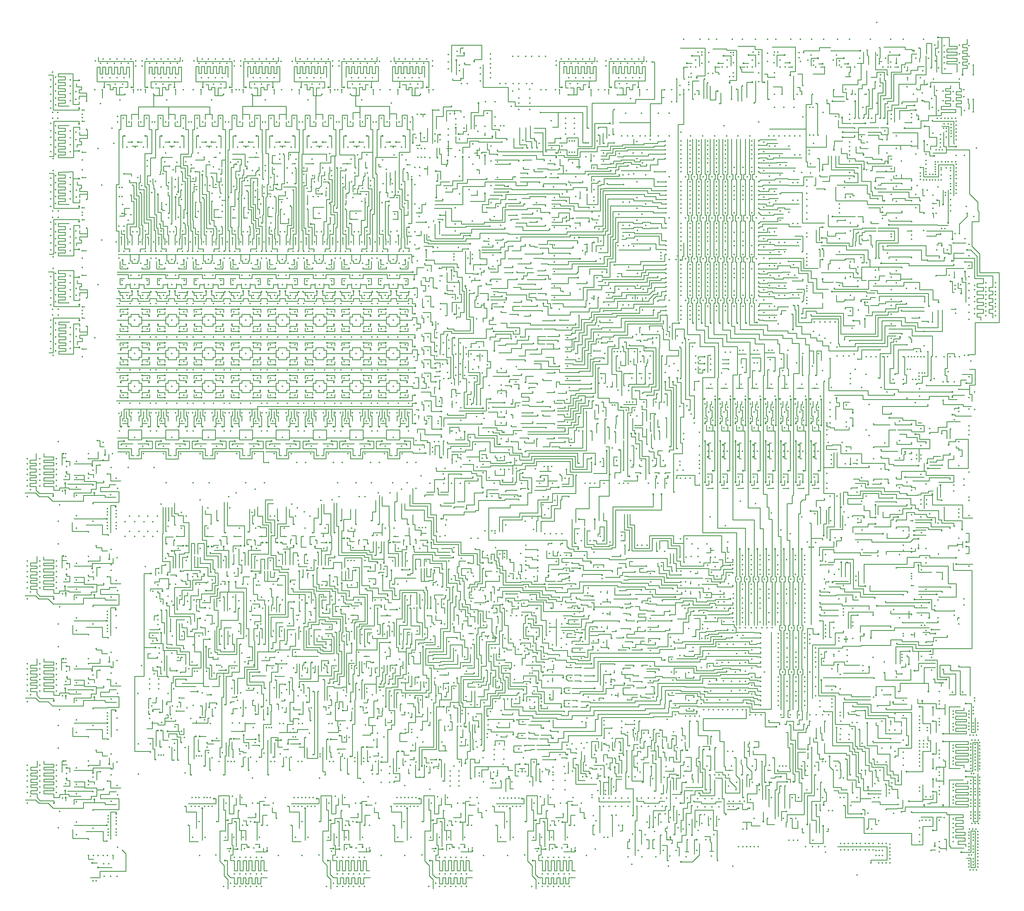
<source format=gbr>
%FSLAX34Y34*%
%MOMM*%
%LNSILK_TOP*%
G71*
G01*
%ADD10C, 0.50*%
%ADD11R, 0.50X0.50*%
%ADD12C, 0.25*%
%LPD*%
X446000Y2338000D02*
G54D10*
D03*
X476000Y2346000D02*
G54D10*
D03*
X452000Y2370000D02*
G54D10*
D03*
X480000Y2368000D02*
G54D10*
D03*
X442000Y2384000D02*
G54D10*
D03*
X512000Y2346000D02*
G54D10*
D03*
X542000Y2364000D02*
G54D10*
D03*
X524000Y2382000D02*
G54D10*
D03*
X508000Y2382000D02*
G54D10*
D03*
X420000Y2308000D02*
G54D10*
D03*
X410000Y2334000D02*
G54D10*
D03*
X418000Y2334000D02*
G54D10*
D03*
X410000Y2362000D02*
G54D10*
D03*
X418000Y2362000D02*
G54D10*
D03*
X418000Y2280000D02*
G54D10*
D03*
X446000Y2276000D02*
G54D10*
D03*
X354000Y2370000D02*
G54D10*
D03*
X354000Y2196000D02*
G54D10*
D03*
X292000Y2162000D02*
G54D10*
D03*
X292000Y2138000D02*
G54D10*
D03*
X292000Y2108000D02*
G54D10*
D03*
X254000Y2162000D02*
G54D10*
D03*
X254000Y2186000D02*
G54D10*
D03*
X254000Y2206000D02*
G54D10*
D03*
X254000Y2230000D02*
G54D10*
D03*
X272000Y2224000D02*
G54D10*
D03*
X272000Y2202000D02*
G54D10*
D03*
X306000Y2234000D02*
G54D10*
D03*
X292000Y2260000D02*
G54D10*
D03*
X200000Y2142000D02*
G54D10*
D03*
X208000Y2156000D02*
G54D10*
D03*
X208000Y2178000D02*
G54D10*
D03*
X208000Y2200000D02*
G54D10*
D03*
X208000Y2222000D02*
G54D10*
D03*
X208000Y2246000D02*
G54D10*
D03*
X192000Y2164000D02*
G54D10*
D03*
X192000Y2186000D02*
G54D10*
D03*
X192000Y2210000D02*
G54D10*
D03*
X192000Y2230000D02*
G54D10*
D03*
X192000Y2252000D02*
G54D10*
D03*
X198000Y2268000D02*
G54D10*
D03*
X216000Y2268000D02*
G54D10*
D03*
X606000Y2324000D02*
G54D10*
D03*
X736000Y2306000D02*
G54D10*
D03*
X400000Y2190000D02*
G54D10*
D03*
X442000Y2190000D02*
G54D10*
D03*
X476000Y2190000D02*
G54D10*
D03*
X518000Y2190000D02*
G54D10*
D03*
X560000Y2190000D02*
G54D10*
D03*
X592000Y2190000D02*
G54D10*
D03*
X634000Y2190000D02*
G54D10*
D03*
X677000Y2190000D02*
G54D10*
D03*
X710000Y2190000D02*
G54D10*
D03*
X752000Y2190000D02*
G54D10*
D03*
X742000Y2160000D02*
G54D10*
D03*
X760000Y2160000D02*
G54D10*
D03*
X794000Y2190000D02*
G54D10*
D03*
X826000Y2190000D02*
G54D10*
D03*
X768000Y2202000D02*
G54D10*
D03*
X736000Y2202000D02*
G54D10*
D03*
X776000Y2224000D02*
G54D10*
D03*
X802000Y2222000D02*
G54D10*
D03*
X816000Y2222000D02*
G54D10*
D03*
X726000Y2224000D02*
G54D10*
D03*
X734000Y2238000D02*
G54D10*
D03*
X700000Y2222000D02*
G54D10*
D03*
X686000Y2222000D02*
G54D10*
D03*
X660000Y2222000D02*
G54D10*
D03*
X650000Y2204000D02*
G54D10*
D03*
X658000Y2160000D02*
G54D10*
D03*
X676000Y2160000D02*
G54D10*
D03*
X710000Y2160000D02*
G54D10*
D03*
X726000Y2160000D02*
G54D10*
D03*
X776000Y2160000D02*
G54D10*
D03*
X792000Y2160000D02*
G54D10*
D03*
X408000Y2160000D02*
G54D10*
D03*
X424000Y2160000D02*
G54D10*
D03*
X442000Y2160000D02*
G54D10*
D03*
X476000Y2160000D02*
G54D10*
D03*
X492000Y2160000D02*
G54D10*
D03*
X200000Y2106000D02*
G54D10*
D03*
X208000Y2090000D02*
G54D10*
D03*
X192000Y2080000D02*
G54D10*
D03*
X208000Y2068000D02*
G54D10*
D03*
X192000Y2058000D02*
G54D10*
D03*
X192000Y2036000D02*
G54D10*
D03*
X208000Y2046000D02*
G54D10*
D03*
X208000Y2022000D02*
G54D10*
D03*
X192000Y2012000D02*
G54D10*
D03*
X192000Y1990000D02*
G54D10*
D03*
X208000Y2000000D02*
G54D10*
D03*
X198000Y1976000D02*
G54D10*
D03*
X216000Y1976000D02*
G54D10*
D03*
X283000Y1941000D02*
G54D11*
D03*
X292000Y1972000D02*
G54D10*
D03*
X292000Y1962000D02*
G54D10*
D03*
X292000Y1948000D02*
G54D10*
D03*
X292000Y1984000D02*
G54D10*
D03*
X283000Y1991000D02*
G54D11*
D03*
X192000Y1852000D02*
G54D10*
D03*
X192000Y1874000D02*
G54D10*
D03*
X192000Y1898000D02*
G54D10*
D03*
X192000Y1920000D02*
G54D10*
D03*
X192000Y1942000D02*
G54D10*
D03*
X198000Y1958000D02*
G54D10*
D03*
X216000Y1958000D02*
G54D10*
D03*
X208000Y1932000D02*
G54D10*
D03*
X208000Y1910000D02*
G54D10*
D03*
X208000Y1888000D02*
G54D10*
D03*
X208000Y1866000D02*
G54D10*
D03*
X208000Y1844000D02*
G54D10*
D03*
X200000Y1830000D02*
G54D10*
D03*
X216000Y2288000D02*
G54D10*
D03*
X198000Y2288000D02*
G54D10*
D03*
X208000Y2312000D02*
G54D10*
D03*
X208000Y2334000D02*
G54D10*
D03*
X208000Y2356000D02*
G54D10*
D03*
X208000Y2378000D02*
G54D10*
D03*
X208000Y2400000D02*
G54D10*
D03*
X200000Y2416000D02*
G54D10*
D03*
X192000Y2392000D02*
G54D10*
D03*
X192000Y2370000D02*
G54D10*
D03*
X192000Y2348000D02*
G54D10*
D03*
X192000Y2326000D02*
G54D10*
D03*
X192000Y2302000D02*
G54D10*
D03*
X2810000Y2886000D02*
G54D10*
D03*
X3088000Y2606000D02*
G54D10*
D03*
X3088000Y2464000D02*
G54D10*
D03*
X283000Y1855000D02*
G54D11*
D03*
X254000Y1918000D02*
G54D10*
D03*
X273000Y1914000D02*
G54D10*
D03*
X273000Y1890000D02*
G54D10*
D03*
X254000Y1896000D02*
G54D10*
D03*
X254000Y1874000D02*
G54D10*
D03*
X254000Y1852000D02*
G54D10*
D03*
X254000Y2082000D02*
G54D10*
D03*
X254000Y2060000D02*
G54D10*
D03*
X254000Y2038000D02*
G54D10*
D03*
X254000Y2016000D02*
G54D10*
D03*
X273000Y2042000D02*
G54D10*
D03*
X273000Y2020000D02*
G54D10*
D03*
X402000Y2710000D02*
G54D10*
D03*
X424000Y2710000D02*
G54D10*
D03*
X380000Y2710000D02*
G54D10*
D03*
X356000Y2710000D02*
G54D10*
D03*
X396000Y2690000D02*
G54D10*
D03*
X420000Y2690000D02*
G54D10*
D03*
X1656000Y2778000D02*
G54D10*
D03*
X1674000Y2778000D02*
G54D10*
D03*
X1698000Y2778000D02*
G54D10*
D03*
X1716000Y2778000D02*
G54D10*
D03*
X1740000Y2778000D02*
G54D10*
D03*
X1760000Y2778000D02*
G54D10*
D03*
X1746000Y2672000D02*
G54D10*
D03*
X1762000Y2672000D02*
G54D10*
D03*
X1700000Y2692000D02*
G54D10*
D03*
X1718000Y2692000D02*
G54D10*
D03*
X1658000Y2692000D02*
G54D10*
D03*
X1676000Y2692000D02*
G54D10*
D03*
X1616000Y2692000D02*
G54D10*
D03*
X1634000Y2692000D02*
G54D10*
D03*
X1498000Y2804000D02*
G54D10*
D03*
X1480000Y2794000D02*
G54D10*
D03*
X1488000Y2750000D02*
G54D10*
D03*
X1488000Y2732000D02*
G54D10*
D03*
X1492000Y2708000D02*
G54D10*
D03*
X1494000Y2692000D02*
G54D10*
D03*
X1512000Y2692000D02*
G54D10*
D03*
X1404000Y2672000D02*
G54D10*
D03*
X1390000Y2672000D02*
G54D10*
D03*
X1292000Y2672000D02*
G54D10*
D03*
X1268000Y2672000D02*
G54D10*
D03*
X1236000Y2672000D02*
G54D10*
D03*
X1214000Y2672000D02*
G54D10*
D03*
X1114000Y2672000D02*
G54D10*
D03*
X1102000Y2672000D02*
G54D10*
D03*
X1092000Y2672000D02*
G54D10*
D03*
X1078000Y2672000D02*
G54D10*
D03*
X980000Y2672000D02*
G54D10*
D03*
X956000Y2672000D02*
G54D10*
D03*
X924000Y2672000D02*
G54D10*
D03*
X900000Y2672000D02*
G54D10*
D03*
X802000Y2672000D02*
G54D10*
D03*
X790000Y2672000D02*
G54D10*
D03*
X780000Y2672000D02*
G54D10*
D03*
X766000Y2672000D02*
G54D10*
D03*
X760000Y2680000D02*
G54D11*
D03*
X810000Y2680000D02*
G54D11*
D03*
X896000Y2680000D02*
G54D11*
D03*
X986000Y2680000D02*
G54D11*
D03*
X292000Y1826000D02*
G54D10*
D03*
X292000Y1850000D02*
G54D10*
D03*
X332000Y1886000D02*
G54D10*
D03*
G54D12*
X283000Y1855000D02*
X264000Y1855000D01*
X264000Y1834000D01*
X240000Y1834000D01*
G54D12*
X240000Y1834000D02*
X218000Y1834000D01*
X218000Y1843000D01*
X240000Y1843000D01*
X240000Y1852000D01*
X218000Y1852000D01*
X218000Y1861000D01*
X240000Y1861000D01*
X240000Y1870000D01*
X218000Y1870000D01*
X218000Y1880000D01*
X240000Y1880000D01*
X240000Y1889000D01*
X218000Y1889000D01*
X218000Y1899000D01*
X240000Y1899000D01*
X240000Y1908000D01*
X218000Y1908000D01*
X218000Y1917000D01*
X240000Y1917000D01*
X240000Y1927000D01*
X218000Y1927000D01*
X218000Y1936000D01*
X252000Y1936000D01*
G54D12*
X250000Y1997000D02*
X216000Y1997000D01*
X216000Y2006000D01*
X238000Y2006000D01*
X238000Y2015000D01*
X216000Y2015000D01*
X216000Y2024000D01*
X238000Y2024000D01*
X238000Y2033000D01*
X216000Y2033000D01*
X216000Y2043000D01*
X238000Y2043000D01*
X238000Y2052000D01*
X216000Y2052000D01*
X216000Y2062000D01*
X238000Y2062000D01*
X238000Y2071000D01*
X216000Y2071000D01*
X216000Y2080000D01*
X238000Y2080000D01*
X238000Y2090000D01*
X216000Y2090000D01*
X216000Y2099000D01*
X265000Y2099000D01*
X265000Y2078000D01*
X282000Y2078000D01*
G54D12*
X280000Y2166000D02*
X265000Y2166000D01*
X265000Y2146000D01*
X216000Y2146000D01*
X216000Y2155000D01*
X238000Y2155000D01*
X238000Y2164000D01*
X216000Y2164000D01*
X216000Y2173000D01*
X238000Y2173000D01*
X238000Y2182000D01*
X216000Y2182000D01*
X216000Y2192000D01*
X238000Y2192000D01*
X238000Y2201000D01*
X216000Y2201000D01*
X216000Y2211000D01*
X238000Y2211000D01*
X238000Y2220000D01*
X216000Y2220000D01*
X216000Y2229000D01*
X238000Y2229000D01*
X238000Y2239000D01*
X216000Y2239000D01*
X216000Y2248000D01*
X250000Y2248000D01*
G54D12*
X250000Y2309000D02*
X216000Y2309000D01*
X216000Y2318000D01*
X238000Y2318000D01*
X238000Y2327000D01*
X216000Y2327000D01*
X216000Y2336000D01*
X238000Y2336000D01*
X238000Y2345000D01*
X216000Y2345000D01*
X216000Y2355000D01*
X238000Y2355000D01*
X238000Y2364000D01*
X216000Y2364000D01*
X216000Y2374000D01*
X238000Y2374000D01*
X238000Y2383000D01*
X216000Y2383000D01*
X216000Y2392000D01*
X238000Y2392000D01*
X238000Y2402000D01*
X216000Y2402000D01*
X216000Y2411000D01*
X263000Y2412000D01*
X263000Y2390000D01*
X282000Y2390000D01*
G54D12*
X263000Y2457000D02*
X216000Y2457000D01*
X216000Y2466000D01*
X238000Y2466000D01*
X238000Y2475000D01*
X216000Y2475000D01*
X216000Y2484000D01*
X238000Y2484000D01*
X238000Y2493000D01*
X216000Y2493000D01*
X216000Y2503000D01*
X238000Y2503000D01*
X238000Y2512000D01*
X216000Y2512000D01*
X216000Y2522000D01*
X238000Y2522000D01*
X238000Y2531000D01*
X216000Y2531000D01*
X216000Y2540000D01*
X238000Y2540000D01*
X238000Y2550000D01*
X216000Y2550000D01*
X216000Y2559000D01*
X250000Y2559000D01*
G54D12*
X250000Y2621000D02*
X216000Y2621000D01*
X216000Y2630000D01*
X238000Y2630000D01*
X238000Y2639000D01*
X216000Y2639000D01*
X216000Y2648000D01*
X238000Y2648000D01*
X238000Y2657000D01*
X216000Y2657000D01*
X216000Y2667000D01*
X238000Y2667000D01*
X238000Y2676000D01*
X216000Y2676000D01*
X216000Y2686000D01*
X238000Y2686000D01*
X238000Y2695000D01*
X216000Y2695000D01*
X216000Y2704000D01*
X238000Y2704000D01*
X238000Y2714000D01*
X216000Y2714000D01*
X216000Y2723000D01*
X238000Y2723000D01*
G54D12*
X283000Y1941000D02*
X283000Y1948000D01*
X200000Y1948000D01*
X200000Y1838000D01*
X186000Y1838000D01*
X3020000Y2668000D02*
G54D10*
D03*
X3020000Y2638000D02*
G54D10*
D03*
X3006000Y2606000D02*
G54D10*
D03*
X3120000Y2052000D02*
G54D10*
D03*
X3120000Y2038000D02*
G54D10*
D03*
X3120000Y2016000D02*
G54D10*
D03*
X3120000Y2000000D02*
G54D10*
D03*
X3120000Y1978000D02*
G54D10*
D03*
X3120000Y1962000D02*
G54D10*
D03*
X254000Y2326000D02*
G54D10*
D03*
X254000Y2350000D02*
G54D10*
D03*
X254000Y2372000D02*
G54D10*
D03*
X254000Y2394000D02*
G54D10*
D03*
X254000Y2476000D02*
G54D10*
D03*
X254000Y2498000D02*
G54D10*
D03*
X254000Y2520000D02*
G54D10*
D03*
X254000Y2542000D02*
G54D10*
D03*
X200000Y2454000D02*
G54D10*
D03*
X208000Y2468000D02*
G54D10*
D03*
X208000Y2490000D02*
G54D10*
D03*
X208000Y2512000D02*
G54D10*
D03*
X208000Y2536000D02*
G54D10*
D03*
X192000Y2476000D02*
G54D10*
D03*
X192000Y2498000D02*
G54D10*
D03*
X192000Y2522000D02*
G54D10*
D03*
X192000Y2542000D02*
G54D10*
D03*
X192000Y2566000D02*
G54D10*
D03*
X198000Y2582000D02*
G54D10*
D03*
X214000Y2582000D02*
G54D10*
D03*
X292000Y2608000D02*
G54D10*
D03*
X292000Y2594000D02*
G54D10*
D03*
X292000Y2584000D02*
G54D10*
D03*
X292000Y2572000D02*
G54D10*
D03*
X306000Y2636000D02*
G54D10*
D03*
X350000Y2628000D02*
G54D10*
D03*
X356000Y2672000D02*
G54D10*
D03*
X332000Y2672000D02*
G54D10*
D03*
X412000Y2640000D02*
G54D10*
D03*
X428000Y2658000D02*
G54D10*
D03*
X454000Y2672000D02*
G54D10*
D03*
X468000Y2672000D02*
G54D10*
D03*
X478000Y2672000D02*
G54D10*
D03*
X306000Y2546000D02*
G54D10*
D03*
X272000Y2538000D02*
G54D10*
D03*
X272000Y2514000D02*
G54D10*
D03*
X292000Y2474000D02*
G54D10*
D03*
X292000Y2274000D02*
G54D10*
D03*
X292000Y2284000D02*
G54D10*
D03*
X292000Y2298000D02*
G54D10*
D03*
X306000Y2324000D02*
G54D10*
D03*
X292000Y2394000D02*
G54D10*
D03*
X292000Y2418000D02*
G54D10*
D03*
X292000Y2450000D02*
G54D10*
D03*
X274000Y2332000D02*
G54D10*
D03*
X274000Y2354000D02*
G54D10*
D03*
X292000Y2084000D02*
G54D10*
D03*
X192000Y2614000D02*
G54D10*
D03*
X192000Y2636000D02*
G54D10*
D03*
X192000Y2658000D02*
G54D10*
D03*
X192000Y2682000D02*
G54D10*
D03*
X192000Y2704000D02*
G54D10*
D03*
X198000Y2728000D02*
G54D10*
D03*
X208000Y2712000D02*
G54D10*
D03*
X208000Y2690000D02*
G54D10*
D03*
X208000Y2668000D02*
G54D10*
D03*
X208000Y2646000D02*
G54D10*
D03*
X208000Y2624000D02*
G54D10*
D03*
X254000Y2638000D02*
G54D10*
D03*
X254000Y2660000D02*
G54D10*
D03*
X254000Y2684000D02*
G54D10*
D03*
X254000Y2704000D02*
G54D10*
D03*
X272000Y2666000D02*
G54D10*
D03*
X272000Y2642000D02*
G54D10*
D03*
X282000Y2078000D02*
G54D11*
D03*
X282000Y2166000D02*
G54D11*
D03*
X282000Y2254000D02*
G54D11*
D03*
X282000Y2302000D02*
G54D11*
D03*
X282000Y2390000D02*
G54D11*
D03*
X282000Y2478000D02*
G54D11*
D03*
X282000Y2564000D02*
G54D11*
D03*
X282000Y2614000D02*
G54D11*
D03*
X282000Y2702000D02*
G54D11*
D03*
X362000Y2680000D02*
G54D11*
D03*
X448000Y2680000D02*
G54D11*
D03*
X498000Y2680000D02*
G54D11*
D03*
X584000Y2680000D02*
G54D11*
D03*
X674000Y2680000D02*
G54D11*
D03*
X1072000Y2680000D02*
G54D11*
D03*
X1122000Y2680000D02*
G54D11*
D03*
X1208000Y2680000D02*
G54D11*
D03*
X1298000Y2680000D02*
G54D11*
D03*
X1384000Y2680000D02*
G54D11*
D03*
X1364000Y2658000D02*
G54D10*
D03*
X342000Y2054000D02*
G54D10*
D03*
X526000Y2690000D02*
G54D10*
D03*
X548000Y2690000D02*
G54D10*
D03*
X522000Y2710000D02*
G54D10*
D03*
X542000Y2710000D02*
G54D10*
D03*
X566000Y2710000D02*
G54D10*
D03*
X588000Y2710000D02*
G54D10*
D03*
X670000Y2710000D02*
G54D10*
D03*
X692000Y2710000D02*
G54D10*
D03*
X714000Y2710000D02*
G54D10*
D03*
X736000Y2710000D02*
G54D10*
D03*
X708000Y2690000D02*
G54D10*
D03*
X732000Y2690000D02*
G54D10*
D03*
X838000Y2690000D02*
G54D10*
D03*
X860000Y2690000D02*
G54D10*
D03*
X834000Y2710000D02*
G54D10*
D03*
X856000Y2710000D02*
G54D10*
D03*
X878000Y2710000D02*
G54D10*
D03*
X900000Y2710000D02*
G54D10*
D03*
X358000Y2770000D02*
G54D10*
D03*
X380000Y2770000D02*
G54D10*
D03*
X402000Y2770000D02*
G54D10*
D03*
X426000Y2770000D02*
G54D10*
D03*
X446000Y2770000D02*
G54D10*
D03*
X462000Y2764000D02*
G54D10*
D03*
X462000Y2748000D02*
G54D10*
D03*
X350000Y2756000D02*
G54D10*
D03*
X372000Y2756000D02*
G54D10*
D03*
X394000Y2756000D02*
G54D10*
D03*
X416000Y2756000D02*
G54D10*
D03*
X438000Y2756000D02*
G54D10*
D03*
X334000Y2764000D02*
G54D10*
D03*
G54D12*
X448000Y2680000D02*
X454000Y2680000D01*
X454000Y2762000D01*
X343000Y2762000D01*
X343000Y2776000D01*
X198000Y2600000D02*
G54D10*
D03*
X214000Y2600000D02*
G54D10*
D03*
X208000Y2558000D02*
G54D10*
D03*
G54D12*
X264000Y1855000D02*
X264000Y1930000D01*
X284000Y1930000D01*
G54D12*
X284000Y1930000D02*
X284000Y1921000D01*
G54D12*
X284000Y1915000D02*
X284000Y1904000D01*
X308000Y1904000D01*
X308000Y1922000D01*
X306000Y1922000D02*
G54D10*
D03*
G54D12*
X308000Y1904000D02*
X308000Y1896000D01*
X306000Y1894000D01*
X284000Y1894000D01*
X284000Y1884000D01*
X292000Y1884000D01*
X292000Y1874000D01*
G54D12*
X292000Y1874000D02*
X276000Y1874000D01*
G54D12*
X276000Y1864000D02*
X276000Y1874000D01*
G54D12*
X283000Y1991000D02*
X283000Y1985000D01*
X202000Y1985000D01*
X202000Y2095000D01*
X185000Y2095000D01*
X492000Y2672000D02*
G54D10*
D03*
X610000Y2764000D02*
G54D10*
D03*
X506000Y2756000D02*
G54D10*
D03*
X528000Y2756000D02*
G54D10*
D03*
X550000Y2756000D02*
G54D10*
D03*
X572000Y2756000D02*
G54D10*
D03*
X594000Y2756000D02*
G54D10*
D03*
X496000Y2770000D02*
G54D10*
D03*
X520000Y2770000D02*
G54D10*
D03*
X542000Y2770000D02*
G54D10*
D03*
X564000Y2770000D02*
G54D10*
D03*
X586000Y2770000D02*
G54D10*
D03*
X646000Y2764000D02*
G54D10*
D03*
X662000Y2756000D02*
G54D10*
D03*
X684000Y2756000D02*
G54D10*
D03*
X706000Y2756000D02*
G54D10*
D03*
X728000Y2756000D02*
G54D10*
D03*
X750000Y2756000D02*
G54D10*
D03*
X672000Y2770000D02*
G54D10*
D03*
X692000Y2770000D02*
G54D10*
D03*
X714000Y2770000D02*
G54D10*
D03*
X738000Y2770000D02*
G54D10*
D03*
X760000Y2770000D02*
G54D10*
D03*
X774000Y2764000D02*
G54D10*
D03*
X774000Y2748000D02*
G54D10*
D03*
X794000Y2748000D02*
G54D10*
D03*
X794000Y2764000D02*
G54D10*
D03*
X808000Y2770000D02*
G54D10*
D03*
X832000Y2770000D02*
G54D10*
D03*
X854000Y2770000D02*
G54D10*
D03*
X876000Y2770000D02*
G54D10*
D03*
X898000Y2770000D02*
G54D10*
D03*
X922000Y2762000D02*
G54D10*
D03*
X908000Y2756000D02*
G54D10*
D03*
X886000Y2756000D02*
G54D10*
D03*
X862000Y2756000D02*
G54D10*
D03*
X840000Y2756000D02*
G54D10*
D03*
X818000Y2756000D02*
G54D10*
D03*
X958000Y2762000D02*
G54D10*
D03*
X974000Y2756000D02*
G54D10*
D03*
X996000Y2756000D02*
G54D10*
D03*
X1018000Y2756000D02*
G54D10*
D03*
X1040000Y2756000D02*
G54D10*
D03*
X1064000Y2756000D02*
G54D10*
D03*
X982000Y2770000D02*
G54D10*
D03*
X1006000Y2770000D02*
G54D10*
D03*
X1028000Y2770000D02*
G54D10*
D03*
X1050000Y2770000D02*
G54D10*
D03*
X1072000Y2770000D02*
G54D10*
D03*
X1086000Y2764000D02*
G54D10*
D03*
X1086000Y2748000D02*
G54D10*
D03*
X1106000Y2748000D02*
G54D10*
D03*
X1106000Y2764000D02*
G54D10*
D03*
X1122000Y2770000D02*
G54D10*
D03*
X1144000Y2770000D02*
G54D10*
D03*
X1166000Y2770000D02*
G54D10*
D03*
X1188000Y2770000D02*
G54D10*
D03*
X1210000Y2770000D02*
G54D10*
D03*
X1130000Y2756000D02*
G54D10*
D03*
X1152000Y2756000D02*
G54D10*
D03*
X1174000Y2756000D02*
G54D10*
D03*
X1196000Y2756000D02*
G54D10*
D03*
X1220000Y2756000D02*
G54D10*
D03*
X1234000Y2762000D02*
G54D10*
D03*
X1296000Y2770000D02*
G54D10*
D03*
X1316000Y2770000D02*
G54D10*
D03*
X1340000Y2770000D02*
G54D10*
D03*
X1362000Y2770000D02*
G54D10*
D03*
X1384000Y2770000D02*
G54D10*
D03*
X1402000Y2764000D02*
G54D10*
D03*
X1402000Y2748000D02*
G54D10*
D03*
X1270000Y2762000D02*
G54D10*
D03*
X1286000Y2756000D02*
G54D10*
D03*
X1308000Y2756000D02*
G54D10*
D03*
X1330000Y2756000D02*
G54D10*
D03*
X1352000Y2756000D02*
G54D10*
D03*
X1374000Y2756000D02*
G54D10*
D03*
X482000Y2748000D02*
G54D10*
D03*
X482000Y2764000D02*
G54D10*
D03*
X1504000Y2756000D02*
G54D10*
D03*
X1478000Y2766000D02*
G54D11*
D03*
X1502000Y2788000D02*
G54D11*
D03*
X342000Y2486000D02*
G54D10*
D03*
X392000Y2502000D02*
G54D10*
D03*
X386000Y2550000D02*
G54D10*
D03*
X404000Y2570000D02*
G54D10*
D03*
X440000Y2570000D02*
G54D10*
D03*
X982000Y2710000D02*
G54D10*
D03*
X1004000Y2710000D02*
G54D10*
D03*
X1026000Y2710000D02*
G54D10*
D03*
X1048000Y2710000D02*
G54D10*
D03*
X1020000Y2690000D02*
G54D10*
D03*
X1044000Y2690000D02*
G54D10*
D03*
X1008000Y2640000D02*
G54D10*
D03*
X306000Y2012000D02*
G54D10*
D03*
X1146000Y2710000D02*
G54D10*
D03*
X1168000Y2710000D02*
G54D10*
D03*
X1190000Y2710000D02*
G54D10*
D03*
X1212000Y2710000D02*
G54D10*
D03*
X1148000Y2690000D02*
G54D10*
D03*
X1172000Y2690000D02*
G54D10*
D03*
X1294000Y2710000D02*
G54D10*
D03*
X1314000Y2710000D02*
G54D10*
D03*
X1338000Y2710000D02*
G54D10*
D03*
X1360000Y2710000D02*
G54D10*
D03*
X1332000Y2690000D02*
G54D10*
D03*
X1356000Y2690000D02*
G54D10*
D03*
X1272000Y2630000D02*
G54D10*
D03*
X1178000Y2640000D02*
G54D10*
D03*
X1452000Y2738000D02*
G54D10*
D03*
X1452000Y2760000D02*
G54D10*
D03*
X1452000Y2784000D02*
G54D10*
D03*
X588000Y2672000D02*
G54D10*
D03*
X612000Y2672000D02*
G54D10*
D03*
X644000Y2672000D02*
G54D10*
D03*
X668000Y2672000D02*
G54D10*
D03*
X702000Y2640000D02*
G54D10*
D03*
X560000Y2640000D02*
G54D10*
D03*
X518000Y2658000D02*
G54D10*
D03*
X740000Y2658000D02*
G54D10*
D03*
X830000Y2658000D02*
G54D10*
D03*
X872000Y2640000D02*
G54D10*
D03*
X846000Y2582000D02*
G54D10*
D03*
X890000Y2582000D02*
G54D10*
D03*
X964000Y2582000D02*
G54D10*
D03*
X422000Y2582000D02*
G54D10*
D03*
X404000Y2588000D02*
G54D10*
D03*
X496000Y2582000D02*
G54D10*
D03*
X478000Y2570000D02*
G54D10*
D03*
X514000Y2570000D02*
G54D10*
D03*
X522000Y2570000D02*
G54D10*
D03*
X556000Y2570000D02*
G54D10*
D03*
X540000Y2582000D02*
G54D10*
D03*
X612000Y2582000D02*
G54D10*
D03*
X612000Y2550000D02*
G54D10*
D03*
X594000Y2570000D02*
G54D10*
D03*
X630000Y2570000D02*
G54D10*
D03*
X638000Y2570000D02*
G54D10*
D03*
X656000Y2582000D02*
G54D10*
D03*
X656000Y2550000D02*
G54D10*
D03*
X674000Y2570000D02*
G54D10*
D03*
X712000Y2570000D02*
G54D10*
D03*
X730000Y2582000D02*
G54D10*
D03*
X694000Y2490000D02*
G54D10*
D03*
X460000Y2490000D02*
G54D10*
D03*
X434000Y2490000D02*
G54D10*
D03*
X486000Y2490000D02*
G54D10*
D03*
X550000Y2490000D02*
G54D10*
D03*
X576000Y2490000D02*
G54D10*
D03*
X602000Y2490000D02*
G54D10*
D03*
X666000Y2490000D02*
G54D10*
D03*
X718000Y2490000D02*
G54D10*
D03*
X784000Y2490000D02*
G54D10*
D03*
X810000Y2490000D02*
G54D10*
D03*
X836000Y2490000D02*
G54D10*
D03*
X902000Y2490000D02*
G54D10*
D03*
X926000Y2490000D02*
G54D10*
D03*
X954000Y2490000D02*
G54D10*
D03*
X1018000Y2490000D02*
G54D10*
D03*
X1044000Y2490000D02*
G54D10*
D03*
X1070000Y2490000D02*
G54D10*
D03*
X1134000Y2490000D02*
G54D10*
D03*
X1162000Y2490000D02*
G54D10*
D03*
X1186000Y2490000D02*
G54D10*
D03*
X1252000Y2490000D02*
G54D10*
D03*
X1278000Y2490000D02*
G54D10*
D03*
X1304000Y2490000D02*
G54D10*
D03*
X1356000Y2486000D02*
G54D10*
D03*
X1367000Y2486000D02*
G54D10*
D03*
X1378000Y2486000D02*
G54D10*
D03*
X1356000Y2458000D02*
G54D10*
D03*
X1367000Y2458000D02*
G54D10*
D03*
X1378000Y2458000D02*
G54D10*
D03*
X746000Y2570000D02*
G54D10*
D03*
X756000Y2570000D02*
G54D10*
D03*
X792000Y2570000D02*
G54D10*
D03*
X830000Y2570000D02*
G54D10*
D03*
X864000Y2570000D02*
G54D10*
D03*
X872000Y2570000D02*
G54D10*
D03*
X908000Y2570000D02*
G54D10*
D03*
X946000Y2570000D02*
G54D10*
D03*
X980000Y2570000D02*
G54D10*
D03*
X990000Y2570000D02*
G54D10*
D03*
X1026000Y2570000D02*
G54D10*
D03*
X1062000Y2570000D02*
G54D10*
D03*
X1098000Y2570000D02*
G54D10*
D03*
X1106000Y2570000D02*
G54D10*
D03*
X1142000Y2570000D02*
G54D10*
D03*
X1180000Y2570000D02*
G54D10*
D03*
X1214000Y2570000D02*
G54D10*
D03*
X1224000Y2570000D02*
G54D10*
D03*
X1240000Y2582000D02*
G54D10*
D03*
X1196000Y2582000D02*
G54D10*
D03*
X1124000Y2582000D02*
G54D10*
D03*
X1080000Y2582000D02*
G54D10*
D03*
X1258000Y2570000D02*
G54D10*
D03*
X1296000Y2570000D02*
G54D10*
D03*
X1332000Y2570000D02*
G54D10*
D03*
X1338000Y2586000D02*
G54D10*
D03*
X1354000Y2594000D02*
G54D10*
D03*
X1366000Y2594000D02*
G54D10*
D03*
X1378000Y2594000D02*
G54D10*
D03*
X1350000Y2520000D02*
G54D10*
D03*
X1376000Y2520000D02*
G54D10*
D03*
X774000Y2582000D02*
G54D10*
D03*
X1006000Y2582000D02*
G54D10*
D03*
X1656000Y2668000D02*
G54D10*
D03*
X1834000Y2710000D02*
G54D10*
D03*
X1856000Y2710000D02*
G54D10*
D03*
X1880000Y2710000D02*
G54D10*
D03*
X1902000Y2710000D02*
G54D10*
D03*
X1992000Y2710000D02*
G54D10*
D03*
X2014000Y2710000D02*
G54D10*
D03*
X2036000Y2710000D02*
G54D10*
D03*
X2058000Y2710000D02*
G54D10*
D03*
X1794000Y2750000D02*
G54D10*
D03*
X1794000Y2764000D02*
G54D10*
D03*
X1810000Y2770000D02*
G54D10*
D03*
X1834000Y2770000D02*
G54D10*
D03*
X1856000Y2770000D02*
G54D10*
D03*
X1878000Y2770000D02*
G54D10*
D03*
X1900000Y2770000D02*
G54D10*
D03*
X1820000Y2756000D02*
G54D10*
D03*
X1842000Y2756000D02*
G54D10*
D03*
X1864000Y2756000D02*
G54D10*
D03*
X1888000Y2756000D02*
G54D10*
D03*
X1908000Y2756000D02*
G54D10*
D03*
X1924000Y2762000D02*
G54D10*
D03*
X1586000Y2786000D02*
G54D10*
D03*
X1586000Y2770000D02*
G54D10*
D03*
X1586000Y2754000D02*
G54D10*
D03*
X1586000Y2742000D02*
G54D10*
D03*
X1586000Y2726000D02*
G54D10*
D03*
X1586000Y2710000D02*
G54D10*
D03*
X1534000Y2762000D02*
G54D11*
D03*
X3024000Y2792000D02*
G54D10*
D03*
X3024000Y2776000D02*
G54D10*
D03*
X3024000Y2758000D02*
G54D10*
D03*
X3024000Y2812000D02*
G54D10*
D03*
X3086000Y2672000D02*
G54D10*
D03*
X3086000Y2650000D02*
G54D10*
D03*
X3052000Y2666000D02*
G54D10*
D03*
X3052000Y2636000D02*
G54D10*
D03*
X1838000Y2692000D02*
G54D10*
D03*
X1862000Y2692000D02*
G54D10*
D03*
X1952000Y2748000D02*
G54D10*
D03*
X1952000Y2764000D02*
G54D10*
D03*
X1968000Y2770000D02*
G54D10*
D03*
X1990000Y2770000D02*
G54D10*
D03*
X2012000Y2770000D02*
G54D10*
D03*
X2034000Y2770000D02*
G54D10*
D03*
X2056000Y2770000D02*
G54D10*
D03*
X2080000Y2762000D02*
G54D10*
D03*
X2098000Y2760000D02*
G54D10*
D03*
X1976000Y2756000D02*
G54D10*
D03*
X1998000Y2756000D02*
G54D10*
D03*
X2020000Y2756000D02*
G54D10*
D03*
X2042000Y2756000D02*
G54D10*
D03*
X2066000Y2756000D02*
G54D10*
D03*
X1052000Y2658000D02*
G54D10*
D03*
X1142000Y2658000D02*
G54D10*
D03*
X1792000Y2672000D02*
G54D10*
D03*
X1804000Y2672000D02*
G54D10*
D03*
X1904000Y2672000D02*
G54D10*
D03*
X1928000Y2672000D02*
G54D10*
D03*
X1948000Y2672000D02*
G54D10*
D03*
X1960000Y2672000D02*
G54D10*
D03*
X2058000Y2672000D02*
G54D10*
D03*
X2082000Y2672000D02*
G54D10*
D03*
X2138000Y2672000D02*
G54D10*
D03*
X2160000Y2672000D02*
G54D10*
D03*
X2198000Y2672000D02*
G54D10*
D03*
X2198000Y2658000D02*
G54D10*
D03*
X2234000Y2658000D02*
G54D10*
D03*
X2246000Y2658000D02*
G54D10*
D03*
X2186000Y2656000D02*
G54D10*
D03*
X2186000Y2686000D02*
G54D10*
D03*
X2176000Y2706000D02*
G54D10*
D03*
X2176000Y2634000D02*
G54D10*
D03*
X2160000Y2634000D02*
G54D10*
D03*
X2030000Y2644000D02*
G54D10*
D03*
X1554000Y2742000D02*
G54D10*
D03*
X1554000Y2722000D02*
G54D10*
D03*
X1554000Y2700000D02*
G54D10*
D03*
X1994000Y2692000D02*
G54D10*
D03*
X2018000Y2692000D02*
G54D10*
D03*
X2198000Y2832000D02*
G54D10*
D03*
X2250000Y2832000D02*
G54D10*
D03*
X2278000Y2832000D02*
G54D10*
D03*
X2302000Y2832000D02*
G54D10*
D03*
X2352000Y2832000D02*
G54D10*
D03*
X2384000Y2832000D02*
G54D10*
D03*
X2426000Y2832000D02*
G54D10*
D03*
X2464000Y2832000D02*
G54D10*
D03*
X2490000Y2832000D02*
G54D10*
D03*
X2538000Y2832000D02*
G54D10*
D03*
X2568000Y2832000D02*
G54D10*
D03*
X2604000Y2832000D02*
G54D10*
D03*
X2642000Y2832000D02*
G54D10*
D03*
X2686000Y2832000D02*
G54D10*
D03*
X2724000Y2832000D02*
G54D10*
D03*
X2790000Y2832000D02*
G54D10*
D03*
X2854000Y2832000D02*
G54D10*
D03*
X2894000Y2832000D02*
G54D10*
D03*
X2958000Y2832000D02*
G54D10*
D03*
X3006000Y2792000D02*
G54D10*
D03*
X3072000Y2814000D02*
G54D10*
D03*
X3072000Y2786000D02*
G54D10*
D03*
X3072000Y2758000D02*
G54D10*
D03*
X3102000Y2812000D02*
G54D10*
D03*
X3102000Y2778000D02*
G54D10*
D03*
X3102000Y2754000D02*
G54D10*
D03*
X3116000Y2750000D02*
G54D10*
D03*
X3116000Y2720000D02*
G54D10*
D03*
X3026000Y2738000D02*
G54D10*
D03*
X3006000Y2742000D02*
G54D10*
D03*
X3000000Y2670000D02*
G54D10*
D03*
X2986000Y2616000D02*
G54D10*
D03*
X858000Y2310000D02*
G54D10*
D03*
X1004000Y2360000D02*
G54D10*
D03*
X942000Y2328000D02*
G54D10*
D03*
X1028000Y2380000D02*
G54D10*
D03*
X890000Y2394000D02*
G54D10*
D03*
X854000Y2402000D02*
G54D10*
D03*
X960000Y2354000D02*
G54D10*
D03*
X966000Y2374000D02*
G54D10*
D03*
X994000Y2378000D02*
G54D10*
D03*
X942000Y2378000D02*
G54D10*
D03*
X906000Y2360000D02*
G54D10*
D03*
X902000Y2334000D02*
G54D10*
D03*
X924000Y2316000D02*
G54D10*
D03*
X854000Y2324000D02*
G54D10*
D03*
X888000Y2334000D02*
G54D10*
D03*
X868000Y2344000D02*
G54D10*
D03*
X868000Y2364000D02*
G54D10*
D03*
X888000Y2364000D02*
G54D10*
D03*
X866000Y2388000D02*
G54D10*
D03*
X910000Y2398000D02*
G54D10*
D03*
X952000Y2304000D02*
G54D10*
D03*
X1006000Y2294000D02*
G54D10*
D03*
X1006000Y2310000D02*
G54D10*
D03*
X896000Y2296000D02*
G54D10*
D03*
X932000Y2278000D02*
G54D10*
D03*
X936000Y2348000D02*
G54D10*
D03*
X842000Y2352000D02*
G54D10*
D03*
X840000Y2332000D02*
G54D10*
D03*
X1060000Y2388000D02*
G54D10*
D03*
X1066000Y2360000D02*
G54D10*
D03*
X1074000Y2376000D02*
G54D10*
D03*
X1118000Y2374000D02*
G54D10*
D03*
X1146000Y2380000D02*
G54D10*
D03*
X1134000Y2344000D02*
G54D10*
D03*
X1126000Y2358000D02*
G54D10*
D03*
X1156000Y2358000D02*
G54D10*
D03*
X1180000Y2360000D02*
G54D10*
D03*
X1192000Y2340000D02*
G54D10*
D03*
X1274000Y2348000D02*
G54D10*
D03*
X1294000Y2348000D02*
G54D10*
D03*
X1178000Y2318000D02*
G54D10*
D03*
X1190000Y2314000D02*
G54D10*
D03*
X1150000Y2330000D02*
G54D10*
D03*
X1242000Y2314000D02*
G54D10*
D03*
X1236000Y2348000D02*
G54D10*
D03*
X1256000Y2346000D02*
G54D10*
D03*
X1264000Y2306000D02*
G54D10*
D03*
X1290000Y2330000D02*
G54D10*
D03*
X1246000Y2374000D02*
G54D10*
D03*
X1274000Y2374000D02*
G54D10*
D03*
X1270000Y2388000D02*
G54D10*
D03*
X1256000Y2420000D02*
G54D10*
D03*
X1224000Y2406000D02*
G54D10*
D03*
X1196000Y2408000D02*
G54D10*
D03*
X1156000Y2408000D02*
G54D10*
D03*
X1112000Y2424000D02*
G54D10*
D03*
X1128000Y2420000D02*
G54D10*
D03*
X1158000Y2424000D02*
G54D10*
D03*
X1194000Y2424000D02*
G54D10*
D03*
X1082000Y2400000D02*
G54D10*
D03*
X1082000Y2416000D02*
G54D10*
D03*
X1118000Y2394000D02*
G54D10*
D03*
X1206000Y2384000D02*
G54D10*
D03*
X1206000Y2368000D02*
G54D10*
D03*
X1206000Y2290000D02*
G54D10*
D03*
X1160000Y2280000D02*
G54D10*
D03*
X1126000Y2294000D02*
G54D10*
D03*
X1126000Y2308000D02*
G54D10*
D03*
X1098000Y2296000D02*
G54D10*
D03*
X1076000Y2312000D02*
G54D10*
D03*
X1078000Y2266000D02*
G54D10*
D03*
X1282000Y2278000D02*
G54D10*
D03*
X1346000Y2372000D02*
G54D10*
D03*
X1304000Y2372000D02*
G54D10*
D03*
X1336000Y2396000D02*
G54D10*
D03*
X1322000Y2410000D02*
G54D10*
D03*
X1312000Y2422000D02*
G54D10*
D03*
X1322000Y2434000D02*
G54D10*
D03*
X1318000Y2450000D02*
G54D10*
D03*
X1244000Y2450000D02*
G54D10*
D03*
X1280000Y2466000D02*
G54D10*
D03*
X1306000Y2466000D02*
G54D10*
D03*
X1346000Y2426000D02*
G54D10*
D03*
X1362000Y2426000D02*
G54D10*
D03*
X1362000Y2400000D02*
G54D10*
D03*
X1378000Y2422000D02*
G54D10*
D03*
X1416000Y2382000D02*
G54D10*
D03*
X1418000Y2456000D02*
G54D10*
D03*
X1394000Y2456000D02*
G54D10*
D03*
X1446000Y2360000D02*
G54D10*
D03*
X1446000Y2430000D02*
G54D10*
D03*
X1434000Y2324000D02*
G54D10*
D03*
X868000Y2190000D02*
G54D10*
D03*
X910000Y2190000D02*
G54D10*
D03*
X944000Y2190000D02*
G54D10*
D03*
X986000Y2190000D02*
G54D10*
D03*
X1028000Y2190000D02*
G54D10*
D03*
X1060000Y2190000D02*
G54D10*
D03*
X1102000Y2190000D02*
G54D10*
D03*
X1144000Y2190000D02*
G54D10*
D03*
X1178000Y2190000D02*
G54D10*
D03*
X1220000Y2190000D02*
G54D10*
D03*
X1262000Y2190000D02*
G54D10*
D03*
X1286000Y2190000D02*
G54D10*
D03*
X1330000Y2190000D02*
G54D10*
D03*
X1328000Y2220000D02*
G54D10*
D03*
X1290000Y2224000D02*
G54D10*
D03*
X1270000Y2222000D02*
G54D10*
D03*
X1244000Y2224000D02*
G54D10*
D03*
X1234000Y2202000D02*
G54D10*
D03*
X1202000Y2202000D02*
G54D10*
D03*
X1194000Y2224000D02*
G54D10*
D03*
X1168000Y2222000D02*
G54D10*
D03*
X1154000Y2222000D02*
G54D10*
D03*
X1126000Y2224000D02*
G54D10*
D03*
X1192000Y2236000D02*
G54D10*
D03*
X1292000Y2262000D02*
G54D10*
D03*
X1328000Y2248000D02*
G54D10*
D03*
X1146000Y2262000D02*
G54D10*
D03*
X1118000Y2202000D02*
G54D10*
D03*
X1126000Y2160000D02*
G54D10*
D03*
X1142000Y2160000D02*
G54D10*
D03*
X1142000Y2122000D02*
G54D10*
D03*
X1160000Y2134000D02*
G54D10*
D03*
X1178000Y2160000D02*
G54D10*
D03*
X1194000Y2160000D02*
G54D10*
D03*
X1210000Y2160000D02*
G54D10*
D03*
X1226000Y2160000D02*
G54D10*
D03*
X1244000Y2160000D02*
G54D10*
D03*
X1260000Y2160000D02*
G54D10*
D03*
X1296000Y2160000D02*
G54D10*
D03*
X1310000Y2160000D02*
G54D10*
D03*
X1328000Y2160000D02*
G54D10*
D03*
X1346000Y2180000D02*
G54D10*
D03*
X1346000Y2222000D02*
G54D10*
D03*
X498000Y2448000D02*
G54D10*
D03*
X546000Y2458000D02*
G54D10*
D03*
X554000Y2444000D02*
G54D10*
D03*
X592000Y2442000D02*
G54D10*
D03*
X620000Y2444000D02*
G54D10*
D03*
X660000Y2472000D02*
G54D10*
D03*
X728000Y2472000D02*
G54D10*
D03*
X556000Y2472000D02*
G54D10*
D03*
X678000Y2458000D02*
G54D10*
D03*
X716000Y2458000D02*
G54D10*
D03*
X1076000Y2470000D02*
G54D10*
D03*
X930000Y2468000D02*
G54D10*
D03*
X918000Y2468000D02*
G54D10*
D03*
X952000Y2466000D02*
G54D10*
D03*
X1164000Y2466000D02*
G54D10*
D03*
X1194000Y2466000D02*
G54D10*
D03*
X918000Y2452000D02*
G54D10*
D03*
X970000Y2452000D02*
G54D10*
D03*
X1020000Y2452000D02*
G54D10*
D03*
X1144000Y2452000D02*
G54D10*
D03*
X558000Y1426000D02*
G54D10*
D03*
X644000Y1426000D02*
G54D10*
D03*
X694000Y1426000D02*
G54D10*
D03*
X810000Y1426000D02*
G54D10*
D03*
X870000Y1426000D02*
G54D10*
D03*
X1102000Y1426000D02*
G54D10*
D03*
X1160000Y1426000D02*
G54D10*
D03*
X1208000Y1426000D02*
G54D10*
D03*
X1276000Y1426000D02*
G54D10*
D03*
X1322000Y1426000D02*
G54D10*
D03*
X550000Y1542000D02*
G54D10*
D03*
X484000Y1542000D02*
G54D10*
D03*
X490000Y1622000D02*
G54D10*
D03*
X544000Y1622000D02*
G54D10*
D03*
X438000Y1474000D02*
G54D10*
D03*
X520000Y1474000D02*
G54D10*
D03*
X388000Y1518000D02*
G54D10*
D03*
X404000Y1408000D02*
G54D10*
D03*
X400000Y1440000D02*
G54D10*
D03*
X384000Y1474000D02*
G54D10*
D03*
X372000Y1454000D02*
G54D10*
D03*
X360000Y1430000D02*
G54D10*
D03*
X382000Y1388000D02*
G54D10*
D03*
X348000Y1482000D02*
G54D10*
D03*
X432000Y1542000D02*
G54D10*
D03*
X400000Y1328000D02*
G54D10*
D03*
X400000Y1290000D02*
G54D10*
D03*
X402000Y1188000D02*
G54D10*
D03*
X400000Y1116000D02*
G54D10*
D03*
X404000Y1084000D02*
G54D10*
D03*
X400000Y1004000D02*
G54D10*
D03*
X400000Y966000D02*
G54D10*
D03*
X402000Y862000D02*
G54D10*
D03*
X400000Y790000D02*
G54D10*
D03*
X404000Y758000D02*
G54D10*
D03*
X402000Y680000D02*
G54D10*
D03*
X402000Y642000D02*
G54D10*
D03*
X402000Y540000D02*
G54D10*
D03*
X402000Y466000D02*
G54D10*
D03*
X404000Y436000D02*
G54D10*
D03*
X400000Y354000D02*
G54D10*
D03*
X400000Y318000D02*
G54D10*
D03*
X640000Y428000D02*
G54D10*
D03*
X688000Y428000D02*
G54D10*
D03*
X768000Y432000D02*
G54D10*
D03*
X798000Y428000D02*
G54D10*
D03*
X872000Y428000D02*
G54D10*
D03*
X976000Y428000D02*
G54D10*
D03*
X1012000Y428000D02*
G54D10*
D03*
X1094000Y432000D02*
G54D10*
D03*
X1124000Y428000D02*
G54D10*
D03*
X1198000Y430000D02*
G54D10*
D03*
X1302000Y428000D02*
G54D10*
D03*
X1338000Y428000D02*
G54D10*
D03*
X1418000Y430000D02*
G54D10*
D03*
X1450000Y428000D02*
G54D10*
D03*
X1522000Y428000D02*
G54D10*
D03*
X1544000Y428000D02*
G54D10*
D03*
X1628000Y426000D02*
G54D10*
D03*
X1664000Y426000D02*
G54D10*
D03*
X1744000Y430000D02*
G54D10*
D03*
X1776000Y428000D02*
G54D10*
D03*
X1848000Y428000D02*
G54D10*
D03*
X210000Y1502000D02*
G54D10*
D03*
X210000Y1468000D02*
G54D10*
D03*
X210000Y1452000D02*
G54D10*
D03*
X158000Y1502000D02*
G54D10*
D03*
X158000Y1452000D02*
G54D10*
D03*
X158000Y1434000D02*
G54D10*
D03*
X118000Y1434000D02*
G54D10*
D03*
X118000Y1452000D02*
G54D10*
D03*
X118000Y1502000D02*
G54D10*
D03*
X216000Y1556000D02*
G54D10*
D03*
X128000Y1404000D02*
G54D10*
D03*
X118000Y1382000D02*
G54D10*
D03*
X274000Y1494000D02*
G54D10*
D03*
X274000Y1442000D02*
G54D10*
D03*
X274000Y1412000D02*
G54D10*
D03*
X274000Y1386000D02*
G54D10*
D03*
X1394000Y1424000D02*
G54D10*
D03*
X1438000Y1424000D02*
G54D10*
D03*
X1462000Y1424000D02*
G54D10*
D03*
X1490000Y1424000D02*
G54D10*
D03*
X1518000Y1424000D02*
G54D10*
D03*
X1436000Y1454000D02*
G54D10*
D03*
X1562000Y1458000D02*
G54D10*
D03*
X1598000Y1424000D02*
G54D10*
D03*
X498000Y1704000D02*
G54D10*
D03*
X498000Y1758000D02*
G54D10*
D03*
X498000Y1810000D02*
G54D10*
D03*
X538000Y1758000D02*
G54D10*
D03*
X498000Y1864000D02*
G54D10*
D03*
X538000Y1864000D02*
G54D10*
D03*
X538000Y1914000D02*
G54D10*
D03*
X498000Y1914000D02*
G54D10*
D03*
X498000Y1968000D02*
G54D10*
D03*
X538000Y1968000D02*
G54D10*
D03*
X484000Y2020000D02*
G54D10*
D03*
X434000Y2020000D02*
G54D10*
D03*
X550000Y2020000D02*
G54D10*
D03*
X422000Y1810000D02*
G54D10*
D03*
X422000Y1758000D02*
G54D10*
D03*
X422000Y1704000D02*
G54D10*
D03*
X428000Y1622000D02*
G54D10*
D03*
X422000Y1864000D02*
G54D10*
D03*
X422000Y1914000D02*
G54D10*
D03*
X422000Y1968000D02*
G54D10*
D03*
X418000Y2068000D02*
G54D10*
D03*
X418000Y2110000D02*
G54D10*
D03*
X408000Y2138000D02*
G54D10*
D03*
X458000Y2134000D02*
G54D10*
D03*
X458000Y2054000D02*
G54D10*
D03*
X478000Y2122000D02*
G54D10*
D03*
X440000Y2122000D02*
G54D10*
D03*
X436000Y2106000D02*
G54D10*
D03*
X446000Y2084000D02*
G54D10*
D03*
X472000Y2084000D02*
G54D10*
D03*
X482000Y2106000D02*
G54D10*
D03*
X498000Y2110000D02*
G54D10*
D03*
X498000Y2068000D02*
G54D10*
D03*
X458000Y1570000D02*
G54D10*
D03*
X410000Y1590000D02*
G54D10*
D03*
X448000Y1648000D02*
G54D10*
D03*
X470000Y1648000D02*
G54D10*
D03*
X458000Y1732000D02*
G54D10*
D03*
X458000Y1836000D02*
G54D10*
D03*
X458000Y1942000D02*
G54D10*
D03*
X510000Y2138000D02*
G54D10*
D03*
X510000Y2160000D02*
G54D10*
D03*
X526000Y2160000D02*
G54D10*
D03*
X526000Y2138000D02*
G54D10*
D03*
X542000Y2160000D02*
G54D10*
D03*
X558000Y2160000D02*
G54D10*
D03*
X556000Y2122000D02*
G54D10*
D03*
X536000Y2110000D02*
G54D10*
D03*
X554000Y2106000D02*
G54D10*
D03*
X1346000Y2310000D02*
G54D10*
D03*
X1476000Y2580000D02*
G54D10*
D03*
X1778000Y2574000D02*
G54D10*
D03*
X2014000Y2598000D02*
G54D10*
D03*
X2152000Y2598000D02*
G54D10*
D03*
X2118000Y2598000D02*
G54D10*
D03*
X2118000Y2526000D02*
G54D10*
D03*
X2152000Y2526000D02*
G54D10*
D03*
X446000Y2084000D02*
G54D10*
D03*
X408000Y2034000D02*
G54D10*
D03*
X418000Y2054000D02*
G54D10*
D03*
X498000Y2054000D02*
G54D10*
D03*
X536000Y2054000D02*
G54D10*
D03*
X536000Y2068000D02*
G54D10*
D03*
X410000Y1994000D02*
G54D10*
D03*
X444000Y1994000D02*
G54D10*
D03*
X474000Y1994000D02*
G54D10*
D03*
X508000Y1994000D02*
G54D10*
D03*
X510000Y2032000D02*
G54D10*
D03*
X526000Y2032000D02*
G54D10*
D03*
X576000Y2134000D02*
G54D10*
D03*
X576000Y2054000D02*
G54D10*
D03*
X576000Y1942000D02*
G54D10*
D03*
X576000Y1836000D02*
G54D10*
D03*
X576000Y1732000D02*
G54D10*
D03*
X576000Y1570000D02*
G54D10*
D03*
X538000Y1704000D02*
G54D10*
D03*
X486000Y1518000D02*
G54D10*
D03*
X550000Y1518000D02*
G54D10*
D03*
X432000Y1518000D02*
G54D10*
D03*
X604000Y1518000D02*
G54D10*
D03*
X602000Y1542000D02*
G54D10*
D03*
X608000Y1622000D02*
G54D10*
D03*
X662000Y1622000D02*
G54D10*
D03*
X502000Y1546000D02*
G54D10*
D03*
X534000Y1546000D02*
G54D10*
D03*
X528000Y1590000D02*
G54D10*
D03*
X508000Y1590000D02*
G54D10*
D03*
X440000Y1604000D02*
G54D10*
D03*
X478000Y1604000D02*
G54D10*
D03*
X416000Y1546000D02*
G54D10*
D03*
X444000Y1678000D02*
G54D10*
D03*
X474000Y1678000D02*
G54D10*
D03*
X508000Y1678000D02*
G54D10*
D03*
X526000Y1678000D02*
G54D10*
D03*
X510000Y1648000D02*
G54D10*
D03*
X526000Y1648000D02*
G54D10*
D03*
X564000Y1648000D02*
G54D10*
D03*
X588000Y1648000D02*
G54D10*
D03*
X560000Y1678000D02*
G54D10*
D03*
X592000Y1678000D02*
G54D10*
D03*
X410000Y1678000D02*
G54D10*
D03*
X408000Y1646000D02*
G54D10*
D03*
X410000Y1784000D02*
G54D10*
D03*
X444000Y1784000D02*
G54D10*
D03*
X474000Y1784000D02*
G54D10*
D03*
X508000Y1784000D02*
G54D10*
D03*
X526000Y1784000D02*
G54D10*
D03*
X560000Y1784000D02*
G54D10*
D03*
X410000Y1888000D02*
G54D10*
D03*
X442000Y1888000D02*
G54D10*
D03*
X474000Y1888000D02*
G54D10*
D03*
X526000Y1888000D02*
G54D10*
D03*
X508000Y1888000D02*
G54D10*
D03*
X560000Y1888000D02*
G54D10*
D03*
X592000Y1888000D02*
G54D10*
D03*
X562000Y2084000D02*
G54D10*
D03*
X588000Y2084000D02*
G54D10*
D03*
X680000Y2084000D02*
G54D10*
D03*
X706000Y2084000D02*
G54D10*
D03*
X798000Y2084000D02*
G54D10*
D03*
X692000Y2134000D02*
G54D10*
D03*
X692000Y2054000D02*
G54D10*
D03*
X692000Y1942000D02*
G54D10*
D03*
X692000Y1836000D02*
G54D10*
D03*
X692000Y1732000D02*
G54D10*
D03*
X692000Y1570000D02*
G54D10*
D03*
X618000Y1546000D02*
G54D10*
D03*
X650000Y1546000D02*
G54D10*
D03*
X668000Y1542000D02*
G54D10*
D03*
X626000Y1678000D02*
G54D10*
D03*
X644000Y1678000D02*
G54D10*
D03*
X628000Y1648000D02*
G54D10*
D03*
X642000Y1648000D02*
G54D10*
D03*
X526000Y1994000D02*
G54D10*
D03*
X560000Y1994000D02*
G54D10*
D03*
X594000Y2160000D02*
G54D10*
D03*
X610000Y2160000D02*
G54D10*
D03*
X626000Y2160000D02*
G54D10*
D03*
X642000Y2160000D02*
G54D10*
D03*
X642000Y2138000D02*
G54D10*
D03*
X626000Y2138000D02*
G54D10*
D03*
X594000Y2122000D02*
G54D10*
D03*
X674000Y2122000D02*
G54D10*
D03*
X710000Y2122000D02*
G54D10*
D03*
X742000Y2138000D02*
G54D10*
D03*
X760000Y2138000D02*
G54D10*
D03*
X598000Y2106000D02*
G54D10*
D03*
X616000Y2110000D02*
G54D10*
D03*
X652000Y2110000D02*
G54D10*
D03*
X670000Y2106000D02*
G54D10*
D03*
X652000Y2068000D02*
G54D10*
D03*
X616000Y2068000D02*
G54D10*
D03*
X614000Y2054000D02*
G54D10*
D03*
X654000Y2054000D02*
G54D10*
D03*
X714000Y2106000D02*
G54D10*
D03*
X732000Y2110000D02*
G54D10*
D03*
X732000Y2068000D02*
G54D10*
D03*
X732000Y2054000D02*
G54D10*
D03*
X558000Y1604000D02*
G54D10*
D03*
X596000Y1604000D02*
G54D10*
D03*
X624000Y1590000D02*
G54D10*
D03*
X644000Y1590000D02*
G54D10*
D03*
X674000Y1604000D02*
G54D10*
D03*
X682000Y1648000D02*
G54D10*
D03*
X678000Y1678000D02*
G54D10*
D03*
X626000Y2032000D02*
G54D10*
D03*
X642000Y2032000D02*
G54D10*
D03*
X624000Y1994000D02*
G54D10*
D03*
X644000Y1994000D02*
G54D10*
D03*
X668000Y2020000D02*
G54D10*
D03*
X600000Y2020000D02*
G54D10*
D03*
X718000Y2020000D02*
G54D10*
D03*
X678000Y1994000D02*
G54D10*
D03*
X708000Y1994000D02*
G54D10*
D03*
X742000Y1994000D02*
G54D10*
D03*
X760000Y1994000D02*
G54D10*
D03*
X744000Y2032000D02*
G54D10*
D03*
X758000Y2032000D02*
G54D10*
D03*
X592000Y1994000D02*
G54D10*
D03*
X614000Y1968000D02*
G54D10*
D03*
X654000Y1968000D02*
G54D10*
D03*
X844000Y2472000D02*
G54D10*
D03*
X1232000Y2434000D02*
G54D10*
D03*
X1324000Y2338000D02*
G54D10*
D03*
X1314000Y2312000D02*
G54D10*
D03*
X1064000Y2336000D02*
G54D10*
D03*
X1040000Y2334000D02*
G54D10*
D03*
X1040000Y2352000D02*
G54D10*
D03*
X1018000Y2364000D02*
G54D10*
D03*
X1024000Y2334000D02*
G54D10*
D03*
X1022000Y2400000D02*
G54D10*
D03*
X994000Y2404000D02*
G54D10*
D03*
X958000Y2408000D02*
G54D10*
D03*
X966000Y2438000D02*
G54D10*
D03*
X968000Y2424000D02*
G54D10*
D03*
X994000Y2424000D02*
G54D10*
D03*
X942000Y2424000D02*
G54D10*
D03*
X900000Y2420000D02*
G54D10*
D03*
X894000Y2440000D02*
G54D10*
D03*
X872000Y2432000D02*
G54D10*
D03*
X872000Y2416000D02*
G54D10*
D03*
X842000Y2458000D02*
G54D10*
D03*
X816000Y2444000D02*
G54D10*
D03*
X786000Y2444000D02*
G54D10*
D03*
X762000Y2442000D02*
G54D10*
D03*
X788000Y2402000D02*
G54D10*
D03*
X832000Y2416000D02*
G54D10*
D03*
X848000Y2416000D02*
G54D10*
D03*
X1024000Y2438000D02*
G54D10*
D03*
X1132000Y2438000D02*
G54D10*
D03*
X1054000Y2424000D02*
G54D10*
D03*
X810000Y2134000D02*
G54D10*
D03*
X810000Y2054000D02*
G54D10*
D03*
X810000Y1942000D02*
G54D10*
D03*
X810000Y1836000D02*
G54D10*
D03*
X810000Y1732000D02*
G54D10*
D03*
X810000Y1570000D02*
G54D10*
D03*
X614000Y1704000D02*
G54D10*
D03*
X654000Y1704000D02*
G54D10*
D03*
X614000Y1758000D02*
G54D10*
D03*
X654000Y1758000D02*
G54D10*
D03*
X614000Y1810000D02*
G54D10*
D03*
X654000Y1810000D02*
G54D10*
D03*
X654000Y1864000D02*
G54D10*
D03*
X614000Y1864000D02*
G54D10*
D03*
X614000Y1914000D02*
G54D10*
D03*
X654000Y1914000D02*
G54D10*
D03*
X790000Y2122000D02*
G54D10*
D03*
X926000Y2134000D02*
G54D10*
D03*
X926000Y2054000D02*
G54D10*
D03*
X926000Y1942000D02*
G54D10*
D03*
X926000Y1836000D02*
G54D10*
D03*
X926000Y1732000D02*
G54D10*
D03*
X926000Y1570000D02*
G54D10*
D03*
X718000Y1542000D02*
G54D10*
D03*
X784000Y1542000D02*
G54D10*
D03*
X724000Y1622000D02*
G54D10*
D03*
X778000Y1622000D02*
G54D10*
D03*
X712000Y1604000D02*
G54D10*
D03*
X742000Y1590000D02*
G54D10*
D03*
X762000Y1590000D02*
G54D10*
D03*
X790000Y1604000D02*
G54D10*
D03*
X798000Y1648000D02*
G54D10*
D03*
X704000Y1648000D02*
G54D10*
D03*
X744000Y1648000D02*
G54D10*
D03*
X758000Y1648000D02*
G54D10*
D03*
X742000Y1678000D02*
G54D10*
D03*
X760000Y1678000D02*
G54D10*
D03*
X794000Y1678000D02*
G54D10*
D03*
X708000Y1678000D02*
G54D10*
D03*
X822000Y1648000D02*
G54D10*
D03*
X826000Y1678000D02*
G54D10*
D03*
X736000Y1546000D02*
G54D10*
D03*
X768000Y1546000D02*
G54D10*
D03*
X828000Y1604000D02*
G54D10*
D03*
X842000Y1622000D02*
G54D10*
D03*
X836000Y1542000D02*
G54D10*
D03*
X852000Y1546000D02*
G54D10*
D03*
X730000Y1704000D02*
G54D10*
D03*
X772000Y1704000D02*
G54D10*
D03*
X770000Y2110000D02*
G54D10*
D03*
X786000Y2106000D02*
G54D10*
D03*
X770000Y2068000D02*
G54D10*
D03*
X770000Y2054000D02*
G54D10*
D03*
X784000Y2020000D02*
G54D10*
D03*
X794000Y1994000D02*
G54D10*
D03*
X730000Y1968000D02*
G54D10*
D03*
X772000Y1968000D02*
G54D10*
D03*
X772000Y1914000D02*
G54D10*
D03*
X730000Y1914000D02*
G54D10*
D03*
X730000Y1864000D02*
G54D10*
D03*
X772000Y1864000D02*
G54D10*
D03*
X772000Y1810000D02*
G54D10*
D03*
X730000Y1810000D02*
G54D10*
D03*
X730000Y1758000D02*
G54D10*
D03*
X772000Y1758000D02*
G54D10*
D03*
X826000Y2160000D02*
G54D10*
D03*
X844000Y2160000D02*
G54D10*
D03*
X860000Y2160000D02*
G54D10*
D03*
X876000Y2160000D02*
G54D10*
D03*
X860000Y2138000D02*
G54D10*
D03*
X876000Y2138000D02*
G54D10*
D03*
X892000Y2160000D02*
G54D10*
D03*
X910000Y2160000D02*
G54D10*
D03*
X908000Y2122000D02*
G54D10*
D03*
X828000Y2122000D02*
G54D10*
D03*
X850000Y2110000D02*
G54D10*
D03*
X850000Y2066000D02*
G54D10*
D03*
X886000Y2066000D02*
G54D10*
D03*
X886000Y2110000D02*
G54D10*
D03*
X904000Y2106000D02*
G54D10*
D03*
X914000Y2084000D02*
G54D10*
D03*
X834000Y2020000D02*
G54D10*
D03*
X850000Y2054000D02*
G54D10*
D03*
X886000Y2054000D02*
G54D10*
D03*
X902000Y2020000D02*
G54D10*
D03*
X912000Y1994000D02*
G54D10*
D03*
X878000Y1994000D02*
G54D10*
D03*
X858000Y1994000D02*
G54D10*
D03*
X824000Y1994000D02*
G54D10*
D03*
X822000Y2084000D02*
G54D10*
D03*
X832000Y2106000D02*
G54D10*
D03*
X944000Y2160000D02*
G54D10*
D03*
X960000Y2160000D02*
G54D10*
D03*
X976000Y2160000D02*
G54D10*
D03*
X994000Y2160000D02*
G54D10*
D03*
X976000Y2138000D02*
G54D10*
D03*
X994000Y2138000D02*
G54D10*
D03*
X1044000Y2134000D02*
G54D10*
D03*
X1044000Y2054000D02*
G54D10*
D03*
X1044000Y1942000D02*
G54D10*
D03*
X1044000Y1836000D02*
G54D10*
D03*
X1044000Y1732000D02*
G54D10*
D03*
X1044000Y1570000D02*
G54D10*
D03*
X2486000Y2616000D02*
G54D10*
D03*
X2516000Y2616000D02*
G54D10*
D03*
X2548000Y2616000D02*
G54D10*
D03*
X2598000Y2616000D02*
G54D10*
D03*
X2766000Y2616000D02*
G54D10*
D03*
X2846000Y2616000D02*
G54D10*
D03*
X2872000Y2526000D02*
G54D10*
D03*
X2872000Y2486000D02*
G54D10*
D03*
X2872000Y2400000D02*
G54D10*
D03*
X2872000Y2366000D02*
G54D10*
D03*
X2872000Y2318000D02*
G54D10*
D03*
X2872000Y2266000D02*
G54D10*
D03*
X2872000Y2132000D02*
G54D10*
D03*
X2872000Y2098000D02*
G54D10*
D03*
X2872000Y2060000D02*
G54D10*
D03*
X2872000Y1874000D02*
G54D10*
D03*
X3120000Y1714000D02*
G54D10*
D03*
X3120000Y1658000D02*
G54D10*
D03*
X3108000Y1812000D02*
G54D10*
D03*
X2576000Y2586000D02*
G54D10*
D03*
X2640000Y2600000D02*
G54D10*
D03*
X2680000Y2588000D02*
G54D10*
D03*
X1160000Y2054000D02*
G54D10*
D03*
X1160000Y1942000D02*
G54D10*
D03*
X1160000Y1836000D02*
G54D10*
D03*
X1160000Y1732000D02*
G54D10*
D03*
X1160000Y1570000D02*
G54D10*
D03*
X1278000Y1570000D02*
G54D10*
D03*
X1278000Y1732000D02*
G54D10*
D03*
X1278000Y1836000D02*
G54D10*
D03*
X1278000Y1942000D02*
G54D10*
D03*
X1278000Y2054000D02*
G54D10*
D03*
X1278000Y2134000D02*
G54D10*
D03*
X1010000Y2160000D02*
G54D10*
D03*
X1026000Y2160000D02*
G54D10*
D03*
X1024000Y2122000D02*
G54D10*
D03*
X1062000Y2122000D02*
G54D10*
D03*
X1062000Y2160000D02*
G54D10*
D03*
X1078000Y2160000D02*
G54D10*
D03*
X1094000Y2160000D02*
G54D10*
D03*
X1110000Y2160000D02*
G54D10*
D03*
X1110000Y2138000D02*
G54D10*
D03*
X1094000Y2138000D02*
G54D10*
D03*
X1180000Y2122000D02*
G54D10*
D03*
X2140000Y2510000D02*
G54D10*
D03*
X2140000Y2496000D02*
G54D10*
D03*
X2140000Y2482000D02*
G54D10*
D03*
X2140000Y2468000D02*
G54D10*
D03*
X2140000Y2454000D02*
G54D10*
D03*
X2190000Y2454000D02*
G54D10*
D03*
X2190000Y2468000D02*
G54D10*
D03*
X2190000Y2482000D02*
G54D10*
D03*
X2190000Y2496000D02*
G54D10*
D03*
X2190000Y2510000D02*
G54D10*
D03*
X2218000Y2510000D02*
G54D10*
D03*
X2218000Y2496000D02*
G54D10*
D03*
X2218000Y2482000D02*
G54D10*
D03*
X2218000Y2468000D02*
G54D10*
D03*
X2218000Y2454000D02*
G54D10*
D03*
X468000Y2394000D02*
G54D10*
D03*
X548000Y2406000D02*
G54D10*
D03*
X580000Y2418000D02*
G54D10*
D03*
X568000Y2430000D02*
G54D10*
D03*
X606000Y2412000D02*
G54D10*
D03*
X608000Y2372000D02*
G54D10*
D03*
X566000Y2378000D02*
G54D10*
D03*
X586000Y2364000D02*
G54D10*
D03*
X588000Y2388000D02*
G54D10*
D03*
X592000Y2340000D02*
G54D10*
D03*
X606000Y2354000D02*
G54D10*
D03*
X654000Y2356000D02*
G54D10*
D03*
X648000Y2372000D02*
G54D10*
D03*
X644000Y2390000D02*
G54D10*
D03*
X682000Y2370000D02*
G54D10*
D03*
X696000Y2368000D02*
G54D10*
D03*
X716000Y2372000D02*
G54D10*
D03*
X704000Y2344000D02*
G54D10*
D03*
X704000Y2318000D02*
G54D10*
D03*
X674000Y2330000D02*
G54D10*
D03*
X728000Y2332000D02*
G54D10*
D03*
X732000Y2344000D02*
G54D10*
D03*
X736000Y2370000D02*
G54D10*
D03*
X732000Y2404000D02*
G54D10*
D03*
X702000Y2396000D02*
G54D10*
D03*
X674000Y2414000D02*
G54D10*
D03*
X650000Y2412000D02*
G54D10*
D03*
X636000Y2412000D02*
G54D10*
D03*
X638000Y2434000D02*
G54D10*
D03*
X694000Y2444000D02*
G54D10*
D03*
X498000Y2430000D02*
G54D10*
D03*
X1744000Y2600000D02*
G54D10*
D03*
X1576000Y2598000D02*
G54D10*
D03*
X1472000Y2596000D02*
G54D10*
D03*
X1458000Y2596000D02*
G54D10*
D03*
X1362000Y2496000D02*
G54D10*
D03*
X416000Y2204000D02*
G54D10*
D03*
X408000Y2240000D02*
G54D10*
D03*
X424000Y2240000D02*
G54D10*
D03*
X424000Y2224000D02*
G54D10*
D03*
X452000Y2222000D02*
G54D10*
D03*
X466000Y2222000D02*
G54D10*
D03*
X492000Y2224000D02*
G54D10*
D03*
X500000Y2204000D02*
G54D10*
D03*
X438000Y2258000D02*
G54D10*
D03*
X542000Y2224000D02*
G54D10*
D03*
X570000Y2222000D02*
G54D10*
D03*
X534000Y2204000D02*
G54D10*
D03*
X582000Y2222000D02*
G54D10*
D03*
X610000Y2224000D02*
G54D10*
D03*
X618000Y2202000D02*
G54D10*
D03*
G54D12*
X265000Y2166000D02*
X265000Y2242000D01*
X284000Y2242000D01*
X284000Y2234000D01*
G54D12*
X284000Y2226000D02*
X284000Y2216000D01*
X308000Y2216000D01*
X308000Y2232000D01*
X306000Y2234000D01*
G54D12*
X308000Y2216000D02*
X308000Y2206000D01*
X284166Y2206000D01*
X284146Y2206020D01*
X284146Y2196146D01*
X284000Y2196000D01*
X290000Y2196000D01*
X290000Y2186000D01*
X274000Y2186000D01*
X274000Y2178000D01*
G54D12*
X265000Y2078000D02*
X265000Y2004000D01*
X284000Y2004000D01*
X284000Y2011000D01*
G54D12*
X284000Y2018000D02*
X284000Y2029000D01*
X308000Y2029000D01*
X308000Y2038000D01*
X284000Y2038000D01*
X284000Y2048000D01*
X290000Y2048000D01*
X290000Y2058000D01*
X276000Y2058000D01*
X276000Y2068000D01*
G54D12*
X339000Y2722000D02*
X339000Y2744000D01*
X348000Y2744000D01*
X348000Y2722000D01*
X357000Y2722000D01*
X357000Y2744000D01*
X366000Y2744000D01*
X366000Y2722000D01*
X375000Y2722000D01*
X375000Y2744000D01*
X385000Y2744000D01*
X385000Y2722000D01*
X394000Y2722000D01*
X394000Y2744000D01*
X404000Y2744000D01*
X404000Y2722000D01*
X413000Y2722000D01*
X413000Y2744000D01*
X422000Y2744000D01*
X422000Y2722000D01*
X432000Y2722000D01*
X432000Y2744000D01*
X441000Y2744000D01*
X441000Y2710000D01*
G54D12*
X504000Y2722000D02*
X504000Y2744000D01*
X513000Y2744000D01*
X513000Y2722000D01*
X522000Y2722000D01*
X522000Y2744000D01*
X531000Y2744000D01*
X531000Y2722000D01*
X540000Y2722000D01*
X540000Y2744000D01*
X550000Y2744000D01*
X550000Y2722000D01*
X559000Y2722000D01*
X559000Y2744000D01*
X569000Y2744000D01*
X569000Y2722000D01*
X578000Y2722000D01*
X578000Y2744000D01*
X587000Y2744000D01*
X587000Y2722000D01*
X597000Y2722000D01*
X597000Y2744000D01*
X606000Y2744000D01*
X606000Y2722000D01*
G54D12*
X652000Y2724000D02*
X652000Y2746000D01*
X661000Y2746000D01*
X661000Y2724000D01*
X670000Y2724000D01*
X670000Y2746000D01*
X679000Y2746000D01*
X679000Y2724000D01*
X688000Y2724000D01*
X688000Y2746000D01*
X698000Y2746000D01*
X698000Y2724000D01*
X707000Y2724000D01*
X707000Y2746000D01*
X717000Y2746000D01*
X717000Y2724000D01*
X726000Y2724000D01*
X726000Y2746000D01*
X735000Y2746000D01*
X735000Y2724000D01*
X745000Y2724000D01*
X745000Y2746000D01*
X754000Y2746000D01*
X754000Y2712000D01*
G54D12*
X816000Y2712000D02*
X816000Y2746000D01*
X825000Y2746000D01*
X825000Y2724000D01*
X834000Y2724000D01*
X834000Y2746000D01*
X843000Y2746000D01*
X843000Y2724000D01*
X852000Y2724000D01*
X852000Y2746000D01*
X862000Y2746000D01*
X862000Y2724000D01*
X871000Y2724000D01*
X871000Y2746000D01*
X881000Y2746000D01*
X881000Y2724000D01*
X890000Y2724000D01*
X890000Y2746000D01*
X899000Y2746000D01*
X899000Y2724000D01*
X909000Y2724000D01*
X909000Y2746000D01*
X918000Y2746000D01*
X918000Y2724000D01*
G54D12*
X964000Y2698000D02*
X964000Y2746000D01*
X973000Y2746000D01*
X973000Y2724000D01*
X982000Y2724000D01*
X982000Y2746000D01*
X991000Y2746000D01*
X991000Y2724000D01*
X1000000Y2724000D01*
X1000000Y2746000D01*
X1010000Y2746000D01*
X1010000Y2724000D01*
X1019000Y2724000D01*
X1019000Y2746000D01*
X1029000Y2746000D01*
X1029000Y2724000D01*
X1038000Y2724000D01*
X1038000Y2746000D01*
X1047000Y2746000D01*
X1047000Y2724000D01*
X1057000Y2724000D01*
X1057000Y2746000D01*
X1066000Y2746000D01*
X1066000Y2712000D01*
G54D12*
X1128000Y2712000D02*
X1128000Y2746000D01*
X1137000Y2746000D01*
X1137000Y2724000D01*
X1146000Y2724000D01*
X1146000Y2746000D01*
X1155000Y2746000D01*
X1155000Y2724000D01*
X1164000Y2724000D01*
X1164000Y2746000D01*
X1174000Y2746000D01*
X1174000Y2724000D01*
X1183000Y2724000D01*
X1183000Y2746000D01*
X1193000Y2746000D01*
X1193000Y2724000D01*
X1202000Y2724000D01*
X1202000Y2746000D01*
X1211000Y2746000D01*
X1211000Y2724000D01*
X1221000Y2724000D01*
X1221000Y2746000D01*
X1230000Y2746000D01*
X1230000Y2699000D01*
G54D12*
X1275000Y2699000D02*
X1275000Y2746000D01*
X1284000Y2746000D01*
X1284000Y2724000D01*
X1293000Y2724000D01*
X1293000Y2746000D01*
X1302000Y2746000D01*
X1302000Y2724000D01*
X1311000Y2724000D01*
X1311000Y2746000D01*
X1321000Y2746000D01*
X1321000Y2724000D01*
X1330000Y2724000D01*
X1330000Y2746000D01*
X1340000Y2746000D01*
X1340000Y2724000D01*
X1349000Y2724000D01*
X1349000Y2746000D01*
X1358000Y2746000D01*
X1358000Y2724000D01*
X1368000Y2724000D01*
X1368000Y2746000D01*
X1377000Y2746000D01*
X1377000Y2712000D01*
G54D12*
X281952Y2253959D02*
X281952Y2260959D01*
X201952Y2260959D01*
X201952Y2150959D01*
X186952Y2150959D01*
G54D12*
X308000Y2030000D02*
X308000Y2014000D01*
X306000Y2012000D01*
G54D12*
X284000Y2330000D02*
X284000Y2341000D01*
X308000Y2341000D01*
X308000Y2350000D01*
X284000Y2350000D01*
X284000Y2360000D01*
X290000Y2360000D01*
X290000Y2370000D01*
X276000Y2370000D01*
X276000Y2380000D01*
G54D12*
X308000Y2342000D02*
X308000Y2326000D01*
X306000Y2324000D01*
G54D12*
X263000Y2390000D02*
X263000Y2314000D01*
X284000Y2314000D01*
X284000Y2324000D01*
G54D12*
X282000Y2302000D02*
X282000Y2296000D01*
X202000Y2296000D01*
X202000Y2407000D01*
X187000Y2407000D01*
G54D12*
X282000Y2564000D02*
X282000Y2572000D01*
X202000Y2572000D01*
X202000Y2461000D01*
X187000Y2461000D01*
G54D12*
X282000Y2478000D02*
X264000Y2478000D01*
X264000Y2457000D01*
G54D12*
X264000Y2478000D02*
X264000Y2554000D01*
X284000Y2554000D01*
X284000Y2545000D01*
G54D12*
X284000Y2538000D02*
X284000Y2528000D01*
X308000Y2528000D01*
X308000Y2544000D01*
X306000Y2546000D01*
G54D12*
X308000Y2528000D02*
X308000Y2518000D01*
X284000Y2518000D01*
X284000Y2508000D01*
X290000Y2508000D01*
X290000Y2498000D01*
X275000Y2498000D01*
X275000Y2489000D01*
G54D12*
X282000Y2614000D02*
X282000Y2608000D01*
X200000Y2608000D01*
X200000Y2719000D01*
X185000Y2719000D01*
G54D12*
X237000Y2723000D02*
X263000Y2723000D01*
X263000Y2702000D01*
X282000Y2702000D01*
G54D12*
X263000Y2702000D02*
X263000Y2626000D01*
X282000Y2626000D01*
X282000Y2634000D01*
G54D12*
X282000Y2642000D02*
X282000Y2652000D01*
G54D12*
X306000Y2636000D02*
X306000Y2652000D01*
X282000Y2652000D01*
G54D12*
X306000Y2652000D02*
X306000Y2662000D01*
X282000Y2662000D01*
X282000Y2672000D01*
X290000Y2672000D01*
X290000Y2682000D01*
X274000Y2682000D01*
X274000Y2692000D01*
G54D12*
X428000Y2658000D02*
X426000Y2656000D01*
X410000Y2656000D01*
X410000Y2680000D01*
X420000Y2680000D01*
G54D12*
X410000Y2656000D02*
X400000Y2656000D01*
X400000Y2680000D01*
X390000Y2680000D01*
X390000Y2672000D01*
X380000Y2672000D01*
X380000Y2688000D01*
X370000Y2688000D01*
G54D12*
X428000Y2680000D02*
X436000Y2680000D01*
X436000Y2698000D01*
X339000Y2698000D01*
X339000Y2722000D01*
G54D12*
X362000Y2680000D02*
X362000Y2698000D01*
G54D12*
X498000Y2680000D02*
X490000Y2680000D01*
X490000Y2762000D01*
X602000Y2762000D01*
X602000Y2776000D01*
G54D12*
X656000Y2776000D02*
X656000Y2762000D01*
X766000Y2762000D01*
X766000Y2680000D01*
X760000Y2680000D01*
G54D12*
X674000Y2680000D02*
X674000Y2698000D01*
X748000Y2698000D01*
X748000Y2678000D01*
X740000Y2678000D01*
G54D12*
X734000Y2678000D02*
X722000Y2678000D01*
X722000Y2654000D01*
X736000Y2654000D01*
X740000Y2658000D01*
G54D12*
X722000Y2654000D02*
X712000Y2654000D01*
X712000Y2680000D01*
X702000Y2680000D01*
X702000Y2672000D01*
X692000Y2672000D01*
X692000Y2688000D01*
X684000Y2688000D01*
G54D12*
X518000Y2678000D02*
X510000Y2678000D01*
X510000Y2698000D01*
X606000Y2698000D01*
X606000Y2724000D01*
G54D12*
X584000Y2680000D02*
X584000Y2698000D01*
G54D12*
X674000Y2698000D02*
X652000Y2698000D01*
X652000Y2724000D01*
G54D12*
X1818000Y2724000D02*
X1818000Y2746000D01*
X1827000Y2746000D01*
X1827000Y2724000D01*
X1836000Y2724000D01*
X1836000Y2746000D01*
X1845000Y2746000D01*
X1845000Y2724000D01*
X1854000Y2724000D01*
X1854000Y2746000D01*
X1864000Y2746000D01*
X1864000Y2724000D01*
X1873000Y2724000D01*
X1873000Y2746000D01*
X1883000Y2746000D01*
X1883000Y2724000D01*
X1892000Y2724000D01*
X1892000Y2746000D01*
X1901000Y2746000D01*
X1901000Y2724000D01*
X1911000Y2724000D01*
X1911000Y2746000D01*
X1920000Y2746000D01*
X1920000Y2724000D01*
G54D12*
X1974000Y2724000D02*
X1974000Y2746000D01*
X1983000Y2746000D01*
X1983000Y2724000D01*
X1992000Y2724000D01*
X1992000Y2746000D01*
X2001000Y2746000D01*
X2001000Y2724000D01*
X2010000Y2724000D01*
X2010000Y2746000D01*
X2020000Y2746000D01*
X2020000Y2724000D01*
X2029000Y2724000D01*
X2029000Y2746000D01*
X2039000Y2746000D01*
X2039000Y2724000D01*
X2048000Y2724000D01*
X2048000Y2746000D01*
X2057000Y2746000D01*
X2057000Y2724000D01*
X2067000Y2724000D01*
X2067000Y2746000D01*
X2076000Y2746000D01*
X2076000Y2700000D01*
X426000Y2526000D02*
G54D11*
D03*
X450000Y2506000D02*
G54D11*
D03*
X468000Y2506000D02*
G54D11*
D03*
X492000Y2526000D02*
G54D11*
D03*
X544000Y2526000D02*
G54D11*
D03*
X568000Y2506000D02*
G54D11*
D03*
X584000Y2506000D02*
G54D11*
D03*
X608000Y2526000D02*
G54D11*
D03*
X660000Y2526000D02*
G54D11*
D03*
X684000Y2506000D02*
G54D11*
D03*
X702000Y2506000D02*
G54D11*
D03*
X726000Y2526000D02*
G54D11*
D03*
X778000Y2526000D02*
G54D11*
D03*
X800000Y2506000D02*
G54D11*
D03*
X820000Y2506000D02*
G54D11*
D03*
X844000Y2526000D02*
G54D11*
D03*
X894000Y2526000D02*
G54D11*
D03*
X918000Y2506000D02*
G54D11*
D03*
X936000Y2506000D02*
G54D11*
D03*
X960000Y2526000D02*
G54D11*
D03*
X1010000Y2526000D02*
G54D11*
D03*
X1076000Y2526000D02*
G54D11*
D03*
X1034000Y2506000D02*
G54D11*
D03*
X1054000Y2506000D02*
G54D11*
D03*
X1194000Y2526000D02*
G54D11*
D03*
X1244000Y2526000D02*
G54D11*
D03*
X1268000Y2506000D02*
G54D11*
D03*
X1286000Y2506000D02*
G54D11*
D03*
X1310000Y2526000D02*
G54D11*
D03*
G54D12*
X408000Y2372000D02*
X408000Y2546000D01*
X414000Y2546000D01*
X414000Y2592000D01*
X432000Y2592000D01*
X432000Y2556000D01*
G54D12*
X448000Y2578000D02*
X448000Y2594000D01*
X470000Y2594000D01*
X470000Y2578000D01*
G54D12*
X470000Y2572000D02*
X470000Y2556000D01*
X488000Y2556000D01*
X488000Y2592000D01*
X504000Y2592000D01*
G54D12*
X432000Y2556000D02*
X448000Y2556000D01*
X448000Y2572000D01*
G54D12*
X504000Y2592000D02*
X504000Y2546000D01*
X512000Y2546000D01*
X512000Y2470000D01*
X490000Y2470000D01*
X490000Y2364000D01*
X496000Y2364000D01*
X496000Y2260000D01*
X510000Y2260000D01*
X510000Y2160000D01*
G54D12*
X526000Y2160000D02*
X524000Y2162000D01*
X524000Y2226000D01*
X520000Y2226000D01*
X520000Y2268000D01*
X504000Y2268000D01*
X504000Y2372000D01*
X498000Y2372000D01*
X498000Y2400000D01*
X508000Y2400000D01*
X508000Y2456000D01*
X524000Y2456000D01*
X524000Y2546000D01*
X532000Y2546000D01*
X532000Y2592000D01*
X548000Y2592000D01*
X548000Y2556000D01*
X566000Y2556000D01*
X566000Y2572000D01*
G54D12*
X566000Y2578000D02*
X566000Y2594000D01*
X586000Y2594000D01*
X586000Y2578000D01*
G54D12*
X566000Y2594000D02*
X566000Y2618000D01*
X470000Y2618000D01*
X470000Y2594000D01*
G54D12*
X518000Y2618000D02*
X518000Y2658000D01*
X522000Y2654000D01*
X546000Y2654000D01*
X546000Y2680000D01*
X556000Y2680000D01*
X556000Y2672000D01*
X566000Y2672000D01*
X566000Y2688000D01*
X574000Y2688000D01*
G54D12*
X536000Y2654000D02*
X536000Y2678000D01*
X524000Y2678000D01*
G54D12*
X566000Y2618000D02*
X696000Y2618000D01*
X696000Y2594000D01*
X682000Y2594000D01*
X682000Y2578000D01*
G54D12*
X704000Y2578000D02*
X704000Y2594000D01*
X696000Y2594000D01*
G54D12*
X408000Y2372000D02*
X400000Y2372000D01*
X400000Y2224000D01*
X408000Y2224000D01*
X408000Y2160000D01*
X1152000Y2506000D02*
G54D11*
D03*
X1170000Y2506000D02*
G54D11*
D03*
G54D12*
X586000Y2570000D02*
X586000Y2556000D01*
X604000Y2556000D01*
X604000Y2592000D01*
X620000Y2592000D01*
X620000Y2546000D01*
X628000Y2546000D01*
X628000Y2468000D01*
X604000Y2468000D01*
X604000Y2424000D01*
G54D12*
X682000Y2570000D02*
X682000Y2556000D01*
X664000Y2556000D01*
X664000Y2592000D01*
X648000Y2592000D01*
X648000Y2546000D01*
X642000Y2546000D01*
X642000Y2472000D01*
X638000Y2468000D01*
X638000Y2460000D01*
X612000Y2460000D01*
X612000Y2432000D01*
X626000Y2432000D01*
X626000Y2400000D01*
X634000Y2400000D01*
X634000Y2382000D01*
X652000Y2382000D01*
X652000Y2396000D01*
G54D12*
X604000Y2424000D02*
X618000Y2424000D01*
X618000Y2392000D01*
X626000Y2392000D01*
X626000Y2280000D01*
X624000Y2280000D01*
X624000Y2280000D02*
G54D10*
D03*
G54D12*
X426000Y2526000D02*
X420000Y2526000D01*
X420000Y2488000D01*
G54D12*
X498000Y2488000D02*
X498000Y2526000D01*
X492000Y2526000D01*
G54D12*
X544000Y2526000D02*
X538000Y2526000D01*
X538000Y2488000D01*
G54D12*
X608000Y2526000D02*
X614000Y2526000D01*
X614000Y2488000D01*
G54D12*
X654000Y2488000D02*
X654000Y2526000D01*
X660000Y2526000D01*
G54D12*
X704000Y2570000D02*
X704000Y2556000D01*
X722000Y2556000D01*
X722000Y2592000D01*
X738000Y2592000D01*
X738000Y2546000D01*
X746000Y2546000D01*
X746000Y2450000D01*
X734000Y2450000D01*
X734000Y2428000D01*
G54D12*
X746000Y2450000D02*
X746000Y2322000D01*
X734000Y2322000D01*
G54D12*
X746000Y2322000D02*
X746000Y2164000D01*
X742000Y2160000D01*
G54D12*
X760000Y2160000D02*
X758000Y2162000D01*
X758000Y2226000D01*
X754000Y2226000D01*
X754000Y2332000D01*
X756000Y2332000D01*
X756000Y2332000D02*
G54D10*
D03*
G54D12*
X754000Y2332000D02*
X754000Y2482000D01*
X758000Y2482000D01*
X758000Y2546000D01*
X766000Y2546000D01*
X766000Y2592000D01*
X782000Y2592000D01*
X782000Y2556000D01*
X800000Y2556000D01*
X800000Y2570000D01*
G54D12*
X800000Y2578000D02*
X800000Y2594000D01*
X820000Y2594000D01*
G54D12*
X822000Y2594000D02*
X822000Y2578000D01*
G54D12*
X822000Y2570000D02*
X822000Y2564000D01*
X822000Y2556000D01*
X838000Y2556000D01*
X838000Y2592000D01*
X856000Y2592000D01*
X856000Y2546000D01*
X862000Y2546000D01*
X862000Y2472000D01*
X864000Y2470000D01*
X864000Y2390000D01*
X866000Y2388000D01*
G54D12*
X800000Y2594000D02*
X800000Y2620000D01*
X832000Y2620000D01*
X832000Y2656000D01*
X830000Y2658000D01*
G54D12*
X832000Y2656000D02*
X834000Y2654000D01*
X848000Y2654000D01*
X848000Y2678000D01*
X836000Y2678000D01*
G54D12*
X830000Y2678000D02*
X822000Y2678000D01*
X822000Y2698000D01*
X918000Y2698000D01*
X918000Y2726000D01*
G54D12*
X896000Y2680000D02*
X896000Y2698000D01*
G54D12*
X886000Y2688000D02*
X878000Y2688000D01*
X878000Y2672000D01*
X868000Y2672000D01*
X868000Y2680000D01*
X858000Y2680000D01*
X858000Y2654000D01*
X848000Y2654000D01*
G54D12*
X810000Y2680000D02*
X804000Y2680000D01*
X804000Y2762000D01*
X914000Y2762000D01*
X914000Y2776000D01*
G54D12*
X968000Y2776000D02*
X968000Y2762000D01*
X1078000Y2762000D01*
X1078000Y2680000D01*
X1072000Y2680000D01*
G54D12*
X964000Y2698000D02*
X1060000Y2698000D01*
X1060000Y2678000D01*
X1052000Y2678000D01*
G54D12*
X1046000Y2678000D02*
X1034000Y2678000D01*
X1034000Y2654000D01*
X1048000Y2654000D01*
X1052000Y2658000D01*
G54D12*
X1034000Y2654000D02*
X1024000Y2654000D01*
X1024000Y2680000D01*
X1014000Y2680000D01*
X1014000Y2672000D01*
X1004000Y2672000D01*
X1004000Y2688000D01*
X996000Y2688000D01*
G54D12*
X986000Y2680000D02*
X986000Y2698000D01*
G54D12*
X1230000Y2699000D02*
X1132000Y2699000D01*
X1132000Y2678000D01*
X1142000Y2678000D01*
G54D12*
X1148000Y2678000D02*
X1160000Y2678000D01*
X1160000Y2654000D01*
X1146000Y2654000D01*
X1142000Y2658000D01*
G54D12*
X1160000Y2654000D02*
X1170000Y2654000D01*
X1170000Y2680000D01*
X1180000Y2680000D01*
X1180000Y2672000D01*
X1190000Y2672000D01*
X1190000Y2688000D01*
X1198000Y2688000D01*
G54D12*
X1226000Y2776000D02*
X1226000Y2762000D01*
X1114000Y2762000D01*
X1114000Y2680000D01*
X1122000Y2680000D01*
G54D12*
X1298000Y2680000D02*
X1298000Y2699000D01*
X1275000Y2699000D01*
G54D12*
X1298000Y2699000D02*
X1372000Y2699000D01*
X1372000Y2678000D01*
X1364000Y2678000D01*
G54D12*
X1358000Y2678000D02*
X1346000Y2678000D01*
X1346000Y2654000D01*
X1360000Y2654000D01*
X1364000Y2658000D01*
G54D12*
X1346000Y2654000D02*
X1337000Y2654000D01*
X1337000Y2680000D01*
X1327000Y2680000D01*
X1327000Y2672000D01*
X1318000Y2672000D01*
X1318000Y2688000D01*
X1306000Y2688000D01*
G54D12*
X832000Y2620000D02*
X938000Y2620000D01*
X938000Y2578000D01*
G54D12*
X938000Y2594000D02*
X916000Y2594000D01*
X916000Y2578000D01*
G54D12*
X916000Y2570000D02*
X916000Y2556000D01*
X900000Y2556000D01*
X900000Y2592000D01*
X882000Y2592000D01*
X882000Y2546000D01*
X874000Y2546000D01*
X874000Y2470000D01*
X882000Y2470000D01*
X882000Y2372000D01*
X878000Y2372000D01*
X878000Y2334000D01*
X874000Y2330000D01*
X874000Y2162000D01*
X876000Y2160000D01*
G54D12*
X860000Y2160000D02*
X862000Y2162000D01*
X862000Y2238000D01*
G54D12*
X862000Y2240000D02*
X850000Y2240000D01*
X850000Y2264000D01*
X841000Y2264000D01*
X841000Y2308000D01*
X833000Y2308000D01*
X833000Y2377000D01*
X836000Y2380000D01*
X836000Y2380000D02*
G54D10*
D03*
X860000Y2250000D02*
G54D10*
D03*
X856000Y2268000D02*
G54D10*
D03*
X818000Y2282000D02*
G54D10*
D03*
X806000Y2266000D02*
G54D10*
D03*
X770000Y2266000D02*
G54D10*
D03*
X772000Y2292000D02*
G54D10*
D03*
X736000Y2286000D02*
G54D10*
D03*
X660000Y2286000D02*
G54D10*
D03*
X650000Y2270000D02*
G54D10*
D03*
X724000Y2268000D02*
G54D10*
D03*
X558000Y2308000D02*
G54D10*
D03*
X544000Y2294000D02*
G54D10*
D03*
X566000Y2280000D02*
G54D10*
D03*
X566000Y2266000D02*
G54D10*
D03*
X596000Y2268000D02*
G54D10*
D03*
X614000Y2266000D02*
G54D10*
D03*
X614000Y2250000D02*
G54D10*
D03*
X574000Y2246000D02*
G54D10*
D03*
X538000Y2246000D02*
G54D10*
D03*
X588000Y2238000D02*
G54D10*
D03*
X698000Y2246000D02*
G54D10*
D03*
G54D12*
X726000Y2526000D02*
X732000Y2526000D01*
X732000Y2488000D01*
G54D12*
X770000Y2488000D02*
X770000Y2526000D01*
X778000Y2526000D01*
G54D12*
X850000Y2488000D02*
X850000Y2526000D01*
X844000Y2526000D01*
G54D12*
X894000Y2526000D02*
X886000Y2526000D01*
X886000Y2488000D01*
G54D12*
X960000Y2526000D02*
X966000Y2526000D01*
G54D12*
X966000Y2526000D02*
X966000Y2488000D01*
G54D12*
X1004000Y2488000D02*
X1004000Y2526000D01*
X1010000Y2526000D01*
G54D12*
X1076000Y2526000D02*
X1082000Y2526000D01*
X1082000Y2488000D01*
G54D12*
X1120000Y2488000D02*
X1120000Y2526000D01*
X1128000Y2526000D01*
X1128000Y2526000D02*
G54D11*
D03*
G54D12*
X1194000Y2526000D02*
X1200000Y2526000D01*
X1200000Y2488000D01*
G54D12*
X1238000Y2488000D02*
X1238000Y2526000D01*
G54D12*
X1244000Y2526000D02*
X1238000Y2526000D01*
G54D12*
X1316000Y2488000D02*
X1316000Y2526000D01*
X1310000Y2526000D01*
G54D12*
X938000Y2570000D02*
X938000Y2556000D01*
X956000Y2556000D01*
X956000Y2592000D01*
X972000Y2592000D01*
X972000Y2546000D01*
X980000Y2546000D01*
X980000Y2474000D01*
X946000Y2474000D01*
X946000Y2450000D01*
G54D12*
X980000Y2474000D02*
X978000Y2474000D01*
X978000Y2162000D01*
G54D12*
X1032000Y2654000D02*
X1032000Y2594000D01*
X1054000Y2594000D01*
X1054000Y2578000D01*
G54D12*
X1032000Y2594000D02*
X1032000Y2578000D01*
G54D12*
X1032000Y2570000D02*
X1032000Y2556000D01*
X1014000Y2556000D01*
X1014000Y2592000D01*
X998000Y2592000D01*
X998000Y2546000D01*
G54D12*
X998000Y2546000D02*
X992000Y2546000D01*
X992000Y2468000D01*
X988000Y2468000D01*
X988000Y2414000D01*
X1004000Y2414000D01*
X1004000Y2426000D01*
G54D12*
X988000Y2414000D02*
X988000Y2226000D01*
X992000Y2226000D01*
X992000Y2162000D01*
X994000Y2160000D01*
G54D12*
X976000Y2160000D02*
X978000Y2162000D01*
G54D12*
X3116000Y2750000D02*
X3116000Y2720000D01*
X3116000Y2642000D02*
G54D10*
D03*
X3100000Y2642000D02*
G54D10*
D03*
X3102000Y2612000D02*
G54D10*
D03*
X3116000Y2602000D02*
G54D10*
D03*
X3072000Y2706000D02*
G54D10*
D03*
G54D12*
X1054000Y2570000D02*
X1054000Y2556000D01*
X1072000Y2556000D01*
X1072000Y2592000D01*
X1088000Y2592000D01*
X1088000Y2546000D01*
X1096000Y2546000D01*
X1096000Y2462000D01*
X1080000Y2462000D01*
X1080000Y2440000D01*
X1046000Y2440000D01*
X1046000Y2408000D01*
X1042000Y2408000D01*
X1042000Y2398000D01*
X1040000Y2396000D01*
X1040000Y2382000D01*
G54D12*
X1060000Y2412000D02*
X1060000Y2400000D01*
X1050000Y2400000D01*
X1050000Y2368000D01*
X1042000Y2360000D01*
X1032000Y2360000D01*
X1032000Y2342000D01*
X1052000Y2342000D01*
G54D12*
X1018000Y2364000D02*
X1018000Y2350000D01*
X1006000Y2350000D01*
G54D12*
X1150000Y2570000D02*
X1150000Y2556000D01*
X1132000Y2556000D01*
X1132000Y2592000D01*
X1116000Y2592000D01*
X1116000Y2546000D01*
X1108000Y2546000D01*
X1108000Y2466000D01*
X1156000Y2466000D01*
X1156000Y2426000D01*
X1158000Y2424000D01*
X1340000Y2504000D02*
G54D11*
D03*
X1364000Y2534000D02*
G54D11*
D03*
X1426000Y2530000D02*
G54D11*
D03*
X1484000Y2532000D02*
G54D11*
D03*
X1476000Y2552000D02*
G54D11*
D03*
G54D12*
X1340000Y2544000D02*
X1340000Y2584000D01*
X1338000Y2586000D01*
G54D12*
X1172000Y2576000D02*
X1172000Y2556000D01*
X1189000Y2556000D01*
X1189000Y2592000D01*
X1206000Y2592000D01*
X1206000Y2546000D01*
X1213000Y2546000D01*
X1213000Y2474000D01*
X1178000Y2474000D01*
X1178000Y2453000D01*
X1168000Y2453000D01*
X1168000Y2399000D01*
X1156000Y2399000D01*
X1156000Y2369000D01*
X1150000Y2369000D01*
X1150000Y2348000D01*
G54D12*
X1150000Y2578000D02*
X1150000Y2600000D01*
X1172000Y2600000D01*
X1172000Y2582000D01*
G54D12*
X1172000Y2600000D02*
X1172000Y2620000D01*
X1158000Y2620000D01*
X1158000Y2654000D01*
G54D12*
X1172000Y2620000D02*
X1266000Y2620000D01*
X1266000Y2578000D01*
G54D12*
X1266000Y2596000D02*
X1288000Y2596000D01*
X1288000Y2578000D01*
G54D12*
X1266000Y2572000D02*
X1266000Y2556000D01*
X1248000Y2556000D01*
X1248000Y2592000D01*
X1232000Y2592000D01*
X1232000Y2546000D01*
X1226000Y2546000D01*
X1226000Y2458000D01*
X1290000Y2458000D01*
G54D12*
X1288000Y2572000D02*
X1288000Y2556000D01*
X1306000Y2556000D01*
X1306000Y2592000D01*
X1322000Y2592000D01*
X1322000Y2546000D01*
X1330000Y2546000D01*
X1330000Y2474000D01*
X1296000Y2474000D01*
X1296000Y2357000D01*
X1306000Y2357000D01*
X1306000Y2301000D01*
X1312000Y2301000D01*
X1312000Y2274000D01*
X1324000Y2274000D01*
X1324000Y2288000D01*
G54D12*
X1324000Y2294000D02*
X1324000Y2322000D01*
X1314000Y2322000D01*
X1314000Y2382000D01*
X1308000Y2382000D01*
X1308000Y2418000D01*
X1312000Y2422000D01*
G54D12*
X1208000Y2680000D02*
X1208000Y2699000D01*
G54D12*
X1384000Y2680000D02*
X1390000Y2680000D01*
X1390000Y2762000D01*
X1280000Y2762000D01*
X1280000Y2776000D01*
X726000Y2420000D02*
G54D10*
D03*
X708000Y2428000D02*
G54D10*
D03*
X814000Y2352000D02*
G54D10*
D03*
X816000Y2384000D02*
G54D10*
D03*
X806000Y2328000D02*
G54D10*
D03*
X786000Y2326000D02*
G54D10*
D03*
X772000Y2366000D02*
G54D10*
D03*
X1042000Y2280000D02*
G54D10*
D03*
X1030000Y2264000D02*
G54D10*
D03*
X1036000Y2222000D02*
G54D10*
D03*
X1050000Y2222000D02*
G54D10*
D03*
X1078000Y2224000D02*
G54D10*
D03*
X1010000Y2224000D02*
G54D10*
D03*
X1002000Y2202000D02*
G54D10*
D03*
X1086000Y2202000D02*
G54D10*
D03*
X968000Y2202000D02*
G54D10*
D03*
X884000Y2202000D02*
G54D10*
D03*
X892000Y2224000D02*
G54D10*
D03*
X920000Y2222000D02*
G54D10*
D03*
X934000Y2222000D02*
G54D10*
D03*
X960000Y2224000D02*
G54D10*
D03*
X946000Y2262000D02*
G54D10*
D03*
X886000Y2270000D02*
G54D10*
D03*
X890000Y2250000D02*
G54D10*
D03*
X844000Y2224000D02*
G54D10*
D03*
X852000Y2202000D02*
G54D10*
D03*
X822000Y2238000D02*
G54D10*
D03*
X886000Y2236000D02*
G54D10*
D03*
X764000Y2346000D02*
G54D10*
D03*
X592000Y1784000D02*
G54D10*
D03*
X624000Y1784000D02*
G54D10*
D03*
X644000Y1784000D02*
G54D10*
D03*
X624000Y1888000D02*
G54D10*
D03*
X644000Y1888000D02*
G54D10*
D03*
X678000Y1888000D02*
G54D10*
D03*
X708000Y1888000D02*
G54D10*
D03*
X848000Y1704000D02*
G54D10*
D03*
X888000Y1704000D02*
G54D10*
D03*
X888000Y1758000D02*
G54D10*
D03*
X848000Y1758000D02*
G54D10*
D03*
X966000Y1758000D02*
G54D10*
D03*
X966000Y1704000D02*
G54D10*
D03*
X860000Y1678000D02*
G54D10*
D03*
X878000Y1678000D02*
G54D10*
D03*
X862000Y1648000D02*
G54D10*
D03*
X876000Y1648000D02*
G54D10*
D03*
X914000Y1648000D02*
G54D10*
D03*
X938000Y1648000D02*
G54D10*
D03*
X912000Y1678000D02*
G54D10*
D03*
X942000Y1678000D02*
G54D10*
D03*
X976000Y1678000D02*
G54D10*
D03*
X978000Y1648000D02*
G54D10*
D03*
X896000Y1622000D02*
G54D10*
D03*
X908000Y1604000D02*
G54D10*
D03*
X958000Y1622000D02*
G54D10*
D03*
X946000Y1604000D02*
G54D10*
D03*
X994000Y1648000D02*
G54D10*
D03*
X994000Y1678000D02*
G54D10*
D03*
X782000Y1518000D02*
G54D10*
D03*
X838000Y1518000D02*
G54D10*
D03*
X900000Y1518000D02*
G54D10*
D03*
X954000Y1518000D02*
G54D10*
D03*
X886000Y1546000D02*
G54D10*
D03*
X902000Y1542000D02*
G54D10*
D03*
X952000Y1542000D02*
G54D10*
D03*
X970000Y1546000D02*
G54D10*
D03*
X976000Y1590000D02*
G54D10*
D03*
X996000Y1590000D02*
G54D10*
D03*
X860000Y1590000D02*
G54D10*
D03*
X878000Y1590000D02*
G54D10*
D03*
X666000Y1518000D02*
G54D10*
D03*
X720000Y1518000D02*
G54D10*
D03*
X678000Y1784000D02*
G54D10*
D03*
X708000Y1784000D02*
G54D10*
D03*
X742000Y1784000D02*
G54D10*
D03*
X762000Y1784000D02*
G54D10*
D03*
X794000Y1784000D02*
G54D10*
D03*
X826000Y1784000D02*
G54D10*
D03*
X858000Y1784000D02*
G54D10*
D03*
X878000Y1784000D02*
G54D10*
D03*
X912000Y1784000D02*
G54D10*
D03*
X942000Y1784000D02*
G54D10*
D03*
X848000Y1810000D02*
G54D10*
D03*
X888000Y1810000D02*
G54D10*
D03*
X742000Y1888000D02*
G54D10*
D03*
X762000Y1888000D02*
G54D10*
D03*
X794000Y1888000D02*
G54D10*
D03*
X826000Y1888000D02*
G54D10*
D03*
X848000Y1864000D02*
G54D10*
D03*
X888000Y1864000D02*
G54D10*
D03*
X888000Y1914000D02*
G54D10*
D03*
X848000Y1914000D02*
G54D10*
D03*
X858000Y1888000D02*
G54D10*
D03*
X878000Y1888000D02*
G54D10*
D03*
X912000Y1888000D02*
G54D10*
D03*
X942000Y1888000D02*
G54D10*
D03*
X848000Y1968000D02*
G54D10*
D03*
X888000Y1968000D02*
G54D10*
D03*
X876000Y2032000D02*
G54D10*
D03*
X860000Y2032000D02*
G54D10*
D03*
X938000Y2084000D02*
G54D10*
D03*
X948000Y2106000D02*
G54D10*
D03*
X966000Y2110000D02*
G54D10*
D03*
X1004000Y2110000D02*
G54D10*
D03*
X1022000Y2106000D02*
G54D10*
D03*
X1032000Y2084000D02*
G54D10*
D03*
X966000Y2066000D02*
G54D10*
D03*
X966000Y2054000D02*
G54D10*
D03*
X1004000Y2054000D02*
G54D10*
D03*
X1004000Y2066000D02*
G54D10*
D03*
X978000Y2032000D02*
G54D10*
D03*
X992000Y2032000D02*
G54D10*
D03*
X952000Y2020000D02*
G54D10*
D03*
X1018000Y2020000D02*
G54D10*
D03*
X942000Y1994000D02*
G54D10*
D03*
X976000Y1994000D02*
G54D10*
D03*
X994000Y1994000D02*
G54D10*
D03*
X1028000Y1994000D02*
G54D10*
D03*
X966000Y1968000D02*
G54D10*
D03*
X1006000Y1968000D02*
G54D10*
D03*
X966000Y1914000D02*
G54D10*
D03*
X1006000Y1914000D02*
G54D10*
D03*
X1006000Y1864000D02*
G54D10*
D03*
X966000Y1864000D02*
G54D10*
D03*
X976000Y1888000D02*
G54D10*
D03*
X994000Y1888000D02*
G54D10*
D03*
X1028000Y1888000D02*
G54D10*
D03*
X1060000Y1888000D02*
G54D10*
D03*
X1092000Y1888000D02*
G54D10*
D03*
X1112000Y1888000D02*
G54D10*
D03*
X882000Y1490000D02*
G54D10*
D03*
X972000Y1490000D02*
G54D10*
D03*
X1000000Y1490000D02*
G54D10*
D03*
X1016000Y1518000D02*
G54D10*
D03*
X1088000Y1490000D02*
G54D10*
D03*
X1116000Y1490000D02*
G54D10*
D03*
X1206000Y1490000D02*
G54D10*
D03*
X1234000Y1490000D02*
G54D10*
D03*
X1322000Y1490000D02*
G54D10*
D03*
X1350000Y1490000D02*
G54D10*
D03*
X1366000Y1448000D02*
G54D10*
D03*
X1414000Y1472000D02*
G54D10*
D03*
X1442000Y1472000D02*
G54D10*
D03*
X1362000Y1532000D02*
G54D10*
D03*
X1306000Y1518000D02*
G54D10*
D03*
X1304000Y1542000D02*
G54D10*
D03*
X1250000Y1518000D02*
G54D10*
D03*
X1252000Y1542000D02*
G54D10*
D03*
X1236000Y1546000D02*
G54D10*
D03*
X1204000Y1546000D02*
G54D10*
D03*
X428000Y1302000D02*
G54D10*
D03*
X428000Y1256000D02*
G54D10*
D03*
X442000Y1320000D02*
G54D10*
D03*
X442000Y1272000D02*
G54D10*
D03*
X458000Y1302000D02*
G54D10*
D03*
X488000Y1302000D02*
G54D10*
D03*
X516000Y1302000D02*
G54D10*
D03*
X472000Y1320000D02*
G54D10*
D03*
X500000Y1320000D02*
G54D10*
D03*
X530000Y1320000D02*
G54D10*
D03*
X458000Y1256000D02*
G54D10*
D03*
X488000Y1256000D02*
G54D10*
D03*
X516000Y1256000D02*
G54D10*
D03*
X530000Y1272000D02*
G54D10*
D03*
X500000Y1272000D02*
G54D10*
D03*
X472000Y1272000D02*
G54D10*
D03*
X2246000Y2510000D02*
G54D10*
D03*
X2274000Y2510000D02*
G54D10*
D03*
X2302000Y2510000D02*
G54D10*
D03*
X2330000Y2510000D02*
G54D10*
D03*
X2414000Y2510000D02*
G54D10*
D03*
X2436000Y2510000D02*
G54D10*
D03*
X2468000Y2526000D02*
G54D10*
D03*
X2484000Y2526000D02*
G54D10*
D03*
X2500000Y2526000D02*
G54D10*
D03*
X2518000Y2526000D02*
G54D10*
D03*
X2534000Y2526000D02*
G54D10*
D03*
X2550000Y2526000D02*
G54D10*
D03*
X2566000Y2526000D02*
G54D10*
D03*
X2566000Y2466000D02*
G54D10*
D03*
X2550000Y2466000D02*
G54D10*
D03*
X2532000Y2494000D02*
G54D10*
D03*
X2488000Y2494000D02*
G54D10*
D03*
X2470000Y2494000D02*
G54D10*
D03*
X2470000Y2462000D02*
G54D10*
D03*
X2502000Y2462000D02*
G54D10*
D03*
X2414000Y2496000D02*
G54D10*
D03*
X2436000Y2496000D02*
G54D10*
D03*
X2436000Y2482000D02*
G54D10*
D03*
X2414000Y2482000D02*
G54D10*
D03*
X2414000Y2468000D02*
G54D10*
D03*
X2436000Y2468000D02*
G54D10*
D03*
X2436000Y2454000D02*
G54D10*
D03*
X2414000Y2454000D02*
G54D10*
D03*
X2436000Y2440000D02*
G54D10*
D03*
X2436000Y2426000D02*
G54D10*
D03*
X2436000Y2412000D02*
G54D10*
D03*
X2414000Y2412000D02*
G54D10*
D03*
X2414000Y2426000D02*
G54D10*
D03*
X2386000Y2426000D02*
G54D10*
D03*
X2358000Y2426000D02*
G54D10*
D03*
X2330000Y2412000D02*
G54D10*
D03*
X2330000Y2426000D02*
G54D10*
D03*
X2330000Y2440000D02*
G54D10*
D03*
X2330000Y2454000D02*
G54D10*
D03*
X2330000Y2468000D02*
G54D10*
D03*
X2330000Y2482000D02*
G54D10*
D03*
X2330000Y2496000D02*
G54D10*
D03*
X2302000Y2496000D02*
G54D10*
D03*
X2302000Y2482000D02*
G54D10*
D03*
X2302000Y2468000D02*
G54D10*
D03*
X2302000Y2454000D02*
G54D10*
D03*
X2302000Y2440000D02*
G54D10*
D03*
X2302000Y2426000D02*
G54D10*
D03*
X2302000Y2412000D02*
G54D10*
D03*
X2274000Y2412000D02*
G54D10*
D03*
X2274000Y2440000D02*
G54D10*
D03*
X2274000Y2454000D02*
G54D10*
D03*
X2274000Y2468000D02*
G54D10*
D03*
X2274000Y2482000D02*
G54D10*
D03*
X2274000Y2496000D02*
G54D10*
D03*
X2400000Y2396000D02*
G54D10*
D03*
X2428000Y2396000D02*
G54D10*
D03*
X2372000Y2396000D02*
G54D10*
D03*
X2344000Y2396000D02*
G54D10*
D03*
X2316000Y2396000D02*
G54D10*
D03*
X2288000Y2396000D02*
G54D10*
D03*
X2260000Y2396000D02*
G54D10*
D03*
X2246000Y2496000D02*
G54D10*
D03*
X2246000Y2482000D02*
G54D10*
D03*
X2246000Y2468000D02*
G54D10*
D03*
X2246000Y2454000D02*
G54D10*
D03*
X2246000Y2440000D02*
G54D10*
D03*
X2246000Y2426000D02*
G54D10*
D03*
X2246000Y2412000D02*
G54D10*
D03*
X2232000Y2396000D02*
G54D10*
D03*
X2204000Y2396000D02*
G54D10*
D03*
X2218000Y2440000D02*
G54D10*
D03*
X2218000Y2426000D02*
G54D10*
D03*
X2218000Y2412000D02*
G54D10*
D03*
X2190000Y2412000D02*
G54D10*
D03*
X2190000Y2426000D02*
G54D10*
D03*
X2190000Y2440000D02*
G54D10*
D03*
X2452000Y2506000D02*
G54D10*
D03*
X2452000Y2476000D02*
G54D10*
D03*
X2452000Y2448000D02*
G54D10*
D03*
X2452000Y2416000D02*
G54D10*
D03*
X2220000Y2526000D02*
G54D10*
D03*
X2258000Y2526000D02*
G54D10*
D03*
X2296000Y2526000D02*
G54D10*
D03*
X2334000Y2526000D02*
G54D10*
D03*
X2370000Y2526000D02*
G54D10*
D03*
X2408000Y2526000D02*
G54D10*
D03*
X1684000Y1424000D02*
G54D10*
D03*
X1742000Y1424000D02*
G54D10*
D03*
X1782000Y1424000D02*
G54D10*
D03*
X1886000Y1424000D02*
G54D10*
D03*
X1902000Y1424000D02*
G54D10*
D03*
X1916000Y1424000D02*
G54D10*
D03*
X1994000Y1424000D02*
G54D10*
D03*
X2008000Y1424000D02*
G54D10*
D03*
X2022000Y1424000D02*
G54D10*
D03*
X2086000Y1424000D02*
G54D10*
D03*
X2116000Y1424000D02*
G54D10*
D03*
X2144000Y1424000D02*
G54D10*
D03*
X2276000Y1444000D02*
G54D10*
D03*
X2324000Y1444000D02*
G54D10*
D03*
X2372000Y1444000D02*
G54D10*
D03*
X2420000Y1444000D02*
G54D10*
D03*
X2468000Y1444000D02*
G54D10*
D03*
X2516000Y1444000D02*
G54D10*
D03*
X2564000Y1444000D02*
G54D10*
D03*
X2612000Y1444000D02*
G54D10*
D03*
X2280000Y1600000D02*
G54D10*
D03*
X2326000Y1600000D02*
G54D10*
D03*
X2374000Y1600000D02*
G54D10*
D03*
X2422000Y1600000D02*
G54D10*
D03*
X2470000Y1600000D02*
G54D10*
D03*
X2518000Y1600000D02*
G54D10*
D03*
X1946000Y1424000D02*
G54D10*
D03*
X2666000Y1486000D02*
G54D10*
D03*
X2666000Y1500000D02*
G54D10*
D03*
X2666000Y1514000D02*
G54D10*
D03*
X2662000Y1636000D02*
G54D10*
D03*
X2662000Y1658000D02*
G54D10*
D03*
X2662000Y1680000D02*
G54D10*
D03*
X2662000Y1384000D02*
G54D10*
D03*
X2684000Y1384000D02*
G54D10*
D03*
X2566000Y1600000D02*
G54D10*
D03*
X2614000Y1600000D02*
G54D10*
D03*
X2554000Y1630000D02*
G54D10*
D03*
X2602000Y1630000D02*
G54D10*
D03*
X2626000Y1666000D02*
G54D10*
D03*
X2578000Y1666000D02*
G54D10*
D03*
X2530000Y1666000D02*
G54D10*
D03*
X2506000Y1630000D02*
G54D10*
D03*
X2456000Y1630000D02*
G54D10*
D03*
X2482000Y1666000D02*
G54D10*
D03*
X2434000Y1666000D02*
G54D10*
D03*
X2410000Y1630000D02*
G54D10*
D03*
X2386000Y1666000D02*
G54D10*
D03*
X2362000Y1630000D02*
G54D10*
D03*
X2314000Y1630000D02*
G54D10*
D03*
X2338000Y1666000D02*
G54D10*
D03*
X2290000Y1666000D02*
G54D10*
D03*
X2266000Y1630000D02*
G54D10*
D03*
X2250000Y1814000D02*
G54D10*
D03*
X2250000Y1786000D02*
G54D10*
D03*
X2154000Y1920000D02*
G54D10*
D03*
X2732000Y1916000D02*
G54D10*
D03*
X2452000Y1966000D02*
G54D10*
D03*
X2452000Y2006000D02*
G54D10*
D03*
X2428000Y2004000D02*
G54D10*
D03*
X2400000Y2004000D02*
G54D10*
D03*
X2372000Y2004000D02*
G54D10*
D03*
X2344000Y2004000D02*
G54D10*
D03*
X2316000Y2004000D02*
G54D10*
D03*
X2288000Y2004000D02*
G54D10*
D03*
X2260000Y2004000D02*
G54D10*
D03*
X2232000Y2004000D02*
G54D10*
D03*
X2204000Y2004000D02*
G54D10*
D03*
X2218000Y1986000D02*
G54D10*
D03*
X2218000Y1972000D02*
G54D10*
D03*
X2452000Y2358000D02*
G54D10*
D03*
X2452000Y2332000D02*
G54D10*
D03*
X2452000Y2300000D02*
G54D10*
D03*
X2452000Y2264000D02*
G54D10*
D03*
X2428000Y2266000D02*
G54D10*
D03*
X2400000Y2266000D02*
G54D10*
D03*
X2372000Y2266000D02*
G54D10*
D03*
X2344000Y2266000D02*
G54D10*
D03*
X2316000Y2266000D02*
G54D10*
D03*
X2288000Y2266000D02*
G54D10*
D03*
X2260000Y2266000D02*
G54D10*
D03*
X2232000Y2266000D02*
G54D10*
D03*
X2204000Y2266000D02*
G54D10*
D03*
X2204000Y2136000D02*
G54D10*
D03*
X2232000Y2136000D02*
G54D10*
D03*
X2260000Y2136000D02*
G54D10*
D03*
X2288000Y2136000D02*
G54D10*
D03*
X2316000Y2136000D02*
G54D10*
D03*
X2344000Y2136000D02*
G54D10*
D03*
X2372000Y2136000D02*
G54D10*
D03*
X2400000Y2136000D02*
G54D10*
D03*
X2428000Y2136000D02*
G54D10*
D03*
X2452000Y2138000D02*
G54D10*
D03*
X2452000Y2174000D02*
G54D10*
D03*
X2452000Y2200000D02*
G54D10*
D03*
X2452000Y2228000D02*
G54D10*
D03*
X2452000Y2096000D02*
G54D10*
D03*
X2140000Y2412000D02*
G54D10*
D03*
X2142000Y2380000D02*
G54D10*
D03*
X2190000Y2380000D02*
G54D10*
D03*
X2218000Y2380000D02*
G54D10*
D03*
X2246000Y2380000D02*
G54D10*
D03*
X2246000Y2366000D02*
G54D10*
D03*
X2218000Y2366000D02*
G54D10*
D03*
X2190000Y2366000D02*
G54D10*
D03*
X2190000Y2352000D02*
G54D10*
D03*
X2218000Y2352000D02*
G54D10*
D03*
X2246000Y2352000D02*
G54D10*
D03*
X2142000Y2352000D02*
G54D10*
D03*
X2142000Y2366000D02*
G54D10*
D03*
X2452000Y2068000D02*
G54D10*
D03*
X2452000Y2038000D02*
G54D10*
D03*
X2274000Y2380000D02*
G54D10*
D03*
X2302000Y2380000D02*
G54D10*
D03*
X2330000Y2380000D02*
G54D10*
D03*
X2436000Y2380000D02*
G54D10*
D03*
X2436000Y2366000D02*
G54D10*
D03*
X2436000Y2352000D02*
G54D10*
D03*
X2436000Y2338000D02*
G54D10*
D03*
X2436000Y2324000D02*
G54D10*
D03*
X2436000Y2310000D02*
G54D10*
D03*
X2436000Y2296000D02*
G54D10*
D03*
X2436000Y2282000D02*
G54D10*
D03*
X2414000Y2366000D02*
G54D10*
D03*
X2386000Y2366000D02*
G54D10*
D03*
X2358000Y2366000D02*
G54D10*
D03*
X2330000Y2366000D02*
G54D10*
D03*
X2302000Y2366000D02*
G54D10*
D03*
X2274000Y2366000D02*
G54D10*
D03*
X2274000Y2352000D02*
G54D10*
D03*
X2302000Y2352000D02*
G54D10*
D03*
X2330000Y2352000D02*
G54D10*
D03*
X2358000Y2352000D02*
G54D10*
D03*
X2386000Y2352000D02*
G54D10*
D03*
X2414000Y2352000D02*
G54D10*
D03*
X2414000Y2338000D02*
G54D10*
D03*
X2386000Y2338000D02*
G54D10*
D03*
X2358000Y2338000D02*
G54D10*
D03*
X2330000Y2338000D02*
G54D10*
D03*
X2302000Y2338000D02*
G54D10*
D03*
X2274000Y2338000D02*
G54D10*
D03*
X2246000Y2338000D02*
G54D10*
D03*
X2218000Y2338000D02*
G54D10*
D03*
X2190000Y2338000D02*
G54D10*
D03*
X2190000Y2324000D02*
G54D10*
D03*
X2218000Y2324000D02*
G54D10*
D03*
X2246000Y2324000D02*
G54D10*
D03*
X2274000Y2324000D02*
G54D10*
D03*
X2302000Y2324000D02*
G54D10*
D03*
X2330000Y2324000D02*
G54D10*
D03*
X2358000Y2324000D02*
G54D10*
D03*
X2386000Y2324000D02*
G54D10*
D03*
X2414000Y2324000D02*
G54D10*
D03*
X2330000Y2310000D02*
G54D10*
D03*
X2302000Y2310000D02*
G54D10*
D03*
X2274000Y2310000D02*
G54D10*
D03*
X2246000Y2310000D02*
G54D10*
D03*
X2218000Y2310000D02*
G54D10*
D03*
X2218000Y2296000D02*
G54D10*
D03*
X2246000Y2296000D02*
G54D10*
D03*
X2274000Y2296000D02*
G54D10*
D03*
X2302000Y2296000D02*
G54D10*
D03*
X2330000Y2296000D02*
G54D10*
D03*
X2414000Y2282000D02*
G54D10*
D03*
X2358000Y2282000D02*
G54D10*
D03*
X2330000Y2282000D02*
G54D10*
D03*
X2302000Y2282000D02*
G54D10*
D03*
X2274000Y2282000D02*
G54D10*
D03*
X2246000Y2282000D02*
G54D10*
D03*
X2218000Y2282000D02*
G54D10*
D03*
X2190000Y2310000D02*
G54D10*
D03*
X2190000Y2296000D02*
G54D10*
D03*
X2190000Y2282000D02*
G54D10*
D03*
X2142000Y2338000D02*
G54D10*
D03*
X2142000Y2324000D02*
G54D10*
D03*
X2142000Y2310000D02*
G54D10*
D03*
X2142000Y2296000D02*
G54D10*
D03*
X2142000Y2282000D02*
G54D10*
D03*
X2152000Y2396000D02*
G54D10*
D03*
X2152000Y2266000D02*
G54D10*
D03*
X2142000Y2248000D02*
G54D10*
D03*
X2218000Y2248000D02*
G54D10*
D03*
X2190000Y2248000D02*
G54D10*
D03*
X2190000Y2234000D02*
G54D10*
D03*
X2190000Y2220000D02*
G54D10*
D03*
X2190000Y2206000D02*
G54D10*
D03*
X2190000Y2192000D02*
G54D10*
D03*
X2142000Y2192000D02*
G54D10*
D03*
X2142000Y2234000D02*
G54D10*
D03*
X2116000Y2234000D02*
G54D10*
D03*
X2142000Y2178000D02*
G54D10*
D03*
X2190000Y2178000D02*
G54D10*
D03*
X2190000Y2164000D02*
G54D10*
D03*
X2142000Y2164000D02*
G54D10*
D03*
X2142000Y2150000D02*
G54D10*
D03*
X2218000Y2164000D02*
G54D10*
D03*
X2246000Y2164000D02*
G54D10*
D03*
X2246000Y2178000D02*
G54D10*
D03*
X2246000Y2192000D02*
G54D10*
D03*
X2246000Y2206000D02*
G54D10*
D03*
X2246000Y2220000D02*
G54D10*
D03*
X2246000Y2234000D02*
G54D10*
D03*
X2246000Y2248000D02*
G54D10*
D03*
X2218000Y2220000D02*
G54D10*
D03*
X2218000Y2234000D02*
G54D10*
D03*
X2218000Y2206000D02*
G54D10*
D03*
X2218000Y2192000D02*
G54D10*
D03*
X2218000Y2178000D02*
G54D10*
D03*
X2274000Y2164000D02*
G54D10*
D03*
X2274000Y2192000D02*
G54D10*
D03*
X2274000Y2206000D02*
G54D10*
D03*
X2274000Y2220000D02*
G54D10*
D03*
X2274000Y2234000D02*
G54D10*
D03*
X2274000Y2248000D02*
G54D10*
D03*
X2302000Y2248000D02*
G54D10*
D03*
X2302000Y2234000D02*
G54D10*
D03*
X2302000Y2220000D02*
G54D10*
D03*
X2302000Y2206000D02*
G54D10*
D03*
X2302000Y2192000D02*
G54D10*
D03*
X2302000Y2164000D02*
G54D10*
D03*
X2302000Y2150000D02*
G54D10*
D03*
X2274000Y2150000D02*
G54D10*
D03*
X2246000Y2150000D02*
G54D10*
D03*
X2218000Y2150000D02*
G54D10*
D03*
X2330000Y2248000D02*
G54D10*
D03*
X2330000Y2234000D02*
G54D10*
D03*
X2330000Y2220000D02*
G54D10*
D03*
X2330000Y2206000D02*
G54D10*
D03*
X2330000Y2192000D02*
G54D10*
D03*
X2330000Y2164000D02*
G54D10*
D03*
X2330000Y2150000D02*
G54D10*
D03*
X2358000Y2150000D02*
G54D10*
D03*
X2358000Y2178000D02*
G54D10*
D03*
X2358000Y2192000D02*
G54D10*
D03*
X2358000Y2220000D02*
G54D10*
D03*
X2386000Y2220000D02*
G54D10*
D03*
X2386000Y2192000D02*
G54D10*
D03*
X2386000Y2178000D02*
G54D10*
D03*
X2386000Y2150000D02*
G54D10*
D03*
X2414000Y2150000D02*
G54D10*
D03*
X2414000Y2178000D02*
G54D10*
D03*
X2414000Y2234000D02*
G54D10*
D03*
X2436000Y2248000D02*
G54D10*
D03*
X2436000Y2234000D02*
G54D10*
D03*
X2436000Y2220000D02*
G54D10*
D03*
X2436000Y2206000D02*
G54D10*
D03*
X2436000Y2192000D02*
G54D10*
D03*
X2436000Y2178000D02*
G54D10*
D03*
X2436000Y2164000D02*
G54D10*
D03*
X2436000Y2150000D02*
G54D10*
D03*
X2142000Y2118000D02*
G54D10*
D03*
X2142000Y2104000D02*
G54D10*
D03*
X2142000Y2090000D02*
G54D10*
D03*
X2142000Y2076000D02*
G54D10*
D03*
X2142000Y2062000D02*
G54D10*
D03*
X2142000Y2048000D02*
G54D10*
D03*
X2142000Y2034000D02*
G54D10*
D03*
X2142000Y2020000D02*
G54D10*
D03*
X2152000Y2004000D02*
G54D10*
D03*
X2116000Y2002000D02*
G54D10*
D03*
X2116000Y2028000D02*
G54D10*
D03*
X2190000Y2020000D02*
G54D10*
D03*
X2190000Y2034000D02*
G54D10*
D03*
X2190000Y2048000D02*
G54D10*
D03*
X2190000Y2062000D02*
G54D10*
D03*
X2218000Y2062000D02*
G54D10*
D03*
X2218000Y2048000D02*
G54D10*
D03*
X2218000Y2034000D02*
G54D10*
D03*
X2218000Y2020000D02*
G54D10*
D03*
X2190000Y2076000D02*
G54D10*
D03*
X2218000Y2076000D02*
G54D10*
D03*
X2190000Y2090000D02*
G54D10*
D03*
X2218000Y2090000D02*
G54D10*
D03*
X2218000Y2104000D02*
G54D10*
D03*
X2218000Y2118000D02*
G54D10*
D03*
X2190000Y2118000D02*
G54D10*
D03*
X2190000Y2104000D02*
G54D10*
D03*
X2246000Y2118000D02*
G54D10*
D03*
X2246000Y2104000D02*
G54D10*
D03*
X2274000Y2118000D02*
G54D10*
D03*
X2274000Y2104000D02*
G54D10*
D03*
X2246000Y2090000D02*
G54D10*
D03*
X2274000Y2090000D02*
G54D10*
D03*
X2302000Y2090000D02*
G54D10*
D03*
X2302000Y2104000D02*
G54D10*
D03*
X2302000Y2118000D02*
G54D10*
D03*
X2246000Y2076000D02*
G54D10*
D03*
X2274000Y2076000D02*
G54D10*
D03*
X2302000Y2076000D02*
G54D10*
D03*
X2302000Y2062000D02*
G54D10*
D03*
X2274000Y2062000D02*
G54D10*
D03*
X2246000Y2062000D02*
G54D10*
D03*
X2246000Y2048000D02*
G54D10*
D03*
X2274000Y2048000D02*
G54D10*
D03*
X2302000Y2048000D02*
G54D10*
D03*
X2302000Y2034000D02*
G54D10*
D03*
X2274000Y2034000D02*
G54D10*
D03*
X2246000Y2034000D02*
G54D10*
D03*
X2246000Y2020000D02*
G54D10*
D03*
X2274000Y2020000D02*
G54D10*
D03*
X2302000Y2020000D02*
G54D10*
D03*
X2330000Y2020000D02*
G54D10*
D03*
X2330000Y2034000D02*
G54D10*
D03*
X2358000Y2034000D02*
G54D10*
D03*
X2358000Y2020000D02*
G54D10*
D03*
X2386000Y2020000D02*
G54D10*
D03*
X2330000Y2048000D02*
G54D10*
D03*
X2330000Y2062000D02*
G54D10*
D03*
X2330000Y2076000D02*
G54D10*
D03*
X2358000Y2076000D02*
G54D10*
D03*
X2386000Y2076000D02*
G54D10*
D03*
X2386000Y2090000D02*
G54D10*
D03*
X2358000Y2090000D02*
G54D10*
D03*
X2330000Y2090000D02*
G54D10*
D03*
X2330000Y2104000D02*
G54D10*
D03*
X2358000Y2104000D02*
G54D10*
D03*
X2386000Y2104000D02*
G54D10*
D03*
X2330000Y2118000D02*
G54D10*
D03*
X2414000Y2104000D02*
G54D10*
D03*
X2436000Y2118000D02*
G54D10*
D03*
X2436000Y2104000D02*
G54D10*
D03*
X2436000Y2090000D02*
G54D10*
D03*
X2436000Y2076000D02*
G54D10*
D03*
X2436000Y2062000D02*
G54D10*
D03*
X2436000Y2048000D02*
G54D10*
D03*
X2436000Y2034000D02*
G54D10*
D03*
X2436000Y2020000D02*
G54D10*
D03*
X2414000Y2020000D02*
G54D10*
D03*
X2142000Y1986000D02*
G54D10*
D03*
X2142000Y1972000D02*
G54D10*
D03*
X2142000Y1958000D02*
G54D10*
D03*
X2190000Y1958000D02*
G54D10*
D03*
X2190000Y1972000D02*
G54D10*
D03*
X2190000Y1986000D02*
G54D10*
D03*
X2218000Y1958000D02*
G54D10*
D03*
X2218000Y1944000D02*
G54D10*
D03*
X2190000Y1944000D02*
G54D10*
D03*
X2134000Y1938000D02*
G54D10*
D03*
X2246000Y1986000D02*
G54D10*
D03*
X2246000Y1972000D02*
G54D10*
D03*
X2246000Y1958000D02*
G54D10*
D03*
X2246000Y1944000D02*
G54D10*
D03*
X2274000Y1986000D02*
G54D10*
D03*
X2302000Y1986000D02*
G54D10*
D03*
X2302000Y1972000D02*
G54D10*
D03*
X2330000Y1972000D02*
G54D10*
D03*
X2330000Y1986000D02*
G54D10*
D03*
X2358000Y1986000D02*
G54D10*
D03*
X2386000Y1986000D02*
G54D10*
D03*
X2414000Y1986000D02*
G54D10*
D03*
X2436000Y1986000D02*
G54D10*
D03*
X2436000Y1972000D02*
G54D10*
D03*
X2436000Y1958000D02*
G54D10*
D03*
X2436000Y1944000D02*
G54D10*
D03*
X2470000Y1986000D02*
G54D10*
D03*
X2470000Y1950000D02*
G54D10*
D03*
X2470000Y2024000D02*
G54D10*
D03*
X2470000Y2052000D02*
G54D10*
D03*
X2174000Y2134000D02*
G54D10*
D03*
X2152000Y2134000D02*
G54D10*
D03*
X966000Y1810000D02*
G54D10*
D03*
X1006000Y1810000D02*
G54D10*
D03*
X1006000Y1758000D02*
G54D10*
D03*
X976000Y1784000D02*
G54D10*
D03*
X994000Y1784000D02*
G54D10*
D03*
X1028000Y1784000D02*
G54D10*
D03*
X1060000Y1784000D02*
G54D10*
D03*
X1082000Y1810000D02*
G54D10*
D03*
X1082000Y1758000D02*
G54D10*
D03*
X1018000Y1542000D02*
G54D10*
D03*
X1002000Y1546000D02*
G54D10*
D03*
X1070000Y1542000D02*
G54D10*
D03*
X1072000Y1518000D02*
G54D10*
D03*
X1134000Y1518000D02*
G54D10*
D03*
X1134000Y1542000D02*
G54D10*
D03*
X1092000Y1590000D02*
G54D10*
D03*
X1112000Y1590000D02*
G54D10*
D03*
X1118000Y1546000D02*
G54D10*
D03*
X1086000Y1546000D02*
G54D10*
D03*
X1094000Y1648000D02*
G54D10*
D03*
X1110000Y1648000D02*
G54D10*
D03*
X1148000Y1648000D02*
G54D10*
D03*
X1172000Y1648000D02*
G54D10*
D03*
X1032000Y1648000D02*
G54D10*
D03*
X1056000Y1648000D02*
G54D10*
D03*
X1028000Y1678000D02*
G54D10*
D03*
X1060000Y1678000D02*
G54D10*
D03*
X1092000Y1678000D02*
G54D10*
D03*
X1112000Y1678000D02*
G54D10*
D03*
X1146000Y1678000D02*
G54D10*
D03*
X1122000Y1704000D02*
G54D10*
D03*
X1082000Y1704000D02*
G54D10*
D03*
X1122000Y1758000D02*
G54D10*
D03*
X1076000Y1622000D02*
G54D10*
D03*
X1130000Y1622000D02*
G54D10*
D03*
X1062000Y1604000D02*
G54D10*
D03*
X1024000Y1604000D02*
G54D10*
D03*
X1142000Y1604000D02*
G54D10*
D03*
X1188000Y1518000D02*
G54D10*
D03*
X1186000Y1542000D02*
G54D10*
D03*
X1180000Y1604000D02*
G54D10*
D03*
X1210000Y1590000D02*
G54D10*
D03*
X1228000Y1590000D02*
G54D10*
D03*
X1258000Y1604000D02*
G54D10*
D03*
X1246000Y1622000D02*
G54D10*
D03*
X1192000Y1622000D02*
G54D10*
D03*
X1350000Y1560000D02*
G54D10*
D03*
X1326000Y1590000D02*
G54D10*
D03*
X1296000Y1604000D02*
G54D10*
D03*
X1310000Y1622000D02*
G54D10*
D03*
X1290000Y1648000D02*
G54D10*
D03*
X1266000Y1648000D02*
G54D10*
D03*
X1226000Y1648000D02*
G54D10*
D03*
X1212000Y1648000D02*
G54D10*
D03*
X1328000Y1648000D02*
G54D10*
D03*
X1346000Y1642000D02*
G54D10*
D03*
X1176000Y1678000D02*
G54D10*
D03*
X1208000Y1678000D02*
G54D10*
D03*
X1228000Y1678000D02*
G54D10*
D03*
X1262000Y1678000D02*
G54D10*
D03*
X1294000Y1678000D02*
G54D10*
D03*
X1326000Y1678000D02*
G54D10*
D03*
X1316000Y1704000D02*
G54D10*
D03*
X1240000Y1704000D02*
G54D10*
D03*
X1200000Y1704000D02*
G54D10*
D03*
X1200000Y1758000D02*
G54D10*
D03*
X1240000Y1758000D02*
G54D10*
D03*
X1240000Y1810000D02*
G54D10*
D03*
X1228000Y1784000D02*
G54D10*
D03*
X1210000Y1784000D02*
G54D10*
D03*
X1176000Y1784000D02*
G54D10*
D03*
X1262000Y1784000D02*
G54D10*
D03*
X1292000Y1784000D02*
G54D10*
D03*
X1146000Y1784000D02*
G54D10*
D03*
X1092000Y1784000D02*
G54D10*
D03*
X1112000Y1784000D02*
G54D10*
D03*
X1122000Y1810000D02*
G54D10*
D03*
X1122000Y1864000D02*
G54D10*
D03*
X1082000Y1864000D02*
G54D10*
D03*
X1200000Y1864000D02*
G54D10*
D03*
X1200000Y1810000D02*
G54D10*
D03*
X1146000Y1888000D02*
G54D10*
D03*
X1176000Y1888000D02*
G54D10*
D03*
X1210000Y1888000D02*
G54D10*
D03*
X1228000Y1888000D02*
G54D10*
D03*
X1240000Y1864000D02*
G54D10*
D03*
X1240000Y1914000D02*
G54D10*
D03*
X1200000Y1914000D02*
G54D10*
D03*
X1176000Y1994000D02*
G54D10*
D03*
X1210000Y1994000D02*
G54D10*
D03*
X1228000Y1994000D02*
G54D10*
D03*
X1200000Y1968000D02*
G54D10*
D03*
X1240000Y1968000D02*
G54D10*
D03*
X1262000Y1994000D02*
G54D10*
D03*
X1262000Y1888000D02*
G54D10*
D03*
X1292000Y1888000D02*
G54D10*
D03*
X1292000Y1994000D02*
G54D10*
D03*
X1326000Y1994000D02*
G54D10*
D03*
X1326000Y1888000D02*
G54D10*
D03*
X1316000Y1914000D02*
G54D10*
D03*
X1316000Y1968000D02*
G54D10*
D03*
X1302000Y2020000D02*
G54D10*
D03*
X1328000Y2032000D02*
G54D10*
D03*
X1226000Y2032000D02*
G54D10*
D03*
X1212000Y2032000D02*
G54D10*
D03*
X1252000Y2020000D02*
G54D10*
D03*
X1186000Y2020000D02*
G54D10*
D03*
X1136000Y2020000D02*
G54D10*
D03*
X1110000Y2032000D02*
G54D10*
D03*
X1094000Y2032000D02*
G54D10*
D03*
X1122000Y2054000D02*
G54D10*
D03*
X1082000Y2054000D02*
G54D10*
D03*
X1200000Y2054000D02*
G54D10*
D03*
X1238000Y2054000D02*
G54D10*
D03*
X1006000Y1704000D02*
G54D10*
D03*
X1012000Y1622000D02*
G54D10*
D03*
X944000Y2122000D02*
G54D10*
D03*
X1082000Y2066000D02*
G54D10*
D03*
X1082000Y2110000D02*
G54D10*
D03*
X1122000Y2066000D02*
G54D10*
D03*
X1122000Y2110000D02*
G54D10*
D03*
X1066000Y2106000D02*
G54D10*
D03*
X1138000Y2106000D02*
G54D10*
D03*
X1056000Y2084000D02*
G54D10*
D03*
X1148000Y2084000D02*
G54D10*
D03*
X1172000Y2084000D02*
G54D10*
D03*
X1182000Y2106000D02*
G54D10*
D03*
X1210000Y2138000D02*
G54D10*
D03*
X1226000Y2138000D02*
G54D10*
D03*
X1200000Y2110000D02*
G54D10*
D03*
X1200000Y2066000D02*
G54D10*
D03*
X1238000Y2066000D02*
G54D10*
D03*
X1238000Y2110000D02*
G54D10*
D03*
X1256000Y2108000D02*
G54D10*
D03*
X1258000Y2122000D02*
G54D10*
D03*
X1266000Y2084000D02*
G54D10*
D03*
X1296000Y2122000D02*
G54D10*
D03*
X1300000Y2106000D02*
G54D10*
D03*
X1318000Y2110000D02*
G54D10*
D03*
X1328000Y2138000D02*
G54D10*
D03*
X1316000Y2054000D02*
G54D10*
D03*
X1318000Y2066000D02*
G54D10*
D03*
X1290000Y2084000D02*
G54D10*
D03*
X1342000Y2144000D02*
G54D10*
D03*
X1354000Y2130000D02*
G54D10*
D03*
X1346000Y2022000D02*
G54D10*
D03*
X1344000Y2044000D02*
G54D10*
D03*
X1374000Y2034000D02*
G54D10*
D03*
X1390000Y2050000D02*
G54D10*
D03*
X1388000Y2002000D02*
G54D10*
D03*
X1388000Y1952000D02*
G54D10*
D03*
X1374000Y1982000D02*
G54D10*
D03*
X1406000Y1984000D02*
G54D10*
D03*
X1428000Y1994000D02*
G54D10*
D03*
X1428000Y1976000D02*
G54D10*
D03*
X1426000Y2066000D02*
G54D10*
D03*
X1416000Y2042000D02*
G54D10*
D03*
X1432000Y2082000D02*
G54D10*
D03*
X1386000Y2100000D02*
G54D10*
D03*
X1378000Y2120000D02*
G54D10*
D03*
X1068000Y2020000D02*
G54D10*
D03*
X1058000Y1994000D02*
G54D10*
D03*
X1092000Y1994000D02*
G54D10*
D03*
X1112000Y1994000D02*
G54D10*
D03*
X1146000Y1994000D02*
G54D10*
D03*
X1082000Y1968000D02*
G54D10*
D03*
X1122000Y1968000D02*
G54D10*
D03*
X1122000Y1914000D02*
G54D10*
D03*
X1082000Y1914000D02*
G54D10*
D03*
X1316000Y1864000D02*
G54D10*
D03*
X1316000Y1810000D02*
G54D10*
D03*
X1316000Y1758000D02*
G54D10*
D03*
X1326000Y1784000D02*
G54D10*
D03*
X1344000Y1742000D02*
G54D10*
D03*
X1358000Y1746000D02*
G54D10*
D03*
X1344000Y1826000D02*
G54D10*
D03*
X1358000Y1832000D02*
G54D10*
D03*
X1358000Y1656000D02*
G54D10*
D03*
X1390000Y1670000D02*
G54D10*
D03*
X1390000Y1630000D02*
G54D10*
D03*
X1380000Y1612000D02*
G54D10*
D03*
X1320000Y1546000D02*
G54D10*
D03*
G54D12*
X404000Y1524000D02*
X440000Y1524000D01*
X440000Y1502000D01*
X479000Y1502000D01*
X479000Y1525000D01*
X557000Y1525000D01*
X557000Y1501000D01*
X596000Y1501000D01*
X596000Y1525000D01*
X674000Y1525000D01*
X674000Y1502000D01*
X712000Y1502000D01*
X712000Y1525000D01*
X791000Y1525000D01*
X791000Y1502000D01*
X830000Y1502000D01*
X830000Y1525000D01*
X866000Y1525000D01*
X866000Y1490000D01*
X882000Y1490000D01*
X424000Y2406000D02*
G54D10*
D03*
G54D12*
X2422000Y2516000D02*
X2422000Y2404000D01*
X2416000Y2404000D01*
X2416000Y2388000D01*
X2422000Y2388000D01*
X2422000Y2274000D01*
X2416000Y2274000D01*
X2416000Y2256000D01*
X2422000Y2256000D01*
X2422000Y2142000D01*
X2416000Y2142000D01*
X2416000Y2126000D01*
X2422000Y2126000D01*
X2422000Y2012000D01*
X2418000Y2012000D01*
X2418000Y1996000D01*
X2422000Y1996000D01*
X2422000Y1934000D01*
X2428000Y1934000D01*
X2430000Y1934000D02*
G54D11*
D03*
G54D12*
X2406000Y2516000D02*
X2406000Y2404000D01*
X2410000Y2404000D01*
X2410000Y2388000D01*
X2406000Y2388000D01*
X2406000Y2274000D01*
X2410000Y2274000D01*
X2410000Y2256000D01*
X2406000Y2256000D01*
X2406000Y2142000D01*
X2410000Y2142000D01*
X2410000Y2126000D01*
X2406000Y2126000D01*
G54D12*
X2406000Y2126000D02*
X2406000Y2012000D01*
X2410000Y2012000D01*
X2410000Y1996000D01*
X2406000Y1996000D01*
X2406000Y1926000D01*
X2464000Y1926000D01*
X2464000Y1908000D01*
X2528000Y1908000D01*
X2528000Y1900000D01*
X2556000Y1900000D01*
X2556000Y1884000D01*
X2584000Y1884000D01*
X2584000Y1864000D01*
X2596000Y1864000D01*
X2596000Y1770000D01*
X2594000Y1770000D01*
X2396000Y1932000D02*
G54D11*
D03*
X2368000Y1932000D02*
G54D11*
D03*
X2340000Y1932000D02*
G54D11*
D03*
X2312000Y1932000D02*
G54D11*
D03*
X2284000Y1932000D02*
G54D11*
D03*
X2256000Y1932000D02*
G54D11*
D03*
X2228000Y1932000D02*
G54D11*
D03*
X2184000Y1932000D02*
G54D11*
D03*
G54D12*
X2394000Y2516000D02*
X2394000Y2404000D01*
X2388000Y2404000D01*
X2388000Y2388000D01*
X2394000Y2388000D01*
X2394000Y2274000D01*
X2388000Y2274000D01*
X2388000Y2256000D01*
X2394000Y2256000D01*
X2394000Y2142000D01*
X2388000Y2142000D01*
X2388000Y2126000D01*
X2394000Y2126000D01*
X2394000Y2012000D01*
X2390000Y2012000D01*
X2390000Y1996000D01*
X2394000Y1996000D01*
X2394000Y1932000D01*
G54D12*
X2378000Y2516000D02*
X2378000Y2404000D01*
X2382000Y2404000D01*
X2382000Y2388000D01*
X2378000Y2388000D01*
X2378000Y2274000D01*
X2382000Y2274000D01*
X2382000Y2256000D01*
X2378000Y2256000D01*
X2378000Y2142000D01*
X2382000Y2142000D01*
X2382000Y2126000D01*
X2378000Y2126000D01*
X2378000Y2012000D01*
X2382000Y2012000D01*
X2382000Y1996000D01*
X2378000Y1996000D01*
X2378000Y1912000D01*
X2450000Y1912000D01*
X2450000Y1894000D01*
X2512000Y1894000D01*
X2512000Y1884000D01*
X2542000Y1884000D01*
X2542000Y1868000D01*
X2564000Y1868000D01*
X2564000Y1772000D01*
X2546000Y1772000D01*
X1676000Y2674000D02*
G54D10*
D03*
X1710000Y2674000D02*
G54D10*
D03*
X1832000Y2656000D02*
G54D10*
D03*
X1988000Y2656000D02*
G54D10*
D03*
G54D12*
X3116000Y2642000D02*
X3116000Y2602000D01*
G54D12*
X3100000Y2642000D02*
X3100000Y2630000D01*
X3102000Y2628000D01*
X3102000Y2612000D01*
X2994000Y2814000D02*
G54D10*
D03*
X2996000Y2764000D02*
G54D10*
D03*
X2974000Y2772000D02*
G54D10*
D03*
X2934000Y2772000D02*
G54D10*
D03*
X2944000Y2804000D02*
G54D10*
D03*
X1968000Y2680000D02*
G54D11*
D03*
X2054000Y2680000D02*
G54D11*
D03*
X1898000Y2680000D02*
G54D11*
D03*
X1812000Y2680000D02*
G54D11*
D03*
X1676000Y2646000D02*
G54D10*
D03*
X1710000Y2646000D02*
G54D10*
D03*
X1710000Y2630000D02*
G54D10*
D03*
X1676000Y2630000D02*
G54D10*
D03*
X1676000Y2610000D02*
G54D10*
D03*
X1710000Y2610000D02*
G54D10*
D03*
X1314000Y2582000D02*
G54D10*
D03*
G54D12*
X1462000Y2728000D02*
X1462000Y2814000D01*
G54D12*
X1462000Y2814000D02*
X1558000Y2814000D01*
X1558000Y2768000D01*
X1534000Y2768000D01*
X1534000Y2762000D01*
G54D12*
X1478000Y2766000D02*
X1478000Y2720000D01*
X2780000Y2798000D02*
G54D10*
D03*
X2812000Y2782000D02*
G54D10*
D03*
X2818000Y2754000D02*
G54D10*
D03*
X2198000Y2740000D02*
G54D10*
D03*
X2220000Y2744000D02*
G54D10*
D03*
X2298000Y2744000D02*
G54D10*
D03*
X2320000Y2744000D02*
G54D10*
D03*
X2378000Y2744000D02*
G54D10*
D03*
X2400000Y2744000D02*
G54D10*
D03*
X2520000Y2744000D02*
G54D10*
D03*
X2542000Y2744000D02*
G54D10*
D03*
X2616000Y2744000D02*
G54D10*
D03*
X2564000Y2790000D02*
G54D10*
D03*
X2568000Y2762000D02*
G54D10*
D03*
X2592000Y2766000D02*
G54D10*
D03*
X2602000Y2782000D02*
G54D10*
D03*
X2682000Y2782000D02*
G54D10*
D03*
X2672000Y2766000D02*
G54D10*
D03*
X2692000Y2764000D02*
G54D10*
D03*
X2610000Y2764000D02*
G54D10*
D03*
X2644000Y2744000D02*
G54D10*
D03*
X2698000Y2744000D02*
G54D10*
D03*
X2726000Y2744000D02*
G54D10*
D03*
X2740000Y2744000D02*
G54D10*
D03*
X2756000Y2772000D02*
G54D10*
D03*
X2830000Y2744000D02*
G54D10*
D03*
X2846000Y2744000D02*
G54D10*
D03*
X2854000Y2744000D02*
G54D10*
D03*
X2854000Y2760000D02*
G54D10*
D03*
X2838000Y2772000D02*
G54D10*
D03*
X2852000Y2792000D02*
G54D10*
D03*
X2418000Y2792000D02*
G54D10*
D03*
X2436000Y2792000D02*
G54D10*
D03*
X2436000Y2784000D02*
G54D10*
D03*
X2436000Y2756000D02*
G54D10*
D03*
X2564000Y2774000D02*
G54D10*
D03*
X2464000Y2788000D02*
G54D10*
D03*
X2464000Y2762000D02*
G54D10*
D03*
X2486000Y2792000D02*
G54D10*
D03*
X2496000Y2792000D02*
G54D10*
D03*
X2484000Y2782000D02*
G54D10*
D03*
X2484000Y2758000D02*
G54D10*
D03*
X2436000Y2726000D02*
G54D10*
D03*
X2436000Y2698000D02*
G54D10*
D03*
X2348000Y2790000D02*
G54D10*
D03*
X2356000Y2790000D02*
G54D10*
D03*
X2356000Y2782000D02*
G54D10*
D03*
X2356000Y2758000D02*
G54D10*
D03*
X2278000Y2790000D02*
G54D10*
D03*
X2278000Y2760000D02*
G54D10*
D03*
X2244000Y2792000D02*
G54D10*
D03*
X2256000Y2792000D02*
G54D10*
D03*
X2256000Y2782000D02*
G54D10*
D03*
X2256000Y2756000D02*
G54D10*
D03*
X2236000Y2766000D02*
G54D10*
D03*
X2236000Y2744000D02*
G54D10*
D03*
X2486000Y2658000D02*
G54D10*
D03*
X2510000Y2658000D02*
G54D10*
D03*
X2558000Y2658000D02*
G54D10*
D03*
X2572000Y2658000D02*
G54D10*
D03*
X2606000Y2658000D02*
G54D10*
D03*
X2730000Y2658000D02*
G54D10*
D03*
X2742000Y2658000D02*
G54D10*
D03*
X2776000Y2658000D02*
G54D10*
D03*
X2926000Y2658000D02*
G54D10*
D03*
X2970000Y2690000D02*
G54D10*
D03*
X2948000Y2710000D02*
G54D10*
D03*
X2908000Y2710000D02*
G54D10*
D03*
X2906000Y2732000D02*
G54D10*
D03*
X2898000Y2744000D02*
G54D10*
D03*
X2878000Y2744000D02*
G54D10*
D03*
X2336000Y2766000D02*
G54D10*
D03*
X2336000Y2744000D02*
G54D10*
D03*
X2416000Y2766000D02*
G54D10*
D03*
X2416000Y2744000D02*
G54D10*
D03*
X2504000Y2744000D02*
G54D10*
D03*
X2504000Y2766000D02*
G54D10*
D03*
X2610000Y2750000D02*
G54D10*
D03*
X2692000Y2750000D02*
G54D10*
D03*
X1474000Y2460000D02*
G54D10*
D03*
X1452000Y2548000D02*
G54D10*
D03*
X1452000Y2528000D02*
G54D10*
D03*
X1426000Y2514000D02*
G54D10*
D03*
X1502000Y2550000D02*
G54D10*
D03*
X1502000Y2586000D02*
G54D10*
D03*
X1476000Y2562000D02*
G54D10*
D03*
X1540000Y2558000D02*
G54D10*
D03*
X1568000Y2556000D02*
G54D10*
D03*
X1568000Y2528000D02*
G54D10*
D03*
X1516000Y2530000D02*
G54D10*
D03*
X1530000Y2500000D02*
G54D10*
D03*
X1488000Y2480000D02*
G54D10*
D03*
X1488000Y2516000D02*
G54D10*
D03*
X1550000Y1856000D02*
G54D10*
D03*
X1560000Y1828000D02*
G54D10*
D03*
X1402000Y1524000D02*
G54D10*
D03*
X1402000Y1538000D02*
G54D10*
D03*
X1408000Y1556000D02*
G54D10*
D03*
X1422000Y1556000D02*
G54D10*
D03*
X1420000Y1622000D02*
G54D10*
D03*
X1420000Y1614000D02*
G54D10*
D03*
X1390000Y1728000D02*
G54D10*
D03*
X1388000Y1764000D02*
G54D10*
D03*
X1388000Y1804000D02*
G54D10*
D03*
X1388000Y1846000D02*
G54D10*
D03*
X1388000Y1888000D02*
G54D10*
D03*
X1420000Y1930000D02*
G54D10*
D03*
X1454000Y1878000D02*
G54D10*
D03*
X1490000Y1870000D02*
G54D10*
D03*
X1424000Y1684000D02*
G54D10*
D03*
X1462000Y1742000D02*
G54D10*
D03*
X1534000Y1758000D02*
G54D10*
D03*
X1390000Y2206000D02*
G54D10*
D03*
X1390000Y2236000D02*
G54D10*
D03*
X1410000Y2532000D02*
G54D10*
D03*
X1410000Y2510000D02*
G54D10*
D03*
X1360000Y2296000D02*
G54D10*
D03*
X1360000Y2282000D02*
G54D10*
D03*
X1360000Y2270000D02*
G54D10*
D03*
X1360000Y2210000D02*
G54D10*
D03*
X1360000Y2170000D02*
G54D10*
D03*
X1358000Y1930000D02*
G54D10*
D03*
X1344000Y1926000D02*
G54D10*
D03*
X1374000Y1934000D02*
G54D10*
D03*
X1374000Y1876000D02*
G54D10*
D03*
X1358000Y1638000D02*
G54D10*
D03*
X1372000Y1546000D02*
G54D10*
D03*
X2384000Y1196000D02*
G54D10*
D03*
X2412000Y1196000D02*
G54D10*
D03*
X2440000Y1196000D02*
G54D10*
D03*
X2384000Y1182000D02*
G54D10*
D03*
X2412000Y1182000D02*
G54D10*
D03*
X2440000Y1182000D02*
G54D10*
D03*
X2468000Y1196000D02*
G54D10*
D03*
X2468000Y1182000D02*
G54D10*
D03*
X2496000Y1196000D02*
G54D10*
D03*
X2496000Y1166000D02*
G54D10*
D03*
X2384000Y1166000D02*
G54D10*
D03*
X2412000Y1166000D02*
G54D10*
D03*
X2440000Y1166000D02*
G54D10*
D03*
X2440000Y1150000D02*
G54D10*
D03*
X2412000Y1150000D02*
G54D10*
D03*
X2384000Y1150000D02*
G54D10*
D03*
X2384000Y1136000D02*
G54D10*
D03*
X2412000Y1136000D02*
G54D10*
D03*
X2440000Y1136000D02*
G54D10*
D03*
X2468000Y1150000D02*
G54D10*
D03*
X2468000Y1136000D02*
G54D10*
D03*
X2496000Y1136000D02*
G54D10*
D03*
X2496000Y1150000D02*
G54D10*
D03*
X2524000Y1182000D02*
G54D10*
D03*
X2552000Y1182000D02*
G54D10*
D03*
X2552000Y1196000D02*
G54D10*
D03*
X2582000Y1196000D02*
G54D10*
D03*
X2582000Y1182000D02*
G54D10*
D03*
X2582000Y1166000D02*
G54D10*
D03*
X2582000Y1150000D02*
G54D10*
D03*
X2582000Y1136000D02*
G54D10*
D03*
X2552000Y1136000D02*
G54D10*
D03*
X2628000Y1196000D02*
G54D10*
D03*
X2632000Y1178000D02*
G54D10*
D03*
X2632000Y1164000D02*
G54D10*
D03*
X2648000Y1176000D02*
G54D10*
D03*
X2648000Y1198000D02*
G54D10*
D03*
X2536000Y1264000D02*
G54D10*
D03*
X2506000Y1276000D02*
G54D10*
D03*
X2590000Y1238000D02*
G54D10*
D03*
X2616000Y1236000D02*
G54D10*
D03*
X2596000Y1222000D02*
G54D10*
D03*
X2610000Y1222000D02*
G54D10*
D03*
X2572000Y1318000D02*
G54D10*
D03*
X2614000Y1328000D02*
G54D10*
D03*
X2630000Y1348000D02*
G54D10*
D03*
X1562000Y1484000D02*
G54D10*
D03*
X1560000Y1504000D02*
G54D10*
D03*
X1576000Y1504000D02*
G54D10*
D03*
X1580000Y1588000D02*
G54D10*
D03*
X1594000Y1588000D02*
G54D10*
D03*
X1620000Y1566000D02*
G54D10*
D03*
X1636000Y1556000D02*
G54D10*
D03*
X1652000Y1556000D02*
G54D10*
D03*
X1644000Y1530000D02*
G54D10*
D03*
X1644000Y1468000D02*
G54D10*
D03*
X1630000Y1468000D02*
G54D10*
D03*
X1618000Y1468000D02*
G54D10*
D03*
X1618000Y1506000D02*
G54D10*
D03*
X1630000Y1510000D02*
G54D10*
D03*
X1520000Y1496000D02*
G54D10*
D03*
X1494000Y1452000D02*
G54D10*
D03*
X1492000Y1476000D02*
G54D10*
D03*
X1492000Y1516000D02*
G54D10*
D03*
X1492000Y1534000D02*
G54D10*
D03*
X1492000Y1568000D02*
G54D10*
D03*
X1478000Y1494000D02*
G54D10*
D03*
X1464000Y1500000D02*
G54D10*
D03*
X1438000Y1558000D02*
G54D10*
D03*
X1450000Y1554000D02*
G54D10*
D03*
X1538000Y1548000D02*
G54D10*
D03*
X1492000Y1624000D02*
G54D10*
D03*
X1492000Y1664000D02*
G54D10*
D03*
X1522000Y1690000D02*
G54D10*
D03*
X1580000Y1662000D02*
G54D10*
D03*
X1512000Y1674000D02*
G54D10*
D03*
X1526000Y1674000D02*
G54D10*
D03*
X1542000Y1674000D02*
G54D10*
D03*
X1554000Y1674000D02*
G54D10*
D03*
X1542000Y1636000D02*
G54D10*
D03*
X1566000Y1630000D02*
G54D10*
D03*
X1450000Y1644000D02*
G54D10*
D03*
X1464000Y1590000D02*
G54D10*
D03*
X1478000Y1584000D02*
G54D10*
D03*
X1478000Y1680000D02*
G54D10*
D03*
X1464000Y1674000D02*
G54D10*
D03*
X1462000Y1698000D02*
G54D10*
D03*
X1478000Y1702000D02*
G54D10*
D03*
X1426000Y1636000D02*
G54D10*
D03*
X1374000Y1656000D02*
G54D10*
D03*
X1386000Y1554000D02*
G54D10*
D03*
X1440000Y1440000D02*
G54D10*
D03*
X1530000Y1444000D02*
G54D10*
D03*
X1546000Y1438000D02*
G54D10*
D03*
X1544000Y1476000D02*
G54D10*
D03*
X1582000Y1734000D02*
G54D10*
D03*
X1576000Y1800000D02*
G54D10*
D03*
X1486000Y1980000D02*
G54D10*
D03*
X1482000Y2012000D02*
G54D10*
D03*
X1466000Y2034000D02*
G54D10*
D03*
X1466000Y2014000D02*
G54D10*
D03*
X2236000Y1828000D02*
G54D10*
D03*
X2236000Y1806000D02*
G54D10*
D03*
X2236000Y1786000D02*
G54D10*
D03*
X2180000Y1782000D02*
G54D10*
D03*
X2152000Y1796000D02*
G54D10*
D03*
X2168000Y1804000D02*
G54D10*
D03*
X2140000Y1776000D02*
G54D10*
D03*
X2188000Y1756000D02*
G54D10*
D03*
X2246000Y1748000D02*
G54D10*
D03*
X2318000Y1774000D02*
G54D10*
D03*
X2284000Y1784000D02*
G54D10*
D03*
X2284000Y1802000D02*
G54D10*
D03*
X2284000Y1818000D02*
G54D10*
D03*
X2282000Y1830000D02*
G54D10*
D03*
X2186000Y1856000D02*
G54D10*
D03*
X2226000Y1858000D02*
G54D10*
D03*
X2234000Y1870000D02*
G54D10*
D03*
X2214000Y1880000D02*
G54D10*
D03*
X2202000Y1884000D02*
G54D10*
D03*
X2194000Y1870000D02*
G54D10*
D03*
X2178000Y1892000D02*
G54D10*
D03*
X2144000Y1896000D02*
G54D10*
D03*
X2062000Y1874000D02*
G54D10*
D03*
X2060000Y1918000D02*
G54D10*
D03*
X2090000Y1920000D02*
G54D10*
D03*
X2116000Y1906000D02*
G54D10*
D03*
X2100000Y1886000D02*
G54D10*
D03*
X2112000Y1886000D02*
G54D10*
D03*
X2100000Y1872000D02*
G54D10*
D03*
X2026000Y1862000D02*
G54D10*
D03*
X2036000Y1890000D02*
G54D10*
D03*
X2048000Y1896000D02*
G54D10*
D03*
X2012000Y1872000D02*
G54D10*
D03*
X2004000Y1858000D02*
G54D10*
D03*
X2042000Y1842000D02*
G54D10*
D03*
X2060000Y1842000D02*
G54D10*
D03*
X2130000Y1828000D02*
G54D10*
D03*
X1402000Y2608000D02*
G54D10*
D03*
X1422000Y2608000D02*
G54D10*
D03*
X1462000Y2620000D02*
G54D10*
D03*
X1570000Y2634000D02*
G54D10*
D03*
X1600000Y2634000D02*
G54D10*
D03*
X1652000Y2620000D02*
G54D10*
D03*
X1600000Y2586000D02*
G54D10*
D03*
X1600000Y2558000D02*
G54D10*
D03*
X1618000Y2558000D02*
G54D10*
D03*
X1614000Y2544000D02*
G54D10*
D03*
X1622000Y2506000D02*
G54D10*
D03*
X1638000Y2514000D02*
G54D10*
D03*
X1546000Y2540000D02*
G54D10*
D03*
X1978000Y2610000D02*
G54D10*
D03*
X2312000Y2628000D02*
G54D10*
D03*
X2422000Y2630000D02*
G54D10*
D03*
X2618000Y2628000D02*
G54D10*
D03*
X2656000Y2628000D02*
G54D10*
D03*
X2810000Y2630000D02*
G54D10*
D03*
X2890000Y2628000D02*
G54D10*
D03*
X2888000Y2446000D02*
G54D10*
D03*
X2890000Y2374000D02*
G54D10*
D03*
X2982000Y2742000D02*
G54D10*
D03*
X2956000Y2732000D02*
G54D10*
D03*
X2844000Y2720000D02*
G54D10*
D03*
X2822000Y2720000D02*
G54D10*
D03*
X2806000Y2698000D02*
G54D10*
D03*
X2820000Y2684000D02*
G54D10*
D03*
X2906000Y2682000D02*
G54D10*
D03*
X2784000Y2672000D02*
G54D10*
D03*
X2712000Y2674000D02*
G54D10*
D03*
X2486000Y2726000D02*
G54D10*
D03*
X2486000Y2712000D02*
G54D10*
D03*
X2576000Y2686000D02*
G54D10*
D03*
X2384000Y2684000D02*
G54D10*
D03*
X2366000Y2674000D02*
G54D10*
D03*
X2350000Y2642000D02*
G54D10*
D03*
X2468000Y2642000D02*
G54D10*
D03*
X2276000Y2724000D02*
G54D10*
D03*
X2290000Y2724000D02*
G54D10*
D03*
X2344000Y2714000D02*
G54D10*
D03*
X2356000Y2714000D02*
G54D10*
D03*
X2356000Y2726000D02*
G54D10*
D03*
X2264000Y2706000D02*
G54D10*
D03*
X2274000Y2694000D02*
G54D10*
D03*
X2222000Y2724000D02*
G54D10*
D03*
X2222000Y2712000D02*
G54D10*
D03*
X2214000Y2712000D02*
G54D10*
D03*
X2214000Y2696000D02*
G54D10*
D03*
X2214000Y2688000D02*
G54D10*
D03*
X2214000Y2672000D02*
G54D10*
D03*
X2674000Y2672000D02*
G54D10*
D03*
X2718000Y2642000D02*
G54D10*
D03*
X2548000Y2642000D02*
G54D10*
D03*
X2228000Y2642000D02*
G54D10*
D03*
X2832000Y2642000D02*
G54D10*
D03*
X2904000Y2042000D02*
G54D10*
D03*
X2890000Y2108000D02*
G54D10*
D03*
X2954000Y2662000D02*
G54D10*
D03*
X2990000Y2706000D02*
G54D10*
D03*
X2984000Y2644000D02*
G54D10*
D03*
X2920000Y2596000D02*
G54D10*
D03*
X2920000Y2584000D02*
G54D10*
D03*
X2920000Y2568000D02*
G54D10*
D03*
X2920000Y2508000D02*
G54D10*
D03*
X2920000Y2494000D02*
G54D10*
D03*
X2920000Y2384000D02*
G54D10*
D03*
X2920000Y2362000D02*
G54D10*
D03*
X2938000Y2368000D02*
G54D10*
D03*
X2934000Y2340000D02*
G54D10*
D03*
X2934000Y2298000D02*
G54D10*
D03*
X2986000Y2574000D02*
G54D10*
D03*
X2988000Y2534000D02*
G54D10*
D03*
X3012000Y2530000D02*
G54D10*
D03*
X3012000Y2516000D02*
G54D10*
D03*
X3012000Y2504000D02*
G54D10*
D03*
X3012000Y2490000D02*
G54D10*
D03*
X2998000Y2482000D02*
G54D10*
D03*
X3018000Y2482000D02*
G54D10*
D03*
X3008000Y2482000D02*
G54D10*
D03*
X3024000Y2564000D02*
G54D10*
D03*
X3036000Y2564000D02*
G54D10*
D03*
X3046000Y2562000D02*
G54D10*
D03*
X3046000Y2552000D02*
G54D10*
D03*
X3046000Y2542000D02*
G54D10*
D03*
X3046000Y2534000D02*
G54D10*
D03*
X3046000Y2524000D02*
G54D10*
D03*
X3002000Y2582000D02*
G54D10*
D03*
X3014000Y2582000D02*
G54D10*
D03*
X3026000Y2582000D02*
G54D10*
D03*
X3036000Y2582000D02*
G54D10*
D03*
X3048000Y2582000D02*
G54D10*
D03*
X3060000Y2582000D02*
G54D10*
D03*
X3062000Y2572000D02*
G54D10*
D03*
X3062000Y2560000D02*
G54D10*
D03*
X3062000Y2548000D02*
G54D10*
D03*
X3062000Y2538000D02*
G54D10*
D03*
X3062000Y2526000D02*
G54D10*
D03*
X3062000Y2514000D02*
G54D10*
D03*
X2948000Y2426000D02*
G54D10*
D03*
X2948000Y2408000D02*
G54D10*
D03*
X2948000Y2398000D02*
G54D10*
D03*
X2948000Y2388000D02*
G54D10*
D03*
X2958000Y2386000D02*
G54D10*
D03*
X2968000Y2386000D02*
G54D10*
D03*
X2978000Y2386000D02*
G54D10*
D03*
X2986000Y2386000D02*
G54D10*
D03*
X2996000Y2386000D02*
G54D10*
D03*
X3006000Y2386000D02*
G54D10*
D03*
X3014000Y2386000D02*
G54D10*
D03*
X3014000Y2402000D02*
G54D10*
D03*
X3014000Y2418000D02*
G54D10*
D03*
X3014000Y2424000D02*
G54D10*
D03*
X3030000Y2424000D02*
G54D10*
D03*
X3044000Y2424000D02*
G54D10*
D03*
X3044000Y2416000D02*
G54D10*
D03*
X3044000Y2400000D02*
G54D10*
D03*
X3044000Y2390000D02*
G54D10*
D03*
X3044000Y2374000D02*
G54D10*
D03*
X2966000Y2448000D02*
G54D10*
D03*
X2966000Y2436000D02*
G54D10*
D03*
X2966000Y2422000D02*
G54D10*
D03*
X2966000Y2412000D02*
G54D10*
D03*
X2966000Y2404000D02*
G54D10*
D03*
X2978000Y2404000D02*
G54D10*
D03*
X2988000Y2404000D02*
G54D10*
D03*
X2996000Y2404000D02*
G54D10*
D03*
X2996000Y2412000D02*
G54D10*
D03*
X2996000Y2420000D02*
G54D10*
D03*
X2996000Y2428000D02*
G54D10*
D03*
X2996000Y2436000D02*
G54D10*
D03*
X2996000Y2444000D02*
G54D10*
D03*
X3004000Y2444000D02*
G54D10*
D03*
X3016000Y2444000D02*
G54D10*
D03*
X3028000Y2444000D02*
G54D10*
D03*
X3036000Y2444000D02*
G54D10*
D03*
X3048000Y2444000D02*
G54D10*
D03*
X3060000Y2444000D02*
G54D10*
D03*
X3062000Y2436000D02*
G54D10*
D03*
X3062000Y2424000D02*
G54D10*
D03*
X3062000Y2412000D02*
G54D10*
D03*
X3062000Y2402000D02*
G54D10*
D03*
X3062000Y2390000D02*
G54D10*
D03*
X3062000Y2376000D02*
G54D10*
D03*
X3062000Y2368000D02*
G54D10*
D03*
X3062000Y2356000D02*
G54D10*
D03*
X3062000Y2344000D02*
G54D10*
D03*
X3044000Y2344000D02*
G54D10*
D03*
X3044000Y2356000D02*
G54D10*
D03*
X3044000Y2366000D02*
G54D10*
D03*
X3044000Y2324000D02*
G54D10*
D03*
X3044000Y2306000D02*
G54D10*
D03*
X3044000Y2288000D02*
G54D10*
D03*
X3016000Y2232000D02*
G54D10*
D03*
X3026000Y2232000D02*
G54D10*
D03*
X3102000Y2182000D02*
G54D10*
D03*
X3102000Y2146000D02*
G54D10*
D03*
X3102000Y2114000D02*
G54D10*
D03*
X3156000Y2060000D02*
G54D10*
D03*
X3156000Y2046000D02*
G54D10*
D03*
X3156000Y2032000D02*
G54D10*
D03*
X3156000Y2022000D02*
G54D10*
D03*
X3156000Y2008000D02*
G54D10*
D03*
X3156000Y1994000D02*
G54D10*
D03*
X3186000Y2060000D02*
G54D10*
D03*
X3186000Y2046000D02*
G54D10*
D03*
X3186000Y2032000D02*
G54D10*
D03*
X3186000Y2022000D02*
G54D10*
D03*
X3186000Y2008000D02*
G54D10*
D03*
X3186000Y1994000D02*
G54D10*
D03*
X3156000Y1984000D02*
G54D10*
D03*
X3156000Y1970000D02*
G54D10*
D03*
X3156000Y1956000D02*
G54D10*
D03*
X3186000Y1984000D02*
G54D10*
D03*
X3186000Y1970000D02*
G54D10*
D03*
X3186000Y1956000D02*
G54D10*
D03*
X3102000Y2080000D02*
G54D10*
D03*
X3102000Y2058000D02*
G54D10*
D03*
X3102000Y2036000D02*
G54D10*
D03*
X3102000Y2012000D02*
G54D10*
D03*
X3102000Y1990000D02*
G54D10*
D03*
X3102000Y1966000D02*
G54D10*
D03*
X3102000Y1944000D02*
G54D10*
D03*
X3126000Y2488000D02*
G54D10*
D03*
X3118000Y2270000D02*
G54D10*
D03*
X3096000Y2280000D02*
G54D10*
D03*
X3094000Y2302000D02*
G54D10*
D03*
X2692000Y2052000D02*
G54D10*
D03*
X2692000Y2106000D02*
G54D10*
D03*
X2692000Y2158000D02*
G54D10*
D03*
X2692000Y2200000D02*
G54D10*
D03*
X2692000Y2282000D02*
G54D10*
D03*
X2692000Y2296000D02*
G54D10*
D03*
X2692000Y2310000D02*
G54D10*
D03*
X2724000Y2390000D02*
G54D10*
D03*
X2724000Y2410000D02*
G54D10*
D03*
X2724000Y2446000D02*
G54D10*
D03*
X2724000Y2466000D02*
G54D10*
D03*
X2724000Y2478000D02*
G54D10*
D03*
X2724000Y2492000D02*
G54D10*
D03*
X2724000Y2506000D02*
G54D10*
D03*
X2724000Y2578000D02*
G54D10*
D03*
X2724000Y2594000D02*
G54D10*
D03*
X2740000Y2582000D02*
G54D10*
D03*
X2754000Y2582000D02*
G54D10*
D03*
X2768000Y2582000D02*
G54D10*
D03*
X2782000Y2582000D02*
G54D10*
D03*
X2794000Y2582000D02*
G54D10*
D03*
X2820000Y2582000D02*
G54D10*
D03*
X2832000Y2582000D02*
G54D10*
D03*
X2856000Y2594000D02*
G54D10*
D03*
X2856000Y2580000D02*
G54D10*
D03*
X2856000Y2452000D02*
G54D10*
D03*
X2856000Y2422000D02*
G54D10*
D03*
X2856000Y2386000D02*
G54D10*
D03*
X2856000Y2340000D02*
G54D10*
D03*
X2856000Y2214000D02*
G54D10*
D03*
X2856000Y2206000D02*
G54D10*
D03*
X2856000Y2078000D02*
G54D10*
D03*
X2856000Y2038000D02*
G54D10*
D03*
X2856000Y2008000D02*
G54D10*
D03*
X2856000Y1988000D02*
G54D10*
D03*
X2856000Y1960000D02*
G54D10*
D03*
X2856000Y1930000D02*
G54D10*
D03*
X2856000Y1884000D02*
G54D10*
D03*
X2920000Y2320000D02*
G54D10*
D03*
X2920000Y2254000D02*
G54D10*
D03*
X2920000Y2224000D02*
G54D10*
D03*
X2920000Y2212000D02*
G54D10*
D03*
X2920000Y2198000D02*
G54D10*
D03*
X2920000Y2140000D02*
G54D10*
D03*
X2920000Y2072000D02*
G54D10*
D03*
X2920000Y1872000D02*
G54D10*
D03*
X2910000Y1826000D02*
G54D10*
D03*
X2920000Y1826000D02*
G54D10*
D03*
X2930000Y1826000D02*
G54D10*
D03*
X2940000Y1826000D02*
G54D10*
D03*
X2950000Y1826000D02*
G54D10*
D03*
X2960000Y1826000D02*
G54D10*
D03*
X2984000Y1826000D02*
G54D10*
D03*
X2998000Y1826000D02*
G54D10*
D03*
X2894000Y1826000D02*
G54D10*
D03*
X3024000Y1826000D02*
G54D10*
D03*
X3042000Y1826000D02*
G54D10*
D03*
X3058000Y1826000D02*
G54D10*
D03*
X3072000Y1826000D02*
G54D10*
D03*
X2844000Y1826000D02*
G54D10*
D03*
X2830000Y1826000D02*
G54D10*
D03*
X2808000Y1826000D02*
G54D10*
D03*
X2792000Y1826000D02*
G54D10*
D03*
X2776000Y1826000D02*
G54D10*
D03*
X2820000Y1848000D02*
G54D10*
D03*
X3088000Y1830000D02*
G54D10*
D03*
X3100000Y1830000D02*
G54D10*
D03*
X2972000Y1842000D02*
G54D10*
D03*
X2950000Y1842000D02*
G54D10*
D03*
X2936000Y1842000D02*
G54D10*
D03*
X2960000Y1906000D02*
G54D10*
D03*
X2960000Y1860000D02*
G54D10*
D03*
X2908000Y1786000D02*
G54D10*
D03*
X2916000Y1786000D02*
G54D10*
D03*
X2924000Y1754000D02*
G54D10*
D03*
X2934000Y1754000D02*
G54D10*
D03*
X2944000Y1754000D02*
G54D10*
D03*
X2944000Y1764000D02*
G54D10*
D03*
X2944000Y1774000D02*
G54D10*
D03*
X2954000Y1774000D02*
G54D10*
D03*
X2962000Y1774000D02*
G54D10*
D03*
X2598000Y2528000D02*
G54D10*
D03*
X2610000Y2528000D02*
G54D10*
D03*
X2610000Y2502000D02*
G54D10*
D03*
X2600000Y2438000D02*
G54D10*
D03*
X2956000Y2356000D02*
G54D10*
D03*
X2988000Y2338000D02*
G54D10*
D03*
X2988000Y2312000D02*
G54D10*
D03*
X2988000Y2296000D02*
G54D10*
D03*
X2988000Y2280000D02*
G54D10*
D03*
X2998000Y2280000D02*
G54D10*
D03*
X3000000Y2164000D02*
G54D10*
D03*
X3034000Y2164000D02*
G54D10*
D03*
X3038000Y2152000D02*
G54D10*
D03*
X3040000Y2084000D02*
G54D10*
D03*
X3056000Y2076000D02*
G54D10*
D03*
X3058000Y2052000D02*
G54D10*
D03*
X3058000Y2040000D02*
G54D10*
D03*
X3060000Y1976000D02*
G54D10*
D03*
X3060000Y1964000D02*
G54D10*
D03*
X1452000Y2508000D02*
G54D10*
D03*
X1452000Y2464000D02*
G54D10*
D03*
X1452000Y2478000D02*
G54D10*
D03*
X1452000Y2494000D02*
G54D10*
D03*
X1434000Y2260000D02*
G54D10*
D03*
X1406000Y2256000D02*
G54D10*
D03*
X1474000Y2298000D02*
G54D10*
D03*
X1488000Y2342000D02*
G54D10*
D03*
X1474000Y2246000D02*
G54D10*
D03*
X1474000Y2224000D02*
G54D10*
D03*
X1528000Y2256000D02*
G54D10*
D03*
X1584000Y2262000D02*
G54D10*
D03*
X1584000Y2240000D02*
G54D10*
D03*
X1450000Y1916000D02*
G54D10*
D03*
X1450000Y1896000D02*
G54D10*
D03*
X1524000Y1856000D02*
G54D10*
D03*
X1544000Y1828000D02*
G54D10*
D03*
X1548000Y1794000D02*
G54D10*
D03*
X1476000Y1718000D02*
G54D10*
D03*
X1410000Y1728000D02*
G54D10*
D03*
X1426000Y1750000D02*
G54D10*
D03*
X1438000Y1756000D02*
G54D10*
D03*
X1452000Y1756000D02*
G54D10*
D03*
X1410000Y1762000D02*
G54D10*
D03*
X1426000Y1780000D02*
G54D10*
D03*
X1374000Y1792000D02*
G54D10*
D03*
X1374000Y1746000D02*
G54D10*
D03*
X1560000Y1774000D02*
G54D10*
D03*
X1518000Y2458000D02*
G54D10*
D03*
X1518000Y2356000D02*
G54D10*
D03*
X1528000Y2150000D02*
G54D10*
D03*
X1528000Y2136000D02*
G54D10*
D03*
X1520000Y2078000D02*
G54D10*
D03*
X1520000Y2036000D02*
G54D10*
D03*
X1542000Y1946000D02*
G54D10*
D03*
X1620000Y1788000D02*
G54D10*
D03*
X1620000Y1736000D02*
G54D10*
D03*
X1620000Y1710000D02*
G54D10*
D03*
X1620000Y1650000D02*
G54D10*
D03*
X1620000Y1616000D02*
G54D10*
D03*
X1668000Y1472000D02*
G54D10*
D03*
X1668000Y1496000D02*
G54D10*
D03*
X1666000Y1582000D02*
G54D10*
D03*
X1674000Y1670000D02*
G54D10*
D03*
X1666000Y1746000D02*
G54D10*
D03*
X1668000Y1794000D02*
G54D10*
D03*
X1666000Y1888000D02*
G54D10*
D03*
X1666000Y1908000D02*
G54D10*
D03*
X1630000Y1998000D02*
G54D10*
D03*
X1598000Y2022000D02*
G54D10*
D03*
X1606000Y2064000D02*
G54D10*
D03*
X1594000Y2112000D02*
G54D10*
D03*
X1594000Y2148000D02*
G54D10*
D03*
X1594000Y2148000D02*
G54D10*
D03*
X1594000Y2178000D02*
G54D10*
D03*
X2136000Y1682000D02*
G54D10*
D03*
X2110000Y1682000D02*
G54D10*
D03*
X2072000Y1682000D02*
G54D10*
D03*
X2050000Y1638000D02*
G54D10*
D03*
X2036000Y1682000D02*
G54D10*
D03*
X2026000Y1682000D02*
G54D10*
D03*
X2018000Y1682000D02*
G54D10*
D03*
X1980000Y1672000D02*
G54D10*
D03*
X1972000Y1672000D02*
G54D10*
D03*
X1942000Y1654000D02*
G54D10*
D03*
X1404000Y2172000D02*
G54D10*
D03*
X1418000Y2172000D02*
G54D10*
D03*
X1404000Y2158000D02*
G54D10*
D03*
X1484000Y2172000D02*
G54D10*
D03*
X1516000Y2168000D02*
G54D10*
D03*
X1544000Y2480000D02*
G54D10*
D03*
X1544000Y2472000D02*
G54D10*
D03*
X1544000Y2464000D02*
G54D10*
D03*
X1544000Y2418000D02*
G54D10*
D03*
X1530000Y2436000D02*
G54D10*
D03*
X1544000Y2338000D02*
G54D10*
D03*
X1554000Y2118000D02*
G54D10*
D03*
X1554000Y2104000D02*
G54D10*
D03*
X1552000Y2068000D02*
G54D10*
D03*
X1556000Y2050000D02*
G54D10*
D03*
X1566000Y1994000D02*
G54D10*
D03*
X1546000Y1994000D02*
G54D10*
D03*
X1534000Y2028000D02*
G54D10*
D03*
X1514000Y2138000D02*
G54D10*
D03*
X1484000Y2108000D02*
G54D10*
D03*
X1484000Y2066000D02*
G54D10*
D03*
X1470000Y2082000D02*
G54D10*
D03*
X1472000Y2048000D02*
G54D10*
D03*
X1470000Y2132000D02*
G54D10*
D03*
X1470000Y2152000D02*
G54D10*
D03*
X1470000Y2142000D02*
G54D10*
D03*
X1588000Y2494000D02*
G54D10*
D03*
X1588000Y2446000D02*
G54D10*
D03*
X1558000Y2472000D02*
G54D10*
D03*
X1608000Y2466000D02*
G54D10*
D03*
X1608000Y2480000D02*
G54D10*
D03*
X1636000Y1776000D02*
G54D10*
D03*
X1636000Y1712000D02*
G54D10*
D03*
X1636000Y1646000D02*
G54D10*
D03*
X1636000Y1612000D02*
G54D10*
D03*
X1582000Y1442000D02*
G54D10*
D03*
X1688000Y1444000D02*
G54D10*
D03*
X1688000Y1458000D02*
G54D10*
D03*
X1728000Y1470000D02*
G54D10*
D03*
X1756000Y1438000D02*
G54D10*
D03*
X2048000Y1974000D02*
G54D10*
D03*
X2052000Y2012000D02*
G54D10*
D03*
X2052000Y2052000D02*
G54D10*
D03*
X2052000Y2090000D02*
G54D10*
D03*
X2052000Y2196000D02*
G54D10*
D03*
X2052000Y2226000D02*
G54D10*
D03*
X2050000Y2258000D02*
G54D10*
D03*
X2050000Y2296000D02*
G54D10*
D03*
X2050000Y2330000D02*
G54D10*
D03*
X2050000Y2380000D02*
G54D10*
D03*
X2050000Y2426000D02*
G54D10*
D03*
X2050000Y2454000D02*
G54D10*
D03*
X2050000Y2508000D02*
G54D10*
D03*
X1998000Y1842000D02*
G54D10*
D03*
X1978000Y1842000D02*
G54D10*
D03*
X1988000Y1842000D02*
G54D10*
D03*
X1964000Y1882000D02*
G54D10*
D03*
X1964000Y1910000D02*
G54D10*
D03*
X1964000Y1942000D02*
G54D10*
D03*
X1960000Y1990000D02*
G54D10*
D03*
X1960000Y2022000D02*
G54D10*
D03*
X1950000Y2060000D02*
G54D10*
D03*
X1940000Y2094000D02*
G54D10*
D03*
X1936000Y2168000D02*
G54D10*
D03*
X1936000Y2192000D02*
G54D10*
D03*
X1930000Y2230000D02*
G54D10*
D03*
X1930000Y2272000D02*
G54D10*
D03*
X1914000Y2320000D02*
G54D10*
D03*
X1914000Y2332000D02*
G54D10*
D03*
X1914000Y2356000D02*
G54D10*
D03*
X1914000Y2386000D02*
G54D10*
D03*
X1914000Y2424000D02*
G54D10*
D03*
X1944000Y2446000D02*
G54D10*
D03*
X1914000Y2462000D02*
G54D10*
D03*
X1944000Y2472000D02*
G54D10*
D03*
X1812000Y2494000D02*
G54D10*
D03*
X1780000Y2488000D02*
G54D10*
D03*
X1808000Y2474000D02*
G54D10*
D03*
X1740000Y2502000D02*
G54D10*
D03*
X1776000Y2448000D02*
G54D10*
D03*
X1778000Y2406000D02*
G54D10*
D03*
X1786000Y2364000D02*
G54D10*
D03*
X1788000Y2330000D02*
G54D10*
D03*
X1788000Y2302000D02*
G54D10*
D03*
X1788000Y2260000D02*
G54D10*
D03*
X1788000Y2236000D02*
G54D10*
D03*
X1788000Y2180000D02*
G54D10*
D03*
X1788000Y2146000D02*
G54D10*
D03*
X1788000Y2126000D02*
G54D10*
D03*
X1788000Y2096000D02*
G54D10*
D03*
X1788000Y2050000D02*
G54D10*
D03*
X1788000Y2014000D02*
G54D10*
D03*
X1804000Y1976000D02*
G54D10*
D03*
X1830000Y1918000D02*
G54D10*
D03*
X1830000Y1886000D02*
G54D10*
D03*
X1830000Y1850000D02*
G54D10*
D03*
X1830000Y1824000D02*
G54D10*
D03*
X1830000Y1796000D02*
G54D10*
D03*
X1830000Y1756000D02*
G54D10*
D03*
X1836000Y1728000D02*
G54D10*
D03*
X1828000Y1690000D02*
G54D10*
D03*
X1830000Y1644000D02*
G54D10*
D03*
X1830000Y1618000D02*
G54D10*
D03*
X1866000Y1590000D02*
G54D10*
D03*
X1822000Y1592000D02*
G54D10*
D03*
X1822000Y1556000D02*
G54D10*
D03*
X1840000Y1544000D02*
G54D10*
D03*
X1842000Y1564000D02*
G54D10*
D03*
X2370000Y1120000D02*
G54D10*
D03*
X2398000Y1120000D02*
G54D10*
D03*
X2426000Y1120000D02*
G54D10*
D03*
X2454000Y1120000D02*
G54D10*
D03*
X2482000Y1120000D02*
G54D10*
D03*
X2510000Y1120000D02*
G54D10*
D03*
X2538000Y1120000D02*
G54D10*
D03*
X2566000Y1120000D02*
G54D10*
D03*
X2384000Y1104000D02*
G54D10*
D03*
X2384000Y1088000D02*
G54D10*
D03*
X2412000Y1104000D02*
G54D10*
D03*
X2412000Y1088000D02*
G54D10*
D03*
X2440000Y1088000D02*
G54D10*
D03*
X2468000Y1088000D02*
G54D10*
D03*
X2524000Y1088000D02*
G54D10*
D03*
X2552000Y1088000D02*
G54D10*
D03*
X2582000Y1088000D02*
G54D10*
D03*
X2582000Y1104000D02*
G54D10*
D03*
X2582000Y1074000D02*
G54D10*
D03*
X2552000Y1074000D02*
G54D10*
D03*
X2524000Y1074000D02*
G54D10*
D03*
X2496000Y1074000D02*
G54D10*
D03*
X2468000Y1074000D02*
G54D10*
D03*
X2412000Y1074000D02*
G54D10*
D03*
X2384000Y1060000D02*
G54D10*
D03*
X2440000Y1060000D02*
G54D10*
D03*
X2468000Y1060000D02*
G54D10*
D03*
X2582000Y1060000D02*
G54D10*
D03*
X2582000Y1044000D02*
G54D10*
D03*
X2552000Y1044000D02*
G54D10*
D03*
X2524000Y1044000D02*
G54D10*
D03*
X2496000Y1044000D02*
G54D10*
D03*
X2496000Y1028000D02*
G54D10*
D03*
X2582000Y1028000D02*
G54D10*
D03*
X2440000Y1044000D02*
G54D10*
D03*
X2440000Y1028000D02*
G54D10*
D03*
X2496000Y1014000D02*
G54D10*
D03*
X2582000Y1014000D02*
G54D10*
D03*
X2630000Y1084000D02*
G54D10*
D03*
X2630000Y1070000D02*
G54D10*
D03*
X2630000Y1046000D02*
G54D10*
D03*
X2630000Y1032000D02*
G54D10*
D03*
X2630000Y1008000D02*
G54D10*
D03*
X2582000Y998000D02*
G54D10*
D03*
X2468000Y1014000D02*
G54D10*
D03*
X2412000Y1014000D02*
G54D10*
D03*
X2412000Y1044000D02*
G54D10*
D03*
X2384000Y1044000D02*
G54D10*
D03*
X2384000Y1028000D02*
G54D10*
D03*
X2356000Y1028000D02*
G54D10*
D03*
X2354000Y1044000D02*
G54D10*
D03*
X2356000Y1060000D02*
G54D10*
D03*
X2356000Y1074000D02*
G54D10*
D03*
X2354000Y1014000D02*
G54D10*
D03*
X2384000Y1014000D02*
G54D10*
D03*
X2384000Y998000D02*
G54D10*
D03*
X2384000Y984000D02*
G54D10*
D03*
X2356000Y986000D02*
G54D10*
D03*
X2354000Y998000D02*
G54D10*
D03*
X2440000Y984000D02*
G54D10*
D03*
X2468000Y984000D02*
G54D10*
D03*
X2496000Y984000D02*
G54D10*
D03*
X2582000Y984000D02*
G54D10*
D03*
X2630000Y988000D02*
G54D10*
D03*
X2510000Y966000D02*
G54D10*
D03*
X2540000Y966000D02*
G54D10*
D03*
X2568000Y966000D02*
G54D10*
D03*
X2498000Y948000D02*
G54D10*
D03*
X2526000Y948000D02*
G54D10*
D03*
X2582000Y948000D02*
G54D10*
D03*
X2582000Y934000D02*
G54D10*
D03*
X2582000Y918000D02*
G54D10*
D03*
X2582000Y902000D02*
G54D10*
D03*
X2526000Y902000D02*
G54D10*
D03*
X2526000Y934000D02*
G54D10*
D03*
X2554000Y934000D02*
G54D10*
D03*
X2554000Y888000D02*
G54D10*
D03*
X2616000Y902000D02*
G54D10*
D03*
X2616000Y888000D02*
G54D10*
D03*
X2442000Y948000D02*
G54D10*
D03*
X2442000Y934000D02*
G54D10*
D03*
X2442000Y918000D02*
G54D10*
D03*
X2498000Y918000D02*
G54D10*
D03*
X2498000Y934000D02*
G54D10*
D03*
X2442000Y902000D02*
G54D10*
D03*
X2498000Y902000D02*
G54D10*
D03*
X2442000Y888000D02*
G54D10*
D03*
X2498000Y888000D02*
G54D10*
D03*
X2554000Y872000D02*
G54D10*
D03*
X2554000Y858000D02*
G54D10*
D03*
X2554000Y842000D02*
G54D10*
D03*
X2582000Y872000D02*
G54D10*
D03*
X2616000Y872000D02*
G54D10*
D03*
X2616000Y858000D02*
G54D10*
D03*
X2616000Y842000D02*
G54D10*
D03*
X2526000Y872000D02*
G54D10*
D03*
X2526000Y858000D02*
G54D10*
D03*
X2526000Y842000D02*
G54D10*
D03*
X2498000Y842000D02*
G54D10*
D03*
X2498000Y858000D02*
G54D10*
D03*
X2498000Y872000D02*
G54D10*
D03*
X2442000Y872000D02*
G54D10*
D03*
X2442000Y858000D02*
G54D10*
D03*
X2442000Y842000D02*
G54D10*
D03*
X2512000Y826000D02*
G54D10*
D03*
X2540000Y826000D02*
G54D10*
D03*
X2568000Y826000D02*
G54D10*
D03*
X2598000Y826000D02*
G54D10*
D03*
X2498000Y810000D02*
G54D10*
D03*
X2498000Y796000D02*
G54D10*
D03*
X2526000Y796000D02*
G54D10*
D03*
X2554000Y796000D02*
G54D10*
D03*
X2554000Y810000D02*
G54D10*
D03*
X2582000Y810000D02*
G54D10*
D03*
X2582000Y796000D02*
G54D10*
D03*
X2616000Y810000D02*
G54D10*
D03*
X2616000Y780000D02*
G54D10*
D03*
X2582000Y780000D02*
G54D10*
D03*
X2582000Y764000D02*
G54D10*
D03*
X2554000Y764000D02*
G54D10*
D03*
X2526000Y780000D02*
G54D10*
D03*
X2498000Y780000D02*
G54D10*
D03*
X2498000Y764000D02*
G54D10*
D03*
X2498000Y750000D02*
G54D10*
D03*
X2526000Y750000D02*
G54D10*
D03*
X2554000Y750000D02*
G54D10*
D03*
X2616000Y750000D02*
G54D10*
D03*
X2582000Y734000D02*
G54D10*
D03*
X2582000Y720000D02*
G54D10*
D03*
X2498000Y720000D02*
G54D10*
D03*
X2498000Y734000D02*
G54D10*
D03*
X2526000Y734000D02*
G54D10*
D03*
X2554000Y734000D02*
G54D10*
D03*
X2442000Y720000D02*
G54D10*
D03*
X2442000Y734000D02*
G54D10*
D03*
X2442000Y750000D02*
G54D10*
D03*
X2442000Y764000D02*
G54D10*
D03*
X2442000Y780000D02*
G54D10*
D03*
X2442000Y796000D02*
G54D10*
D03*
X2442000Y810000D02*
G54D10*
D03*
X2454000Y826000D02*
G54D10*
D03*
X2578000Y2790000D02*
G54D10*
D03*
X2740000Y2550000D02*
G54D10*
D03*
X2740000Y2526000D02*
G54D10*
D03*
X2762000Y2524000D02*
G54D10*
D03*
X2780000Y2506000D02*
G54D10*
D03*
X2836000Y2542000D02*
G54D10*
D03*
X2828000Y2514000D02*
G54D10*
D03*
X2842000Y2514000D02*
G54D10*
D03*
X2842000Y2472000D02*
G54D10*
D03*
X2624000Y2528000D02*
G54D10*
D03*
X2624000Y2454000D02*
G54D10*
D03*
X2630000Y2400000D02*
G54D10*
D03*
X2600000Y2408000D02*
G54D10*
D03*
X2572000Y2410000D02*
G54D10*
D03*
X2560000Y2378000D02*
G54D10*
D03*
X2544000Y2378000D02*
G54D10*
D03*
X2544000Y2322000D02*
G54D10*
D03*
X2560000Y2322000D02*
G54D10*
D03*
X2548000Y2414000D02*
G54D10*
D03*
X2504000Y2402000D02*
G54D10*
D03*
X2504000Y2380000D02*
G54D10*
D03*
X2504000Y2434000D02*
G54D10*
D03*
X2504000Y2342000D02*
G54D10*
D03*
X2470000Y2378000D02*
G54D10*
D03*
X2470000Y2398000D02*
G54D10*
D03*
X2470000Y2432000D02*
G54D10*
D03*
X2522000Y2432000D02*
G54D10*
D03*
X2326000Y2558000D02*
G54D10*
D03*
X2436000Y2570000D02*
G54D10*
D03*
X2190000Y2538000D02*
G54D10*
D03*
X2076000Y2526000D02*
G54D10*
D03*
X2060000Y2526000D02*
G54D10*
D03*
X2036000Y2526000D02*
G54D10*
D03*
X2020000Y2526000D02*
G54D10*
D03*
X2002000Y2526000D02*
G54D10*
D03*
X1976000Y2530000D02*
G54D10*
D03*
X1962000Y2528000D02*
G54D10*
D03*
X1978000Y2504000D02*
G54D10*
D03*
X1946000Y2502000D02*
G54D10*
D03*
X1924000Y2510000D02*
G54D10*
D03*
X1928000Y2528000D02*
G54D10*
D03*
X1928000Y2550000D02*
G54D10*
D03*
X1896000Y2550000D02*
G54D10*
D03*
X1852000Y2582000D02*
G54D10*
D03*
X1852000Y2566000D02*
G54D10*
D03*
X1852000Y2550000D02*
G54D10*
D03*
X1852000Y2532000D02*
G54D10*
D03*
X1824000Y2582000D02*
G54D10*
D03*
X1824000Y2566000D02*
G54D10*
D03*
X1824000Y2550000D02*
G54D10*
D03*
X1824000Y2532000D02*
G54D10*
D03*
X1836000Y2510000D02*
G54D10*
D03*
X1844000Y2510000D02*
G54D10*
D03*
X1852000Y2510000D02*
G54D10*
D03*
X1836000Y2474000D02*
G54D10*
D03*
X1844000Y2474000D02*
G54D10*
D03*
X1852000Y2474000D02*
G54D10*
D03*
X1846000Y2440000D02*
G54D10*
D03*
X1860000Y2428000D02*
G54D10*
D03*
X1870000Y2428000D02*
G54D10*
D03*
X1888000Y2460000D02*
G54D10*
D03*
X1888000Y2504000D02*
G54D10*
D03*
X1896000Y2504000D02*
G54D10*
D03*
X1826000Y2416000D02*
G54D10*
D03*
X1856000Y2396000D02*
G54D10*
D03*
X1762000Y2476000D02*
G54D10*
D03*
X1756000Y2448000D02*
G54D10*
D03*
X1762000Y2396000D02*
G54D10*
D03*
X1594000Y1666000D02*
G54D10*
D03*
X2890000Y2286000D02*
G54D10*
D03*
X2904000Y1994000D02*
G54D10*
D03*
X2906000Y1864000D02*
G54D10*
D03*
X1566000Y2192000D02*
G54D10*
D03*
X1566000Y2098000D02*
G54D10*
D03*
X1572000Y2058000D02*
G54D10*
D03*
X1620000Y1968000D02*
G54D10*
D03*
X1652000Y1882000D02*
G54D10*
D03*
X1652000Y1730000D02*
G54D10*
D03*
X1652000Y1676000D02*
G54D10*
D03*
X1652000Y1642000D02*
G54D10*
D03*
X1652000Y1606000D02*
G54D10*
D03*
X2676000Y2042000D02*
G54D10*
D03*
X2678000Y1936000D02*
G54D10*
D03*
X2662000Y1936000D02*
G54D10*
D03*
X2646000Y1936000D02*
G54D10*
D03*
X2630000Y1936000D02*
G54D10*
D03*
X2612000Y1936000D02*
G54D10*
D03*
X2602000Y1958000D02*
G54D10*
D03*
X2572000Y1948000D02*
G54D10*
D03*
X2572000Y1962000D02*
G54D10*
D03*
X2610000Y1906000D02*
G54D10*
D03*
X2628000Y1894000D02*
G54D10*
D03*
X2646000Y1884000D02*
G54D10*
D03*
X2710000Y1978000D02*
G54D10*
D03*
X2710000Y2006000D02*
G54D10*
D03*
X2646000Y2356000D02*
G54D10*
D03*
X2628000Y2166000D02*
G54D10*
D03*
X2614000Y2368000D02*
G54D10*
D03*
X2726000Y1970000D02*
G54D10*
D03*
X2726000Y2020000D02*
G54D10*
D03*
X2726000Y2080000D02*
G54D10*
D03*
X2726000Y2126000D02*
G54D10*
D03*
X2726000Y2224000D02*
G54D10*
D03*
X2726000Y2250000D02*
G54D10*
D03*
X2726000Y2332000D02*
G54D10*
D03*
X2742000Y1786000D02*
G54D10*
D03*
X2738000Y1834000D02*
G54D10*
D03*
X2710000Y2074000D02*
G54D10*
D03*
X2710000Y2134000D02*
G54D10*
D03*
X2710000Y2218000D02*
G54D10*
D03*
X2710000Y2258000D02*
G54D10*
D03*
X2710000Y2330000D02*
G54D10*
D03*
X2708000Y2362000D02*
G54D10*
D03*
X2708000Y2382000D02*
G54D10*
D03*
X2714000Y1672000D02*
G54D10*
D03*
X2714000Y1618000D02*
G54D10*
D03*
X2714000Y1604000D02*
G54D10*
D03*
X2714000Y1540000D02*
G54D10*
D03*
X2714000Y1528000D02*
G54D10*
D03*
X2748000Y1498000D02*
G54D10*
D03*
X2748000Y1486000D02*
G54D10*
D03*
X2748000Y1410000D02*
G54D10*
D03*
X2748000Y1396000D02*
G54D10*
D03*
X2750000Y1312000D02*
G54D10*
D03*
X2750000Y1300000D02*
G54D10*
D03*
X2750000Y1238000D02*
G54D10*
D03*
X2712000Y1048000D02*
G54D10*
D03*
X2708000Y930000D02*
G54D10*
D03*
X2716000Y930000D02*
G54D10*
D03*
X2688000Y850000D02*
G54D10*
D03*
X2680000Y778000D02*
G54D10*
D03*
X2674000Y882000D02*
G54D10*
D03*
X2674000Y966000D02*
G54D10*
D03*
X2674000Y984000D02*
G54D10*
D03*
X2658000Y1112000D02*
G54D10*
D03*
X2658000Y1142000D02*
G54D10*
D03*
X2336000Y1220000D02*
G54D10*
D03*
X2284000Y1218000D02*
G54D10*
D03*
X2244000Y1218000D02*
G54D10*
D03*
X2008000Y1242000D02*
G54D10*
D03*
X1942000Y1242000D02*
G54D10*
D03*
X1944000Y1164000D02*
G54D10*
D03*
X1940000Y1132000D02*
G54D10*
D03*
X1940000Y1122000D02*
G54D10*
D03*
X1956000Y1076000D02*
G54D10*
D03*
X1956000Y1056000D02*
G54D10*
D03*
X1956000Y1010000D02*
G54D10*
D03*
X1956000Y964000D02*
G54D10*
D03*
X1960000Y900000D02*
G54D10*
D03*
X1978000Y824000D02*
G54D10*
D03*
X1968000Y786000D02*
G54D10*
D03*
X1982000Y752000D02*
G54D10*
D03*
X3022000Y2550000D02*
G54D10*
D03*
X3030000Y2550000D02*
G54D10*
D03*
X3030000Y2540000D02*
G54D10*
D03*
X3030000Y2522000D02*
G54D10*
D03*
X3062000Y2464000D02*
G54D10*
D03*
X2966000Y2468000D02*
G54D10*
D03*
X2934000Y2468000D02*
G54D10*
D03*
X2970000Y2498000D02*
G54D10*
D03*
X2608000Y2616000D02*
G54D10*
D03*
X2588000Y2014000D02*
G54D10*
D03*
X2588000Y2004000D02*
G54D10*
D03*
X2588000Y1994000D02*
G54D10*
D03*
X2588000Y2050000D02*
G54D10*
D03*
X2588000Y2042000D02*
G54D10*
D03*
X2588000Y2034000D02*
G54D10*
D03*
X2588000Y2116000D02*
G54D10*
D03*
X2588000Y2128000D02*
G54D10*
D03*
X2588000Y2140000D02*
G54D10*
D03*
X2588000Y2152000D02*
G54D10*
D03*
X2588000Y2206000D02*
G54D10*
D03*
X2588000Y2218000D02*
G54D10*
D03*
X2588000Y2262000D02*
G54D10*
D03*
X2588000Y2386000D02*
G54D10*
D03*
X2588000Y2324000D02*
G54D10*
D03*
X2588000Y2366000D02*
G54D10*
D03*
X2588000Y2344000D02*
G54D10*
D03*
X2588000Y2304000D02*
G54D10*
D03*
X2588000Y2282000D02*
G54D10*
D03*
X2596000Y2468000D02*
G54D10*
D03*
X2596000Y2480000D02*
G54D10*
D03*
X1856000Y2334000D02*
G54D10*
D03*
X1856000Y2234000D02*
G54D10*
D03*
X1878000Y2162000D02*
G54D10*
D03*
X1870000Y2040000D02*
G54D10*
D03*
X1900000Y1994000D02*
G54D10*
D03*
X1904000Y1828000D02*
G54D10*
D03*
X1938000Y1758000D02*
G54D10*
D03*
X2034000Y1758000D02*
G54D10*
D03*
X2064000Y1758000D02*
G54D10*
D03*
X2090000Y1758000D02*
G54D10*
D03*
X2330000Y1840000D02*
G54D10*
D03*
X2346000Y1840000D02*
G54D10*
D03*
X2376000Y1846000D02*
G54D10*
D03*
X2386000Y1846000D02*
G54D10*
D03*
X2422000Y1846000D02*
G54D10*
D03*
X2432000Y1846000D02*
G54D10*
D03*
X2422000Y1806000D02*
G54D10*
D03*
X2432000Y1806000D02*
G54D10*
D03*
X2468000Y1846000D02*
G54D10*
D03*
X2478000Y1846000D02*
G54D10*
D03*
X2528000Y1846000D02*
G54D10*
D03*
X2472000Y1816000D02*
G54D10*
D03*
X2508000Y1818000D02*
G54D10*
D03*
X2576000Y1836000D02*
G54D10*
D03*
X2626000Y1836000D02*
G54D10*
D03*
X1896000Y2402000D02*
G54D10*
D03*
X1870000Y2378000D02*
G54D10*
D03*
X1870000Y2328000D02*
G54D10*
D03*
X1826000Y2370000D02*
G54D10*
D03*
X1840000Y2370000D02*
G54D10*
D03*
X1828000Y2348000D02*
G54D10*
D03*
X1826000Y2318000D02*
G54D10*
D03*
X1838000Y2292000D02*
G54D10*
D03*
X1870000Y2250000D02*
G54D10*
D03*
X1898000Y2298000D02*
G54D10*
D03*
X1914000Y2300000D02*
G54D10*
D03*
X1922000Y2250000D02*
G54D10*
D03*
X1908000Y2264000D02*
G54D10*
D03*
X1908000Y2284000D02*
G54D10*
D03*
X1916000Y2234000D02*
G54D10*
D03*
X1892000Y2182000D02*
G54D10*
D03*
X1892000Y2170000D02*
G54D10*
D03*
X1892000Y2158000D02*
G54D10*
D03*
X1892000Y2062000D02*
G54D10*
D03*
X1914000Y2018000D02*
G54D10*
D03*
X1914000Y2008000D02*
G54D10*
D03*
X1914000Y1844000D02*
G54D10*
D03*
X1936000Y1772000D02*
G54D10*
D03*
X2028000Y1772000D02*
G54D10*
D03*
X2058000Y1772000D02*
G54D10*
D03*
X2092000Y1772000D02*
G54D10*
D03*
X1688000Y2512000D02*
G54D10*
D03*
X1608000Y2186000D02*
G54D10*
D03*
X1598000Y2270000D02*
G54D10*
D03*
X1588000Y2314000D02*
G54D10*
D03*
X1588000Y2368000D02*
G54D10*
D03*
X1574000Y2298000D02*
G54D10*
D03*
X1574000Y2284000D02*
G54D10*
D03*
X1610000Y2302000D02*
G54D10*
D03*
X1622000Y2336000D02*
G54D10*
D03*
X1618000Y2242000D02*
G54D10*
D03*
X1632000Y2234000D02*
G54D10*
D03*
X1580000Y2200000D02*
G54D10*
D03*
X1580000Y2182000D02*
G54D10*
D03*
X1574000Y2390000D02*
G54D10*
D03*
X1608000Y2394000D02*
G54D10*
D03*
X1608000Y2444000D02*
G54D10*
D03*
X1648000Y2438000D02*
G54D10*
D03*
X1676000Y2446000D02*
G54D10*
D03*
X1690000Y2448000D02*
G54D10*
D03*
X1690000Y2424000D02*
G54D10*
D03*
X1688000Y2488000D02*
G54D10*
D03*
X1704000Y2488000D02*
G54D10*
D03*
X1718000Y2488000D02*
G54D10*
D03*
X1734000Y2488000D02*
G54D10*
D03*
X1724000Y2418000D02*
G54D10*
D03*
X1790000Y2434000D02*
G54D10*
D03*
X1704000Y2406000D02*
G54D10*
D03*
X1664000Y2396000D02*
G54D10*
D03*
X1628000Y2558000D02*
G54D10*
D03*
X2560000Y2248000D02*
G54D10*
D03*
X2560000Y2188000D02*
G54D10*
D03*
X2562000Y2022000D02*
G54D10*
D03*
X2544000Y2022000D02*
G54D10*
D03*
X2518000Y2020000D02*
G54D10*
D03*
X2518000Y2050000D02*
G54D10*
D03*
X2500000Y2050000D02*
G54D10*
D03*
X2500000Y2020000D02*
G54D10*
D03*
X2546000Y1988000D02*
G54D10*
D03*
X2560000Y1988000D02*
G54D10*
D03*
X2574000Y2000000D02*
G54D10*
D03*
X2486000Y1986000D02*
G54D10*
D03*
X2500000Y2082000D02*
G54D10*
D03*
X2530000Y2086000D02*
G54D10*
D03*
X2550000Y2084000D02*
G54D10*
D03*
X2472000Y2084000D02*
G54D10*
D03*
X2470000Y2114000D02*
G54D10*
D03*
X2486000Y2114000D02*
G54D10*
D03*
X2486000Y2350000D02*
G54D10*
D03*
X2490000Y2320000D02*
G54D10*
D03*
X2470000Y2314000D02*
G54D10*
D03*
X2470000Y2282000D02*
G54D10*
D03*
X2504000Y2288000D02*
G54D10*
D03*
X2504000Y2258000D02*
G54D10*
D03*
X2532000Y2284000D02*
G54D10*
D03*
X2544000Y2248000D02*
G54D10*
D03*
X2470000Y2220000D02*
G54D10*
D03*
X2486000Y2222000D02*
G54D10*
D03*
X2472000Y2188000D02*
G54D10*
D03*
X2472000Y2156000D02*
G54D10*
D03*
X2500000Y2158000D02*
G54D10*
D03*
X2518000Y2158000D02*
G54D10*
D03*
X2518000Y2188000D02*
G54D10*
D03*
X2500000Y2188000D02*
G54D10*
D03*
X2470000Y2136000D02*
G54D10*
D03*
X2504000Y2122000D02*
G54D10*
D03*
X2530000Y2128000D02*
G54D10*
D03*
X2546000Y2118000D02*
G54D10*
D03*
X2574000Y2158000D02*
G54D10*
D03*
X2576000Y2070000D02*
G54D10*
D03*
X2506000Y1960000D02*
G54D10*
D03*
X2542000Y1960000D02*
G54D10*
D03*
X2498000Y1930000D02*
G54D10*
D03*
X2486000Y1950000D02*
G54D10*
D03*
X2664000Y1870000D02*
G54D10*
D03*
X2684000Y1856000D02*
G54D10*
D03*
X2684000Y1828000D02*
G54D10*
D03*
X2704000Y1828000D02*
G54D10*
D03*
X2722000Y1828000D02*
G54D10*
D03*
X2724000Y1876000D02*
G54D10*
D03*
X2708000Y1880000D02*
G54D10*
D03*
X2606000Y1796000D02*
G54D10*
D03*
X2638000Y1782000D02*
G54D10*
D03*
X2662000Y1820000D02*
G54D10*
D03*
X2556000Y1806000D02*
G54D10*
D03*
X2512000Y1782000D02*
G54D10*
D03*
X3004000Y2364000D02*
G54D10*
D03*
X3028000Y2346000D02*
G54D10*
D03*
X3028000Y2338000D02*
G54D10*
D03*
X2970000Y2354000D02*
G54D10*
D03*
X2948000Y2320000D02*
G54D10*
D03*
X2960000Y2280000D02*
G54D10*
D03*
X2958000Y2226000D02*
G54D10*
D03*
X3008000Y2140000D02*
G54D10*
D03*
X3026000Y2140000D02*
G54D10*
D03*
X2970000Y2132000D02*
G54D10*
D03*
X2998000Y2082000D02*
G54D10*
D03*
X3054000Y2118000D02*
G54D10*
D03*
X3090000Y2126000D02*
G54D10*
D03*
X3090000Y2200000D02*
G54D10*
D03*
X3072000Y2216000D02*
G54D10*
D03*
X3058000Y2216000D02*
G54D10*
D03*
X3052000Y2186000D02*
G54D10*
D03*
X2934000Y2042000D02*
G54D10*
D03*
X2946000Y1950000D02*
G54D10*
D03*
X2974000Y1936000D02*
G54D10*
D03*
X2986000Y1936000D02*
G54D10*
D03*
X2976000Y1986000D02*
G54D10*
D03*
X2962000Y2000000D02*
G54D10*
D03*
X2888000Y2002000D02*
G54D10*
D03*
X2888000Y1972000D02*
G54D10*
D03*
X2890000Y1898000D02*
G54D10*
D03*
X3076000Y2054000D02*
G54D10*
D03*
X2758000Y2490000D02*
G54D10*
D03*
X2780000Y2442000D02*
G54D10*
D03*
X2826000Y2450000D02*
G54D10*
D03*
X2750000Y2424000D02*
G54D10*
D03*
X2778000Y2418000D02*
G54D10*
D03*
X2738000Y2396000D02*
G54D10*
D03*
X2778000Y2124000D02*
G54D10*
D03*
X2764000Y2124000D02*
G54D10*
D03*
X2760000Y2140000D02*
G54D10*
D03*
X2750000Y2110000D02*
G54D10*
D03*
X2750000Y2088000D02*
G54D10*
D03*
X2750000Y2066000D02*
G54D10*
D03*
X2806000Y2138000D02*
G54D10*
D03*
X2818000Y2138000D02*
G54D10*
D03*
X2806000Y2100000D02*
G54D10*
D03*
X2806000Y2078000D02*
G54D10*
D03*
X2806000Y2058000D02*
G54D10*
D03*
X2844000Y2154000D02*
G54D10*
D03*
X2778000Y2018000D02*
G54D10*
D03*
X2780000Y1998000D02*
G54D10*
D03*
X2752000Y1974000D02*
G54D10*
D03*
X2752000Y2220000D02*
G54D10*
D03*
X2750000Y2242000D02*
G54D10*
D03*
X2768000Y2252000D02*
G54D10*
D03*
X2792000Y2252000D02*
G54D10*
D03*
X2788000Y2210000D02*
G54D10*
D03*
X2764000Y2198000D02*
G54D10*
D03*
X2760000Y2182000D02*
G54D10*
D03*
X2828000Y2264000D02*
G54D10*
D03*
X2830000Y2176000D02*
G54D10*
D03*
X2844000Y2176000D02*
G54D10*
D03*
X2828000Y2300000D02*
G54D10*
D03*
X2814000Y2326000D02*
G54D10*
D03*
X2804000Y2362000D02*
G54D10*
D03*
X2792000Y2416000D02*
G54D10*
D03*
X2840000Y2414000D02*
G54D10*
D03*
X2126000Y2156000D02*
G54D10*
D03*
X2126000Y2146000D02*
G54D10*
D03*
X2126000Y2136000D02*
G54D10*
D03*
X2092000Y2526000D02*
G54D10*
D03*
X2092000Y2514000D02*
G54D10*
D03*
X2104000Y2454000D02*
G54D10*
D03*
X2106000Y2412000D02*
G54D10*
D03*
X2116000Y2380000D02*
G54D10*
D03*
X2078000Y2402000D02*
G54D10*
D03*
X2080000Y2434000D02*
G54D10*
D03*
X2040000Y2406000D02*
G54D10*
D03*
X2024000Y2404000D02*
G54D10*
D03*
X2006000Y2402000D02*
G54D10*
D03*
X2008000Y2372000D02*
G54D10*
D03*
X1994000Y2402000D02*
G54D10*
D03*
X2022000Y2432000D02*
G54D10*
D03*
X2038000Y2472000D02*
G54D10*
D03*
X2066000Y2472000D02*
G54D10*
D03*
X2068000Y2440000D02*
G54D10*
D03*
X1994000Y2470000D02*
G54D10*
D03*
X1968000Y2438000D02*
G54D10*
D03*
X1968000Y2416000D02*
G54D10*
D03*
X2092000Y2170000D02*
G54D10*
D03*
X1932000Y2382000D02*
G54D10*
D03*
X1956000Y2374000D02*
G54D10*
D03*
X1374000Y1834000D02*
G54D10*
D03*
X1488000Y2398000D02*
G54D10*
D03*
X1592000Y1916000D02*
G54D10*
D03*
X1580000Y2108000D02*
G54D10*
D03*
X1608000Y2130000D02*
G54D10*
D03*
X1416000Y1902000D02*
G54D10*
D03*
X1416000Y1886000D02*
G54D10*
D03*
X1436000Y1870000D02*
G54D10*
D03*
X1416000Y1860000D02*
G54D10*
D03*
X1472000Y1862000D02*
G54D10*
D03*
X1508000Y1854000D02*
G54D10*
D03*
X1476000Y1834000D02*
G54D10*
D03*
X1490000Y1834000D02*
G54D10*
D03*
X1510000Y1834000D02*
G54D10*
D03*
X1410000Y1804000D02*
G54D10*
D03*
X1434000Y1802000D02*
G54D10*
D03*
X1450000Y1804000D02*
G54D10*
D03*
X1450000Y1776000D02*
G54D10*
D03*
X1476000Y1792000D02*
G54D10*
D03*
X1476000Y1766000D02*
G54D10*
D03*
X1490000Y1770000D02*
G54D10*
D03*
X1490000Y1804000D02*
G54D10*
D03*
X1534000Y1816000D02*
G54D10*
D03*
X1530000Y1786000D02*
G54D10*
D03*
X1504000Y1766000D02*
G54D10*
D03*
X1506000Y1792000D02*
G54D10*
D03*
X1518000Y1744000D02*
G54D10*
D03*
X1490000Y1746000D02*
G54D10*
D03*
X1524000Y1834000D02*
G54D10*
D03*
X1416000Y1828000D02*
G54D10*
D03*
X1436000Y1832000D02*
G54D10*
D03*
X1454000Y1852000D02*
G54D10*
D03*
X1428000Y1696000D02*
G54D10*
D03*
X1522000Y1570000D02*
G54D10*
D03*
X2078000Y2310000D02*
G54D10*
D03*
X2026000Y2316000D02*
G54D10*
D03*
X2006000Y2316000D02*
G54D10*
D03*
X2006000Y2242000D02*
G54D10*
D03*
X2026000Y2242000D02*
G54D10*
D03*
X2066000Y2278000D02*
G54D10*
D03*
X2078000Y2242000D02*
G54D10*
D03*
X1992000Y2278000D02*
G54D10*
D03*
X2006000Y2208000D02*
G54D10*
D03*
X2026000Y2212000D02*
G54D10*
D03*
X2024000Y2178000D02*
G54D10*
D03*
X2040000Y2176000D02*
G54D10*
D03*
X2008000Y2178000D02*
G54D10*
D03*
X1990000Y2178000D02*
G54D10*
D03*
X1978000Y2116000D02*
G54D10*
D03*
X2024000Y2110000D02*
G54D10*
D03*
X1990000Y2080000D02*
G54D10*
D03*
X1992000Y2040000D02*
G54D10*
D03*
X2020000Y2040000D02*
G54D10*
D03*
X2070000Y2040000D02*
G54D10*
D03*
X2116000Y2080000D02*
G54D10*
D03*
X1954000Y2092000D02*
G54D10*
D03*
X1924000Y2076000D02*
G54D10*
D03*
X1934000Y2136000D02*
G54D10*
D03*
X1920000Y2130000D02*
G54D10*
D03*
X2036000Y2012000D02*
G54D10*
D03*
X2078000Y2012000D02*
G54D10*
D03*
X2024000Y1990000D02*
G54D10*
D03*
X2006000Y1990000D02*
G54D10*
D03*
X2068000Y1974000D02*
G54D10*
D03*
X2104000Y1974000D02*
G54D10*
D03*
X1966000Y2042000D02*
G54D10*
D03*
X1976000Y2028000D02*
G54D10*
D03*
X1944000Y1998000D02*
G54D10*
D03*
X1944000Y1970000D02*
G54D10*
D03*
X1928000Y2014000D02*
G54D10*
D03*
X1932000Y1938000D02*
G54D10*
D03*
X1886000Y1982000D02*
G54D10*
D03*
X1866000Y1956000D02*
G54D10*
D03*
X1838000Y2028000D02*
G54D10*
D03*
X1862000Y2092000D02*
G54D10*
D03*
X1816000Y2032000D02*
G54D10*
D03*
X1838000Y2152000D02*
G54D10*
D03*
X1848000Y2174000D02*
G54D10*
D03*
X1862000Y2186000D02*
G54D10*
D03*
X1980000Y1862000D02*
G54D10*
D03*
X1928000Y1924000D02*
G54D10*
D03*
X1928000Y1894000D02*
G54D10*
D03*
X1928000Y1872000D02*
G54D10*
D03*
X1948000Y1836000D02*
G54D10*
D03*
X1946000Y1820000D02*
G54D10*
D03*
X1932000Y1812000D02*
G54D10*
D03*
X1930000Y1790000D02*
G54D10*
D03*
X1994000Y1790000D02*
G54D10*
D03*
X1988000Y1828000D02*
G54D10*
D03*
X2068000Y1828000D02*
G54D10*
D03*
X2092000Y1828000D02*
G54D10*
D03*
X2062000Y1810000D02*
G54D10*
D03*
X2030000Y1810000D02*
G54D10*
D03*
X1726000Y2514000D02*
G54D10*
D03*
X1804000Y2422000D02*
G54D10*
D03*
X1742000Y2378000D02*
G54D10*
D03*
X1760000Y2332000D02*
G54D10*
D03*
X1732000Y2314000D02*
G54D10*
D03*
X1666000Y2324000D02*
G54D10*
D03*
X1680000Y2316000D02*
G54D10*
D03*
X1694000Y2310000D02*
G54D10*
D03*
X2114000Y1708000D02*
G54D10*
D03*
X2140000Y1708000D02*
G54D10*
D03*
X2082000Y1702000D02*
G54D10*
D03*
X2068000Y1710000D02*
G54D10*
D03*
X2046000Y1718000D02*
G54D10*
D03*
X1650000Y2258000D02*
G54D10*
D03*
X1656000Y2176000D02*
G54D10*
D03*
X1656000Y2112000D02*
G54D10*
D03*
X1656000Y2092000D02*
G54D10*
D03*
X1674000Y1958000D02*
G54D10*
D03*
X1712000Y1958000D02*
G54D10*
D03*
X1684000Y2002000D02*
G54D10*
D03*
X1716000Y2002000D02*
G54D10*
D03*
X1750000Y1970000D02*
G54D10*
D03*
X1734000Y1988000D02*
G54D10*
D03*
X1728000Y2054000D02*
G54D10*
D03*
X1748000Y2042000D02*
G54D10*
D03*
X1762000Y2022000D02*
G54D10*
D03*
X1780000Y1980000D02*
G54D10*
D03*
X1622000Y2018000D02*
G54D10*
D03*
X1670000Y2072000D02*
G54D10*
D03*
X1670000Y2094000D02*
G54D10*
D03*
X1686000Y2072000D02*
G54D10*
D03*
X1698000Y2108000D02*
G54D10*
D03*
X1684000Y2136000D02*
G54D10*
D03*
X1714000Y2124000D02*
G54D10*
D03*
X1760000Y2100000D02*
G54D10*
D03*
X1760000Y2072000D02*
G54D10*
D03*
X1776000Y2072000D02*
G54D10*
D03*
X1752000Y2154000D02*
G54D10*
D03*
X1710000Y2180000D02*
G54D10*
D03*
X1696000Y2180000D02*
G54D10*
D03*
X1670000Y2202000D02*
G54D10*
D03*
X1626000Y2198000D02*
G54D10*
D03*
X1670000Y2274000D02*
G54D10*
D03*
X1720000Y2280000D02*
G54D10*
D03*
X1734000Y2288000D02*
G54D10*
D03*
X1734000Y2254000D02*
G54D10*
D03*
X1748000Y2262000D02*
G54D10*
D03*
X1760000Y2304000D02*
G54D10*
D03*
X1760000Y2242000D02*
G54D10*
D03*
X1774000Y2280000D02*
G54D10*
D03*
X1774000Y2230000D02*
G54D10*
D03*
X1790000Y1942000D02*
G54D10*
D03*
X1806000Y1942000D02*
G54D10*
D03*
X1804000Y1894000D02*
G54D10*
D03*
X1708000Y1890000D02*
G54D10*
D03*
X1682000Y1888000D02*
G54D10*
D03*
X1722000Y1868000D02*
G54D10*
D03*
X1800000Y1874000D02*
G54D10*
D03*
X1734000Y1850000D02*
G54D10*
D03*
X1804000Y1852000D02*
G54D10*
D03*
X1696000Y1812000D02*
G54D10*
D03*
X1790000Y1804000D02*
G54D10*
D03*
X1790000Y1776000D02*
G54D10*
D03*
X1804000Y1796000D02*
G54D10*
D03*
X1684000Y1770000D02*
G54D10*
D03*
X1696000Y1744000D02*
G54D10*
D03*
X1708000Y1726000D02*
G54D10*
D03*
X1720000Y1714000D02*
G54D10*
D03*
X1734000Y1738000D02*
G54D10*
D03*
X1752000Y1754000D02*
G54D10*
D03*
X1788000Y1714000D02*
G54D10*
D03*
X1826000Y1714000D02*
G54D10*
D03*
X1822000Y1666000D02*
G54D10*
D03*
X1788000Y1656000D02*
G54D10*
D03*
X1788000Y1684000D02*
G54D10*
D03*
X1788000Y1612000D02*
G54D10*
D03*
X1752000Y1640000D02*
G54D10*
D03*
X1752000Y1684000D02*
G54D10*
D03*
X1720000Y1648000D02*
G54D10*
D03*
X1720000Y1618000D02*
G54D10*
D03*
X1736000Y1640000D02*
G54D10*
D03*
X1866000Y1776000D02*
G54D10*
D03*
X1866000Y1820000D02*
G54D10*
D03*
X1856000Y1836000D02*
G54D10*
D03*
X1870000Y1750000D02*
G54D10*
D03*
X1874000Y1690000D02*
G54D10*
D03*
X1906000Y1740000D02*
G54D10*
D03*
X1906000Y1726000D02*
G54D10*
D03*
X1912000Y1700000D02*
G54D10*
D03*
X1912000Y1686000D02*
G54D10*
D03*
X1898000Y1686000D02*
G54D10*
D03*
X1930000Y1742000D02*
G54D10*
D03*
X1956000Y1730000D02*
G54D10*
D03*
X1968000Y1730000D02*
G54D10*
D03*
X1940000Y1682000D02*
G54D10*
D03*
X1920000Y1672000D02*
G54D10*
D03*
X1868000Y1636000D02*
G54D10*
D03*
X1890000Y1650000D02*
G54D10*
D03*
X1878000Y1590000D02*
G54D10*
D03*
X1904000Y1590000D02*
G54D10*
D03*
X1926000Y1614000D02*
G54D10*
D03*
X1926000Y1628000D02*
G54D10*
D03*
X1952000Y1628000D02*
G54D10*
D03*
X1958000Y1602000D02*
G54D10*
D03*
X1980000Y1588000D02*
G54D10*
D03*
X1988000Y1638000D02*
G54D10*
D03*
X2030000Y1640000D02*
G54D10*
D03*
X2042000Y1656000D02*
G54D10*
D03*
X2016000Y1656000D02*
G54D10*
D03*
X2066000Y1668000D02*
G54D10*
D03*
X2068000Y1648000D02*
G54D10*
D03*
X2108000Y1644000D02*
G54D10*
D03*
X1990000Y1720000D02*
G54D10*
D03*
X2024000Y1718000D02*
G54D10*
D03*
X2024000Y1732000D02*
G54D10*
D03*
X1972000Y1536000D02*
G54D10*
D03*
X2048000Y1534000D02*
G54D10*
D03*
X2100000Y1534000D02*
G54D10*
D03*
X1866000Y1488000D02*
G54D10*
D03*
X1906000Y1506000D02*
G54D10*
D03*
X1906000Y1490000D02*
G54D10*
D03*
X1934000Y1492000D02*
G54D10*
D03*
X1986000Y1496000D02*
G54D10*
D03*
X2030000Y1496000D02*
G54D10*
D03*
X2064000Y1496000D02*
G54D10*
D03*
X2100000Y1496000D02*
G54D10*
D03*
X2134000Y1496000D02*
G54D10*
D03*
X2186000Y1494000D02*
G54D10*
D03*
X2186000Y1482000D02*
G54D10*
D03*
X2248000Y1496000D02*
G54D10*
D03*
X2248000Y1484000D02*
G54D10*
D03*
X2248000Y1472000D02*
G54D10*
D03*
X2248000Y1514000D02*
G54D10*
D03*
X2248000Y1542000D02*
G54D10*
D03*
X2276000Y1526000D02*
G54D10*
D03*
X2288000Y1526000D02*
G54D10*
D03*
X2198000Y1564000D02*
G54D10*
D03*
X2198000Y1582000D02*
G54D10*
D03*
X2232000Y1616000D02*
G54D10*
D03*
X2656000Y1554000D02*
G54D10*
D03*
X2652000Y1578000D02*
G54D10*
D03*
X2652000Y1594000D02*
G54D10*
D03*
X1762000Y1600000D02*
G54D10*
D03*
X1788000Y1568000D02*
G54D10*
D03*
X1734000Y1566000D02*
G54D10*
D03*
X1706000Y1566000D02*
G54D10*
D03*
X1694000Y1556000D02*
G54D10*
D03*
X1696000Y1524000D02*
G54D10*
D03*
X1682000Y1532000D02*
G54D10*
D03*
X2278000Y1726000D02*
G54D10*
D03*
X2326000Y1726000D02*
G54D10*
D03*
X2374000Y1726000D02*
G54D10*
D03*
X2422000Y1726000D02*
G54D10*
D03*
X2470000Y1726000D02*
G54D10*
D03*
X2518000Y1726000D02*
G54D10*
D03*
X2566000Y1726000D02*
G54D10*
D03*
X2614000Y1726000D02*
G54D10*
D03*
X2620000Y1738000D02*
G54D10*
D03*
X2644000Y1748000D02*
G54D10*
D03*
X2524000Y1738000D02*
G54D10*
D03*
X2572000Y1738000D02*
G54D10*
D03*
X2576000Y1766000D02*
G54D10*
D03*
X2616000Y1766000D02*
G54D10*
D03*
X2530000Y1766000D02*
G54D10*
D03*
X2484000Y1780000D02*
G54D10*
D03*
X2438000Y1780000D02*
G54D10*
D03*
X2476000Y1738000D02*
G54D10*
D03*
X2428000Y1738000D02*
G54D10*
D03*
X2632000Y1700000D02*
G54D10*
D03*
X2584000Y1700000D02*
G54D10*
D03*
X2536000Y1700000D02*
G54D10*
D03*
X2488000Y1700000D02*
G54D10*
D03*
X2440000Y1700000D02*
G54D10*
D03*
X2394000Y1700000D02*
G54D10*
D03*
X2346000Y1700000D02*
G54D10*
D03*
X2298000Y1700000D02*
G54D10*
D03*
X2332000Y1738000D02*
G54D10*
D03*
X2380000Y1738000D02*
G54D10*
D03*
X2284000Y1738000D02*
G54D10*
D03*
X2266000Y1676000D02*
G54D10*
D03*
X2314000Y1676000D02*
G54D10*
D03*
X2362000Y1676000D02*
G54D10*
D03*
X2410000Y1676000D02*
G54D10*
D03*
X2458000Y1676000D02*
G54D10*
D03*
X2506000Y1676000D02*
G54D10*
D03*
X2552000Y1676000D02*
G54D10*
D03*
X2600000Y1676000D02*
G54D10*
D03*
X2666000Y1728000D02*
G54D10*
D03*
X2726000Y1772000D02*
G54D10*
D03*
X2726000Y1756000D02*
G54D10*
D03*
X2726000Y1740000D02*
G54D10*
D03*
X2776000Y1770000D02*
G54D10*
D03*
X2762000Y1728000D02*
G54D10*
D03*
X2816000Y1758000D02*
G54D10*
D03*
X2824000Y1728000D02*
G54D10*
D03*
X2750000Y1818000D02*
G54D10*
D03*
X2626000Y1624000D02*
G54D10*
D03*
X2578000Y1624000D02*
G54D10*
D03*
X2530000Y1624000D02*
G54D10*
D03*
X2434000Y1624000D02*
G54D10*
D03*
X2482000Y1624000D02*
G54D10*
D03*
X2386000Y1624000D02*
G54D10*
D03*
X2290000Y1624000D02*
G54D10*
D03*
X2662000Y1616000D02*
G54D10*
D03*
X2652000Y1616000D02*
G54D10*
D03*
X2652000Y1608000D02*
G54D10*
D03*
X2338000Y1624000D02*
G54D10*
D03*
X2278000Y1650000D02*
G54D10*
D03*
X2326000Y1650000D02*
G54D10*
D03*
X2374000Y1650000D02*
G54D10*
D03*
X2422000Y1650000D02*
G54D10*
D03*
X2470000Y1650000D02*
G54D10*
D03*
X2518000Y1650000D02*
G54D10*
D03*
X2566000Y1650000D02*
G54D10*
D03*
X2614000Y1650000D02*
G54D10*
D03*
X2324000Y1526000D02*
G54D10*
D03*
X2336000Y1526000D02*
G54D10*
D03*
X2372000Y1526000D02*
G54D10*
D03*
X2384000Y1526000D02*
G54D10*
D03*
X2420000Y1526000D02*
G54D10*
D03*
X2432000Y1526000D02*
G54D10*
D03*
X2468000Y1526000D02*
G54D10*
D03*
X2480000Y1526000D02*
G54D10*
D03*
X2516000Y1526000D02*
G54D10*
D03*
X2528000Y1526000D02*
G54D10*
D03*
X2564000Y1526000D02*
G54D10*
D03*
X2576000Y1526000D02*
G54D10*
D03*
X2612000Y1526000D02*
G54D10*
D03*
X2624000Y1526000D02*
G54D10*
D03*
X564000Y1288000D02*
G54D10*
D03*
X556000Y1186000D02*
G54D10*
D03*
X622000Y1180000D02*
G54D10*
D03*
X516000Y1082000D02*
G54D10*
D03*
X540000Y1050000D02*
G54D10*
D03*
X576000Y1050000D02*
G54D10*
D03*
X626000Y1050000D02*
G54D10*
D03*
X646000Y1054000D02*
G54D10*
D03*
X680000Y1052000D02*
G54D10*
D03*
X728000Y1052000D02*
G54D10*
D03*
X788000Y1052000D02*
G54D10*
D03*
X826000Y1052000D02*
G54D10*
D03*
X838000Y1052000D02*
G54D10*
D03*
X882000Y1052000D02*
G54D10*
D03*
X926000Y1054000D02*
G54D10*
D03*
X988000Y1054000D02*
G54D10*
D03*
X1024000Y1054000D02*
G54D10*
D03*
X1084000Y1054000D02*
G54D10*
D03*
X1106000Y1054000D02*
G54D10*
D03*
X1168000Y1054000D02*
G54D10*
D03*
X1220000Y1054000D02*
G54D10*
D03*
X1240000Y1054000D02*
G54D10*
D03*
X1322000Y1054000D02*
G54D10*
D03*
X1370000Y1054000D02*
G54D10*
D03*
X1420000Y1042000D02*
G54D10*
D03*
X1438000Y1042000D02*
G54D10*
D03*
X1494000Y1018000D02*
G54D10*
D03*
X1534000Y1016000D02*
G54D10*
D03*
X1582000Y1016000D02*
G54D10*
D03*
X1638000Y1020000D02*
G54D10*
D03*
X1598000Y1048000D02*
G54D10*
D03*
X1554000Y1040000D02*
G54D10*
D03*
X2700000Y1554000D02*
G54D10*
D03*
X2676000Y1136000D02*
G54D10*
D03*
X2224000Y1232000D02*
G54D10*
D03*
X2272000Y1232000D02*
G54D10*
D03*
X2338000Y1238000D02*
G54D10*
D03*
X2678000Y1252000D02*
G54D10*
D03*
X2710000Y1292000D02*
G54D10*
D03*
X2664000Y1306000D02*
G54D10*
D03*
X2720000Y1316000D02*
G54D10*
D03*
X2706000Y1334000D02*
G54D10*
D03*
X2698000Y1348000D02*
G54D10*
D03*
X2662000Y1348000D02*
G54D10*
D03*
X2644000Y1374000D02*
G54D10*
D03*
X2652000Y1408000D02*
G54D10*
D03*
X2652000Y1424000D02*
G54D10*
D03*
X2626000Y1408000D02*
G54D10*
D03*
X2606000Y1418000D02*
G54D10*
D03*
X2558000Y1418000D02*
G54D10*
D03*
X2578000Y1408000D02*
G54D10*
D03*
X2002000Y1258000D02*
G54D10*
D03*
X1934000Y1256000D02*
G54D10*
D03*
X596000Y1218000D02*
G54D10*
D03*
X666000Y1218000D02*
G54D10*
D03*
X720000Y1220000D02*
G54D10*
D03*
X778000Y1218000D02*
G54D10*
D03*
X844000Y1218000D02*
G54D10*
D03*
X942000Y1222000D02*
G54D10*
D03*
X1058000Y1218000D02*
G54D10*
D03*
X1150000Y1220000D02*
G54D10*
D03*
X1232000Y1220000D02*
G54D10*
D03*
X1294000Y1218000D02*
G54D10*
D03*
X1362000Y1218000D02*
G54D10*
D03*
X1470000Y1220000D02*
G54D10*
D03*
X740000Y1180000D02*
G54D10*
D03*
X798000Y1180000D02*
G54D10*
D03*
X846000Y1180000D02*
G54D10*
D03*
X888000Y1180000D02*
G54D10*
D03*
X916000Y1180000D02*
G54D10*
D03*
X976000Y1180000D02*
G54D10*
D03*
X1006000Y1180000D02*
G54D10*
D03*
X1032000Y1180000D02*
G54D10*
D03*
X1078000Y1180000D02*
G54D10*
D03*
X1134000Y1180000D02*
G54D10*
D03*
X1144000Y1180000D02*
G54D10*
D03*
X1154000Y1180000D02*
G54D10*
D03*
X1188000Y1180000D02*
G54D10*
D03*
X1276000Y1178000D02*
G54D10*
D03*
X1322000Y1178000D02*
G54D10*
D03*
X1382000Y1178000D02*
G54D10*
D03*
X1454000Y1178000D02*
G54D10*
D03*
X1494000Y1186000D02*
G54D10*
D03*
X1576000Y1196000D02*
G54D10*
D03*
X1630000Y1202000D02*
G54D10*
D03*
X1630000Y1190000D02*
G54D10*
D03*
X516000Y942000D02*
G54D10*
D03*
X516000Y924000D02*
G54D10*
D03*
X578000Y940000D02*
G54D10*
D03*
X608000Y940000D02*
G54D10*
D03*
X662000Y940000D02*
G54D10*
D03*
X734000Y940000D02*
G54D10*
D03*
X760000Y940000D02*
G54D10*
D03*
X812000Y940000D02*
G54D10*
D03*
X846000Y940000D02*
G54D10*
D03*
X898000Y956000D02*
G54D10*
D03*
X924000Y956000D02*
G54D10*
D03*
X954000Y944000D02*
G54D10*
D03*
X1018000Y940000D02*
G54D10*
D03*
X1042000Y940000D02*
G54D10*
D03*
X1072000Y940000D02*
G54D10*
D03*
X1122000Y940000D02*
G54D10*
D03*
X1178000Y944000D02*
G54D10*
D03*
X1202000Y944000D02*
G54D10*
D03*
X1250000Y946000D02*
G54D10*
D03*
X1302000Y946000D02*
G54D10*
D03*
X1328000Y944000D02*
G54D10*
D03*
X1378000Y946000D02*
G54D10*
D03*
X520000Y820000D02*
G54D10*
D03*
X564000Y758000D02*
G54D10*
D03*
X672000Y760000D02*
G54D10*
D03*
X506000Y804000D02*
G54D10*
D03*
X534000Y804000D02*
G54D10*
D03*
X506000Y788000D02*
G54D10*
D03*
X534000Y788000D02*
G54D10*
D03*
X534000Y772000D02*
G54D10*
D03*
X506000Y772000D02*
G54D10*
D03*
X564000Y810000D02*
G54D10*
D03*
X582000Y772000D02*
G54D10*
D03*
X622000Y800000D02*
G54D10*
D03*
X604000Y824000D02*
G54D10*
D03*
X542000Y820000D02*
G54D10*
D03*
X630000Y836000D02*
G54D10*
D03*
X480000Y846000D02*
G54D10*
D03*
X468000Y758000D02*
G54D10*
D03*
X508000Y742000D02*
G54D10*
D03*
X528000Y744000D02*
G54D10*
D03*
X512000Y718000D02*
G54D10*
D03*
X600000Y744000D02*
G54D10*
D03*
X600000Y730000D02*
G54D10*
D03*
X594000Y716000D02*
G54D10*
D03*
X624000Y712000D02*
G54D10*
D03*
X578000Y718000D02*
G54D10*
D03*
X590000Y702000D02*
G54D10*
D03*
X506000Y692000D02*
G54D10*
D03*
X506000Y678000D02*
G54D10*
D03*
X574000Y678000D02*
G54D10*
D03*
X636000Y678000D02*
G54D10*
D03*
X662000Y428000D02*
G54D10*
D03*
X652000Y428000D02*
G54D10*
D03*
X678000Y428000D02*
G54D10*
D03*
X698000Y428000D02*
G54D10*
D03*
X964000Y428000D02*
G54D10*
D03*
X988000Y428000D02*
G54D10*
D03*
X1000000Y428000D02*
G54D10*
D03*
X1024000Y428000D02*
G54D10*
D03*
X1314000Y428000D02*
G54D10*
D03*
X1290000Y428000D02*
G54D10*
D03*
X1326000Y428000D02*
G54D10*
D03*
X1350000Y428000D02*
G54D10*
D03*
X1616000Y426000D02*
G54D10*
D03*
X1640000Y426000D02*
G54D10*
D03*
X1652000Y426000D02*
G54D10*
D03*
X1676000Y426000D02*
G54D10*
D03*
X1908000Y428000D02*
G54D10*
D03*
X1908000Y436000D02*
G54D10*
D03*
X1930000Y426000D02*
G54D10*
D03*
X1944000Y426000D02*
G54D10*
D03*
X2022000Y426000D02*
G54D10*
D03*
X1982000Y426000D02*
G54D10*
D03*
X2002000Y426000D02*
G54D10*
D03*
X1962000Y426000D02*
G54D10*
D03*
X1982000Y400000D02*
G54D10*
D03*
X1944000Y400000D02*
G54D10*
D03*
X1962000Y400000D02*
G54D10*
D03*
X2002000Y400000D02*
G54D10*
D03*
X2022000Y400000D02*
G54D10*
D03*
X1932000Y400000D02*
G54D10*
D03*
X118000Y1486000D02*
G54D10*
D03*
X118000Y1468000D02*
G54D10*
D03*
X118000Y1416000D02*
G54D10*
D03*
X158000Y1486000D02*
G54D10*
D03*
X158000Y1468000D02*
G54D10*
D03*
X158000Y1416000D02*
G54D10*
D03*
X210000Y1486000D02*
G54D10*
D03*
X210000Y1434000D02*
G54D10*
D03*
X210000Y1416000D02*
G54D10*
D03*
X492000Y1160000D02*
G54D10*
D03*
X666000Y1372000D02*
G54D10*
D03*
X756000Y1382000D02*
G54D10*
D03*
X780000Y1394000D02*
G54D10*
D03*
X840000Y1406000D02*
G54D10*
D03*
X830000Y1332000D02*
G54D10*
D03*
X760000Y1346000D02*
G54D10*
D03*
X690000Y1346000D02*
G54D10*
D03*
X606000Y1332000D02*
G54D10*
D03*
X542000Y1358000D02*
G54D10*
D03*
X220000Y1356000D02*
G54D10*
D03*
X210000Y1178000D02*
G54D10*
D03*
X210000Y1144000D02*
G54D10*
D03*
X210000Y1128000D02*
G54D10*
D03*
X158000Y1178000D02*
G54D10*
D03*
X158000Y1128000D02*
G54D10*
D03*
X158000Y1110000D02*
G54D10*
D03*
X118000Y1110000D02*
G54D10*
D03*
X118000Y1128000D02*
G54D10*
D03*
X118000Y1178000D02*
G54D10*
D03*
X216000Y1232000D02*
G54D10*
D03*
X128000Y1080000D02*
G54D10*
D03*
X118000Y1058000D02*
G54D10*
D03*
X118000Y1162000D02*
G54D10*
D03*
X118000Y1144000D02*
G54D10*
D03*
X118000Y1092000D02*
G54D10*
D03*
X158000Y1162000D02*
G54D10*
D03*
X158000Y1144000D02*
G54D10*
D03*
X158000Y1092000D02*
G54D10*
D03*
X210000Y1162000D02*
G54D10*
D03*
X210000Y1110000D02*
G54D10*
D03*
X210000Y1092000D02*
G54D10*
D03*
X220000Y1032000D02*
G54D10*
D03*
X210000Y852000D02*
G54D10*
D03*
X210000Y818000D02*
G54D10*
D03*
X210000Y802000D02*
G54D10*
D03*
X158000Y852000D02*
G54D10*
D03*
X158000Y802000D02*
G54D10*
D03*
X158000Y784000D02*
G54D10*
D03*
X118000Y784000D02*
G54D10*
D03*
X118000Y802000D02*
G54D10*
D03*
X118000Y852000D02*
G54D10*
D03*
X216000Y906000D02*
G54D10*
D03*
X128000Y754000D02*
G54D10*
D03*
X118000Y732000D02*
G54D10*
D03*
X118000Y836000D02*
G54D10*
D03*
X118000Y818000D02*
G54D10*
D03*
X118000Y766000D02*
G54D10*
D03*
X158000Y836000D02*
G54D10*
D03*
X158000Y818000D02*
G54D10*
D03*
X158000Y766000D02*
G54D10*
D03*
X210000Y836000D02*
G54D10*
D03*
X210000Y784000D02*
G54D10*
D03*
X210000Y766000D02*
G54D10*
D03*
X220000Y706000D02*
G54D10*
D03*
X210000Y530000D02*
G54D10*
D03*
X210000Y496000D02*
G54D10*
D03*
X210000Y480000D02*
G54D10*
D03*
X158000Y530000D02*
G54D10*
D03*
X158000Y480000D02*
G54D10*
D03*
X158000Y462000D02*
G54D10*
D03*
X118000Y462000D02*
G54D10*
D03*
X118000Y480000D02*
G54D10*
D03*
X118000Y530000D02*
G54D10*
D03*
X216000Y584000D02*
G54D10*
D03*
X128000Y432000D02*
G54D10*
D03*
X118000Y410000D02*
G54D10*
D03*
X118000Y514000D02*
G54D10*
D03*
X118000Y496000D02*
G54D10*
D03*
X118000Y444000D02*
G54D10*
D03*
X158000Y514000D02*
G54D10*
D03*
X158000Y496000D02*
G54D10*
D03*
X158000Y444000D02*
G54D10*
D03*
X210000Y514000D02*
G54D10*
D03*
X210000Y462000D02*
G54D10*
D03*
X210000Y444000D02*
G54D10*
D03*
X220000Y384000D02*
G54D10*
D03*
X860000Y238000D02*
G54D10*
D03*
X826000Y238000D02*
G54D10*
D03*
X810000Y238000D02*
G54D10*
D03*
X860000Y186000D02*
G54D10*
D03*
X810000Y186000D02*
G54D10*
D03*
X792000Y186000D02*
G54D10*
D03*
X792000Y146000D02*
G54D10*
D03*
X810000Y146000D02*
G54D10*
D03*
X860000Y146000D02*
G54D10*
D03*
X914000Y244000D02*
G54D10*
D03*
X762000Y156000D02*
G54D10*
D03*
X740000Y146000D02*
G54D10*
D03*
X844000Y146000D02*
G54D10*
D03*
X826000Y146000D02*
G54D10*
D03*
X774000Y146000D02*
G54D10*
D03*
X844000Y186000D02*
G54D10*
D03*
X826000Y186000D02*
G54D10*
D03*
X774000Y186000D02*
G54D10*
D03*
X844000Y238000D02*
G54D10*
D03*
X792000Y238000D02*
G54D10*
D03*
X774000Y238000D02*
G54D10*
D03*
X716000Y246000D02*
G54D10*
D03*
X1186000Y238000D02*
G54D10*
D03*
X1152000Y238000D02*
G54D10*
D03*
X1136000Y238000D02*
G54D10*
D03*
X1186000Y186000D02*
G54D10*
D03*
X1136000Y186000D02*
G54D10*
D03*
X1118000Y186000D02*
G54D10*
D03*
X1118000Y146000D02*
G54D10*
D03*
X1136000Y146000D02*
G54D10*
D03*
X1186000Y146000D02*
G54D10*
D03*
X1240000Y244000D02*
G54D10*
D03*
X1088000Y156000D02*
G54D10*
D03*
X1066000Y146000D02*
G54D10*
D03*
X1170000Y146000D02*
G54D10*
D03*
X1152000Y146000D02*
G54D10*
D03*
X1100000Y146000D02*
G54D10*
D03*
X1170000Y186000D02*
G54D10*
D03*
X1152000Y186000D02*
G54D10*
D03*
X1100000Y186000D02*
G54D10*
D03*
X1170000Y238000D02*
G54D10*
D03*
X1118000Y238000D02*
G54D10*
D03*
X1100000Y238000D02*
G54D10*
D03*
X1042000Y246000D02*
G54D10*
D03*
X1510000Y238000D02*
G54D10*
D03*
X1476000Y238000D02*
G54D10*
D03*
X1460000Y238000D02*
G54D10*
D03*
X1510000Y186000D02*
G54D10*
D03*
X1460000Y186000D02*
G54D10*
D03*
X1442000Y186000D02*
G54D10*
D03*
X1442000Y146000D02*
G54D10*
D03*
X1460000Y146000D02*
G54D10*
D03*
X1510000Y146000D02*
G54D10*
D03*
X1564000Y244000D02*
G54D10*
D03*
X1412000Y156000D02*
G54D10*
D03*
X1390000Y146000D02*
G54D10*
D03*
X1494000Y146000D02*
G54D10*
D03*
X1476000Y146000D02*
G54D10*
D03*
X1424000Y146000D02*
G54D10*
D03*
X1494000Y186000D02*
G54D10*
D03*
X1476000Y186000D02*
G54D10*
D03*
X1424000Y186000D02*
G54D10*
D03*
X1494000Y238000D02*
G54D10*
D03*
X1442000Y238000D02*
G54D10*
D03*
X1424000Y238000D02*
G54D10*
D03*
X1368000Y246000D02*
G54D10*
D03*
X1836000Y238000D02*
G54D10*
D03*
X1802000Y238000D02*
G54D10*
D03*
X1786000Y238000D02*
G54D10*
D03*
X1836000Y186000D02*
G54D10*
D03*
X1786000Y186000D02*
G54D10*
D03*
X1768000Y186000D02*
G54D10*
D03*
X1768000Y146000D02*
G54D10*
D03*
X1786000Y146000D02*
G54D10*
D03*
X1836000Y146000D02*
G54D10*
D03*
X1890000Y244000D02*
G54D10*
D03*
X1738000Y156000D02*
G54D10*
D03*
X1716000Y146000D02*
G54D10*
D03*
X1820000Y146000D02*
G54D10*
D03*
X1802000Y146000D02*
G54D10*
D03*
X1750000Y146000D02*
G54D10*
D03*
X1820000Y186000D02*
G54D10*
D03*
X1802000Y186000D02*
G54D10*
D03*
X1750000Y186000D02*
G54D10*
D03*
X1820000Y238000D02*
G54D10*
D03*
X1768000Y238000D02*
G54D10*
D03*
X1750000Y238000D02*
G54D10*
D03*
X1694000Y246000D02*
G54D10*
D03*
X1640000Y244000D02*
G54D10*
D03*
X1314000Y244000D02*
G54D10*
D03*
X988000Y244000D02*
G54D10*
D03*
X3120000Y744000D02*
G54D10*
D03*
X3120000Y734000D02*
G54D10*
D03*
X2748000Y182000D02*
G54D10*
D03*
X2354000Y210000D02*
G54D10*
D03*
X2150000Y210000D02*
G54D10*
D03*
X2034000Y216000D02*
G54D10*
D03*
X2034000Y216000D02*
G54D10*
D03*
X1918000Y264000D02*
G54D10*
D03*
X2022000Y240000D02*
G54D10*
D03*
X2066000Y240000D02*
G54D10*
D03*
X2110000Y240000D02*
G54D10*
D03*
X2154000Y242000D02*
G54D10*
D03*
X2206000Y240000D02*
G54D10*
D03*
X2286000Y242000D02*
G54D10*
D03*
X2372000Y272000D02*
G54D10*
D03*
X2386000Y272000D02*
G54D10*
D03*
X2398000Y272000D02*
G54D10*
D03*
X2422000Y272000D02*
G54D10*
D03*
X2434000Y272000D02*
G54D10*
D03*
X2410000Y272000D02*
G54D10*
D03*
X2584000Y272000D02*
G54D10*
D03*
X2646000Y272000D02*
G54D10*
D03*
X2606000Y272000D02*
G54D10*
D03*
X2626000Y272000D02*
G54D10*
D03*
X664000Y244000D02*
G54D10*
D03*
X216000Y332000D02*
G54D10*
D03*
X216000Y656000D02*
G54D10*
D03*
X274000Y1322000D02*
G54D10*
D03*
X326000Y1360000D02*
G54D10*
D03*
X326000Y1304000D02*
G54D10*
D03*
X326000Y1418000D02*
G54D10*
D03*
X312000Y1440000D02*
G54D10*
D03*
X312000Y1456000D02*
G54D10*
D03*
X312000Y1502000D02*
G54D10*
D03*
X312000Y1518000D02*
G54D10*
D03*
X340000Y1560000D02*
G54D10*
D03*
X358000Y1554000D02*
G54D10*
D03*
X358000Y1498000D02*
G54D10*
D03*
X240000Y1518000D02*
G54D10*
D03*
X242000Y1478000D02*
G54D10*
D03*
X240000Y1446000D02*
G54D10*
D03*
X230000Y1400000D02*
G54D10*
D03*
X274000Y1282000D02*
G54D10*
D03*
X274000Y1170000D02*
G54D10*
D03*
X274000Y1118000D02*
G54D10*
D03*
X274000Y1088000D02*
G54D10*
D03*
X274000Y1062000D02*
G54D10*
D03*
X274000Y998000D02*
G54D10*
D03*
X274000Y958000D02*
G54D10*
D03*
X274000Y844000D02*
G54D10*
D03*
X274000Y792000D02*
G54D10*
D03*
X274000Y762000D02*
G54D10*
D03*
X274000Y736000D02*
G54D10*
D03*
X274000Y674000D02*
G54D10*
D03*
X274000Y634000D02*
G54D10*
D03*
X274000Y522000D02*
G54D10*
D03*
X274000Y470000D02*
G54D10*
D03*
X274000Y440000D02*
G54D10*
D03*
X274000Y414000D02*
G54D10*
D03*
X274000Y350000D02*
G54D10*
D03*
X274000Y310000D02*
G54D10*
D03*
X326000Y164000D02*
G54D10*
D03*
X336000Y164000D02*
G54D10*
D03*
X362000Y178000D02*
G54D10*
D03*
X382000Y178000D02*
G54D10*
D03*
X402000Y178000D02*
G54D10*
D03*
X360000Y218000D02*
G54D10*
D03*
X376000Y218000D02*
G54D10*
D03*
X328000Y244000D02*
G54D10*
D03*
X342000Y244000D02*
G54D10*
D03*
X358000Y244000D02*
G54D10*
D03*
X372000Y244000D02*
G54D10*
D03*
X390000Y244000D02*
G54D10*
D03*
X420000Y260000D02*
G54D10*
D03*
X404000Y270000D02*
G54D10*
D03*
X370000Y290000D02*
G54D10*
D03*
X312000Y296000D02*
G54D10*
D03*
X374000Y370000D02*
G54D10*
D03*
X374000Y350000D02*
G54D10*
D03*
X374000Y328000D02*
G54D10*
D03*
X374000Y308000D02*
G54D10*
D03*
X400000Y328000D02*
G54D10*
D03*
X400000Y308000D02*
G54D10*
D03*
X400000Y344000D02*
G54D10*
D03*
X400000Y364000D02*
G54D10*
D03*
X642000Y302000D02*
G54D10*
D03*
X682000Y302000D02*
G54D10*
D03*
X746000Y302000D02*
G54D10*
D03*
X628000Y340000D02*
G54D10*
D03*
X772000Y302000D02*
G54D10*
D03*
X802000Y302000D02*
G54D10*
D03*
X854000Y302000D02*
G54D10*
D03*
X968000Y302000D02*
G54D10*
D03*
X1008000Y302000D02*
G54D10*
D03*
X1072000Y302000D02*
G54D10*
D03*
X1098000Y302000D02*
G54D10*
D03*
X1128000Y302000D02*
G54D10*
D03*
X1180000Y302000D02*
G54D10*
D03*
X1292000Y302000D02*
G54D10*
D03*
X1334000Y302000D02*
G54D10*
D03*
X1396000Y302000D02*
G54D10*
D03*
X1424000Y302000D02*
G54D10*
D03*
X1454000Y302000D02*
G54D10*
D03*
X1504000Y302000D02*
G54D10*
D03*
X1618000Y302000D02*
G54D10*
D03*
X1658000Y302000D02*
G54D10*
D03*
X1722000Y302000D02*
G54D10*
D03*
X1748000Y302000D02*
G54D10*
D03*
X1780000Y302000D02*
G54D10*
D03*
X1830000Y302000D02*
G54D10*
D03*
X1946000Y302000D02*
G54D10*
D03*
X1958000Y302000D02*
G54D10*
D03*
X2054000Y260000D02*
G54D10*
D03*
X2134000Y260000D02*
G54D10*
D03*
X2174000Y260000D02*
G54D10*
D03*
X2240000Y260000D02*
G54D10*
D03*
X2532000Y292000D02*
G54D10*
D03*
X2546000Y292000D02*
G54D10*
D03*
X2560000Y292000D02*
G54D10*
D03*
X2608000Y292000D02*
G54D10*
D03*
X2648000Y254000D02*
G54D10*
D03*
X1826000Y1468000D02*
G54D10*
D03*
X2120000Y1602000D02*
G54D10*
D03*
X2094000Y1590000D02*
G54D10*
D03*
X2120000Y1590000D02*
G54D10*
D03*
X1776000Y1666000D02*
G54D10*
D03*
X1756000Y1478000D02*
G54D10*
D03*
X1768000Y1478000D02*
G54D10*
D03*
X1780000Y1478000D02*
G54D10*
D03*
X2142000Y1632000D02*
G54D10*
D03*
X2230000Y1630000D02*
G54D10*
D03*
X2222000Y1644000D02*
G54D10*
D03*
X2214000Y1656000D02*
G54D10*
D03*
X2208000Y1670000D02*
G54D10*
D03*
X2186000Y1668000D02*
G54D10*
D03*
X2232000Y1720000D02*
G54D10*
D03*
X2076000Y1742000D02*
G54D10*
D03*
X2340000Y1816000D02*
G54D10*
D03*
X2340000Y1804000D02*
G54D10*
D03*
X2384000Y1792000D02*
G54D10*
D03*
X2340000Y1786000D02*
G54D10*
D03*
X2392000Y1776000D02*
G54D10*
D03*
X1706000Y1406000D02*
G54D10*
D03*
X1682000Y1406000D02*
G54D10*
D03*
X2082000Y1548000D02*
G54D10*
D03*
X2196000Y1466000D02*
G54D10*
D03*
X2178000Y1466000D02*
G54D10*
D03*
X2176000Y1440000D02*
G54D10*
D03*
X2188000Y1440000D02*
G54D10*
D03*
X2204000Y1440000D02*
G54D10*
D03*
X2218000Y1440000D02*
G54D10*
D03*
X2140000Y1456000D02*
G54D10*
D03*
X2120000Y1456000D02*
G54D10*
D03*
X2090000Y1456000D02*
G54D10*
D03*
X2062000Y1456000D02*
G54D10*
D03*
X2058000Y1482000D02*
G54D10*
D03*
X2108000Y1482000D02*
G54D10*
D03*
X2140000Y1482000D02*
G54D10*
D03*
X2038000Y1482000D02*
G54D10*
D03*
X1806000Y1452000D02*
G54D10*
D03*
X1822000Y1440000D02*
G54D10*
D03*
X1836000Y1440000D02*
G54D10*
D03*
X1858000Y1450000D02*
G54D10*
D03*
X1964000Y1452000D02*
G54D10*
D03*
X2008000Y1466000D02*
G54D10*
D03*
X1988000Y1480000D02*
G54D10*
D03*
X1944000Y1478000D02*
G54D10*
D03*
X2168000Y1396000D02*
G54D10*
D03*
X2282000Y1318000D02*
G54D10*
D03*
X2248000Y1418000D02*
G54D10*
D03*
X1856000Y1886000D02*
G54D10*
D03*
X1846000Y1900000D02*
G54D10*
D03*
X1856000Y1930000D02*
G54D10*
D03*
X1852000Y2202000D02*
G54D10*
D03*
X1838000Y2210000D02*
G54D10*
D03*
X1838000Y2238000D02*
G54D10*
D03*
X1826000Y2232000D02*
G54D10*
D03*
X1826000Y2254000D02*
G54D10*
D03*
X1826000Y2270000D02*
G54D10*
D03*
X1814000Y2342000D02*
G54D10*
D03*
X2178000Y1534000D02*
G54D10*
D03*
X2154000Y1540000D02*
G54D10*
D03*
X2152000Y1524000D02*
G54D10*
D03*
X2248000Y1586000D02*
G54D10*
D03*
X2248000Y1456000D02*
G54D10*
D03*
X2270000Y1418000D02*
G54D10*
D03*
X2318000Y1418000D02*
G54D10*
D03*
X2366000Y1418000D02*
G54D10*
D03*
X2290000Y1408000D02*
G54D10*
D03*
X2338000Y1408000D02*
G54D10*
D03*
X2386000Y1408000D02*
G54D10*
D03*
X2414000Y1418000D02*
G54D10*
D03*
X2434000Y1408000D02*
G54D10*
D03*
X2462000Y1418000D02*
G54D10*
D03*
X2482000Y1408000D02*
G54D10*
D03*
X2530000Y1408000D02*
G54D10*
D03*
X2510000Y1418000D02*
G54D10*
D03*
X2882000Y1622000D02*
G54D10*
D03*
X2882000Y1560000D02*
G54D10*
D03*
X2882000Y1504000D02*
G54D10*
D03*
X2882000Y1410000D02*
G54D10*
D03*
X2882000Y1338000D02*
G54D10*
D03*
X2882000Y1198000D02*
G54D10*
D03*
X2864000Y1024000D02*
G54D10*
D03*
X2882000Y998000D02*
G54D10*
D03*
X2894000Y948000D02*
G54D10*
D03*
X2894000Y940000D02*
G54D10*
D03*
X2826000Y768000D02*
G54D10*
D03*
X2826000Y670000D02*
G54D10*
D03*
X2826000Y584000D02*
G54D10*
D03*
X2680000Y528000D02*
G54D10*
D03*
X2614000Y528000D02*
G54D10*
D03*
X2590000Y528000D02*
G54D10*
D03*
X2572000Y528000D02*
G54D10*
D03*
X2522000Y528000D02*
G54D10*
D03*
X2502000Y528000D02*
G54D10*
D03*
X2512000Y528000D02*
G54D10*
D03*
X2470000Y530000D02*
G54D10*
D03*
X2416000Y528000D02*
G54D10*
D03*
X2350000Y528000D02*
G54D10*
D03*
X2272000Y528000D02*
G54D10*
D03*
X2212000Y526000D02*
G54D10*
D03*
X2142000Y526000D02*
G54D10*
D03*
X2052000Y536000D02*
G54D10*
D03*
X1954000Y534000D02*
G54D10*
D03*
X1888000Y530000D02*
G54D10*
D03*
X1846000Y512000D02*
G54D10*
D03*
X2652000Y1456000D02*
G54D10*
D03*
X216000Y1304000D02*
G54D10*
D03*
X216000Y978000D02*
G54D10*
D03*
X240000Y1192000D02*
G54D10*
D03*
X242000Y1152000D02*
G54D10*
D03*
X240000Y1120000D02*
G54D10*
D03*
X230000Y1074000D02*
G54D10*
D03*
X240000Y868000D02*
G54D10*
D03*
X242000Y828000D02*
G54D10*
D03*
X240000Y796000D02*
G54D10*
D03*
X230000Y750000D02*
G54D10*
D03*
X240000Y544000D02*
G54D10*
D03*
X242000Y504000D02*
G54D10*
D03*
X240000Y472000D02*
G54D10*
D03*
X230000Y426000D02*
G54D10*
D03*
X2696000Y262000D02*
G54D10*
D03*
X2720000Y262000D02*
G54D10*
D03*
X2708000Y262000D02*
G54D10*
D03*
X2696000Y282000D02*
G54D10*
D03*
X2720000Y282000D02*
G54D10*
D03*
X2708000Y282000D02*
G54D10*
D03*
X2734000Y282000D02*
G54D10*
D03*
X2758000Y282000D02*
G54D10*
D03*
X2746000Y282000D02*
G54D10*
D03*
X2734000Y262000D02*
G54D10*
D03*
X2758000Y262000D02*
G54D10*
D03*
X2746000Y262000D02*
G54D10*
D03*
X2774000Y282000D02*
G54D10*
D03*
X2798000Y282000D02*
G54D10*
D03*
X2786000Y282000D02*
G54D10*
D03*
X2774000Y262000D02*
G54D10*
D03*
X2798000Y262000D02*
G54D10*
D03*
X2786000Y262000D02*
G54D10*
D03*
X2816000Y282000D02*
G54D10*
D03*
X2840000Y282000D02*
G54D10*
D03*
X2828000Y282000D02*
G54D10*
D03*
X2816000Y220000D02*
G54D10*
D03*
X2840000Y220000D02*
G54D10*
D03*
X2828000Y220000D02*
G54D10*
D03*
X2852000Y268000D02*
G54D10*
D03*
X2852000Y280000D02*
G54D10*
D03*
X2852000Y256000D02*
G54D10*
D03*
X2852000Y234000D02*
G54D10*
D03*
X2852000Y246000D02*
G54D10*
D03*
X2852000Y220000D02*
G54D10*
D03*
X2808000Y260000D02*
G54D10*
D03*
X2808000Y244000D02*
G54D10*
D03*
X2818000Y244000D02*
G54D10*
D03*
X2818000Y260000D02*
G54D10*
D03*
X2828000Y260000D02*
G54D10*
D03*
X2828000Y244000D02*
G54D10*
D03*
X2792000Y220000D02*
G54D10*
D03*
X3050000Y762000D02*
G54D10*
D03*
X3082000Y762000D02*
G54D10*
D03*
X3102000Y1162000D02*
G54D10*
D03*
X3102000Y1322000D02*
G54D10*
D03*
X3102000Y1370000D02*
G54D10*
D03*
X3102000Y1380000D02*
G54D10*
D03*
X3102000Y1460000D02*
G54D10*
D03*
X3102000Y1578000D02*
G54D10*
D03*
X3102000Y1592000D02*
G54D10*
D03*
X3102000Y1606000D02*
G54D10*
D03*
X3102000Y1660000D02*
G54D10*
D03*
X3102000Y1696000D02*
G54D10*
D03*
X3102000Y1696000D02*
G54D10*
D03*
X3102000Y1762000D02*
G54D10*
D03*
X3052000Y302000D02*
G54D10*
D03*
X3052000Y288000D02*
G54D10*
D03*
X3052000Y316000D02*
G54D10*
D03*
X3052000Y346000D02*
G54D10*
D03*
X3052000Y332000D02*
G54D10*
D03*
X3052000Y360000D02*
G54D10*
D03*
X3052000Y420000D02*
G54D10*
D03*
X3052000Y410000D02*
G54D10*
D03*
X3052000Y430000D02*
G54D10*
D03*
X3052000Y460000D02*
G54D10*
D03*
X3052000Y450000D02*
G54D10*
D03*
X3052000Y470000D02*
G54D10*
D03*
X3052000Y544000D02*
G54D10*
D03*
X3052000Y534000D02*
G54D10*
D03*
X3052000Y554000D02*
G54D10*
D03*
X3052000Y584000D02*
G54D10*
D03*
X3052000Y574000D02*
G54D10*
D03*
X3052000Y594000D02*
G54D10*
D03*
X3052000Y652000D02*
G54D10*
D03*
X3052000Y642000D02*
G54D10*
D03*
X3052000Y662000D02*
G54D10*
D03*
X3052000Y692000D02*
G54D10*
D03*
X3052000Y682000D02*
G54D10*
D03*
X3052000Y702000D02*
G54D10*
D03*
X758000Y258000D02*
G54D10*
D03*
X806000Y266000D02*
G54D10*
D03*
X836000Y268000D02*
G54D10*
D03*
X878000Y268000D02*
G54D10*
D03*
X1082000Y258000D02*
G54D10*
D03*
X1130000Y266000D02*
G54D10*
D03*
X1160000Y268000D02*
G54D10*
D03*
X1202000Y268000D02*
G54D10*
D03*
X1408000Y258000D02*
G54D10*
D03*
X1456000Y266000D02*
G54D10*
D03*
X1486000Y268000D02*
G54D10*
D03*
X1528000Y268000D02*
G54D10*
D03*
X1734000Y258000D02*
G54D10*
D03*
X1782000Y266000D02*
G54D10*
D03*
X1812000Y268000D02*
G54D10*
D03*
X1854000Y268000D02*
G54D10*
D03*
X3070000Y1722000D02*
G54D10*
D03*
X3070000Y1664000D02*
G54D10*
D03*
X3070000Y1652000D02*
G54D10*
D03*
X3036000Y1778000D02*
G54D10*
D03*
X3056000Y1746000D02*
G54D10*
D03*
X3036000Y1746000D02*
G54D10*
D03*
X3020000Y1746000D02*
G54D10*
D03*
X2992000Y1756000D02*
G54D10*
D03*
X2980000Y1750000D02*
G54D10*
D03*
X2968000Y1734000D02*
G54D10*
D03*
X2936000Y1738000D02*
G54D10*
D03*
X2894000Y1754000D02*
G54D10*
D03*
X2894000Y1738000D02*
G54D10*
D03*
X2906000Y1694000D02*
G54D10*
D03*
X2932000Y1680000D02*
G54D10*
D03*
X2946000Y1700000D02*
G54D10*
D03*
X2946000Y1724000D02*
G54D10*
D03*
X2972000Y1672000D02*
G54D10*
D03*
X3020000Y1688000D02*
G54D10*
D03*
X2920000Y1612000D02*
G54D10*
D03*
X2920000Y1552000D02*
G54D10*
D03*
X2920000Y1522000D02*
G54D10*
D03*
X2920000Y1500000D02*
G54D10*
D03*
X2920000Y1412000D02*
G54D10*
D03*
X2920000Y1402000D02*
G54D10*
D03*
X2920000Y1346000D02*
G54D10*
D03*
X2920000Y1324000D02*
G54D10*
D03*
X2924000Y1306000D02*
G54D10*
D03*
X2920000Y1218000D02*
G54D10*
D03*
X2920000Y1206000D02*
G54D10*
D03*
X2920000Y1138000D02*
G54D10*
D03*
X2920000Y1122000D02*
G54D10*
D03*
X2920000Y1130000D02*
G54D10*
D03*
X2920000Y1100000D02*
G54D10*
D03*
X2920000Y1008000D02*
G54D10*
D03*
X2920000Y944000D02*
G54D10*
D03*
X3070000Y1556000D02*
G54D10*
D03*
X3070000Y1530000D02*
G54D10*
D03*
X3102000Y654000D02*
G54D10*
D03*
X3102000Y644000D02*
G54D10*
D03*
X3102000Y664000D02*
G54D10*
D03*
X3102000Y692000D02*
G54D10*
D03*
X3102000Y682000D02*
G54D10*
D03*
X3102000Y702000D02*
G54D10*
D03*
X3116000Y704000D02*
G54D10*
D03*
X3116000Y694000D02*
G54D10*
D03*
X3116000Y714000D02*
G54D10*
D03*
X3116000Y654000D02*
G54D10*
D03*
X3116000Y644000D02*
G54D10*
D03*
X3116000Y664000D02*
G54D10*
D03*
X3130000Y654000D02*
G54D10*
D03*
X3130000Y644000D02*
G54D10*
D03*
X3130000Y664000D02*
G54D10*
D03*
X3108000Y588000D02*
G54D10*
D03*
X3108000Y578000D02*
G54D10*
D03*
X3108000Y598000D02*
G54D10*
D03*
X3108000Y552000D02*
G54D10*
D03*
X3108000Y542000D02*
G54D10*
D03*
X3108000Y562000D02*
G54D10*
D03*
X3122000Y556000D02*
G54D10*
D03*
X3122000Y546000D02*
G54D10*
D03*
X3122000Y566000D02*
G54D10*
D03*
X3122000Y586000D02*
G54D10*
D03*
X3122000Y576000D02*
G54D10*
D03*
X3122000Y596000D02*
G54D10*
D03*
X3136000Y592000D02*
G54D10*
D03*
X3136000Y582000D02*
G54D10*
D03*
X3136000Y602000D02*
G54D10*
D03*
X3136000Y560000D02*
G54D10*
D03*
X3136000Y550000D02*
G54D10*
D03*
X3136000Y570000D02*
G54D10*
D03*
X3136000Y528000D02*
G54D10*
D03*
X3136000Y518000D02*
G54D10*
D03*
X3136000Y538000D02*
G54D10*
D03*
X3122000Y526000D02*
G54D10*
D03*
X3122000Y516000D02*
G54D10*
D03*
X3122000Y536000D02*
G54D10*
D03*
X3136000Y482000D02*
G54D10*
D03*
X3136000Y472000D02*
G54D10*
D03*
X3136000Y492000D02*
G54D10*
D03*
X3122000Y482000D02*
G54D10*
D03*
X3122000Y472000D02*
G54D10*
D03*
X3122000Y492000D02*
G54D10*
D03*
X3108000Y446000D02*
G54D10*
D03*
X3108000Y436000D02*
G54D10*
D03*
X3108000Y456000D02*
G54D10*
D03*
X3122000Y446000D02*
G54D10*
D03*
X3122000Y436000D02*
G54D10*
D03*
X3122000Y456000D02*
G54D10*
D03*
X3136000Y446000D02*
G54D10*
D03*
X3136000Y436000D02*
G54D10*
D03*
X3136000Y456000D02*
G54D10*
D03*
X3136000Y410000D02*
G54D10*
D03*
X3136000Y400000D02*
G54D10*
D03*
X3136000Y420000D02*
G54D10*
D03*
X3122000Y410000D02*
G54D10*
D03*
X3122000Y400000D02*
G54D10*
D03*
X3122000Y420000D02*
G54D10*
D03*
X3108000Y410000D02*
G54D10*
D03*
X3108000Y400000D02*
G54D10*
D03*
X3108000Y420000D02*
G54D10*
D03*
X3108000Y372000D02*
G54D10*
D03*
X3108000Y362000D02*
G54D10*
D03*
X3108000Y382000D02*
G54D10*
D03*
X3122000Y372000D02*
G54D10*
D03*
X3122000Y362000D02*
G54D10*
D03*
X3122000Y382000D02*
G54D10*
D03*
X3136000Y372000D02*
G54D10*
D03*
X3136000Y362000D02*
G54D10*
D03*
X3136000Y382000D02*
G54D10*
D03*
X3122007Y345982D02*
G54D10*
D03*
X3112007Y345981D02*
G54D10*
D03*
X3132008Y345981D02*
G54D10*
D03*
X3116007Y197982D02*
G54D10*
D03*
X3106007Y197981D02*
G54D10*
D03*
X3126008Y197981D02*
G54D10*
D03*
X3114007Y327982D02*
G54D10*
D03*
X3104007Y327981D02*
G54D10*
D03*
X3124008Y327981D02*
G54D10*
D03*
X3122007Y609982D02*
G54D10*
D03*
X3112007Y609981D02*
G54D10*
D03*
X3132008Y609981D02*
G54D10*
D03*
X3116007Y625982D02*
G54D10*
D03*
X3106007Y625981D02*
G54D10*
D03*
X3126008Y625981D02*
G54D10*
D03*
X3108000Y530000D02*
G54D10*
D03*
X3108000Y520000D02*
G54D10*
D03*
X3110000Y504000D02*
G54D10*
D03*
X3118000Y504000D02*
G54D10*
D03*
X3108000Y472000D02*
G54D10*
D03*
X3108000Y482000D02*
G54D10*
D03*
X3102000Y308000D02*
G54D10*
D03*
X3102000Y298000D02*
G54D10*
D03*
X3102000Y318000D02*
G54D10*
D03*
X3130000Y310000D02*
G54D10*
D03*
X3130000Y300000D02*
G54D10*
D03*
X3130000Y320000D02*
G54D10*
D03*
X3130000Y280000D02*
G54D10*
D03*
X3130000Y270000D02*
G54D10*
D03*
X3130000Y290000D02*
G54D10*
D03*
X3130000Y250000D02*
G54D10*
D03*
X3130000Y240000D02*
G54D10*
D03*
X3130000Y260000D02*
G54D10*
D03*
X3130000Y218000D02*
G54D10*
D03*
X3130000Y208000D02*
G54D10*
D03*
X3130000Y228000D02*
G54D10*
D03*
X3102000Y218000D02*
G54D10*
D03*
X3102000Y208000D02*
G54D10*
D03*
X3102000Y228000D02*
G54D10*
D03*
X3102000Y272000D02*
G54D10*
D03*
X3102000Y262000D02*
G54D10*
D03*
X3102000Y282000D02*
G54D10*
D03*
X3116000Y302000D02*
G54D10*
D03*
X3116000Y292000D02*
G54D10*
D03*
X3116000Y312000D02*
G54D10*
D03*
X3116000Y264000D02*
G54D10*
D03*
X3116000Y254000D02*
G54D10*
D03*
X3116000Y274000D02*
G54D10*
D03*
X3116000Y224000D02*
G54D10*
D03*
X3116000Y214000D02*
G54D10*
D03*
X3116000Y234000D02*
G54D10*
D03*
X3102000Y246000D02*
G54D10*
D03*
X3110000Y246000D02*
G54D10*
D03*
X2890000Y882000D02*
G54D10*
D03*
X2890000Y872000D02*
G54D10*
D03*
X2890000Y862000D02*
G54D10*
D03*
X2890000Y840000D02*
G54D10*
D03*
X2890000Y820000D02*
G54D10*
D03*
X2872000Y810000D02*
G54D10*
D03*
X2854000Y754000D02*
G54D10*
D03*
X2854000Y670000D02*
G54D10*
D03*
X2854000Y614000D02*
G54D10*
D03*
X2850000Y642000D02*
G54D10*
D03*
X2854000Y584000D02*
G54D10*
D03*
X2820000Y514000D02*
G54D10*
D03*
X2806000Y514000D02*
G54D10*
D03*
X2774000Y514000D02*
G54D10*
D03*
X2762000Y514000D02*
G54D10*
D03*
X2812000Y540000D02*
G54D10*
D03*
X2840000Y540000D02*
G54D10*
D03*
X2868000Y556000D02*
G54D10*
D03*
X2868000Y574000D02*
G54D10*
D03*
X2838000Y470000D02*
G54D10*
D03*
X2858000Y474000D02*
G54D10*
D03*
X2804000Y472000D02*
G54D10*
D03*
X2754000Y476000D02*
G54D10*
D03*
X3008000Y524000D02*
G54D10*
D03*
X3008000Y480000D02*
G54D10*
D03*
X3008000Y508000D02*
G54D10*
D03*
X3008000Y498000D02*
G54D10*
D03*
X3008000Y566000D02*
G54D10*
D03*
X3008000Y578000D02*
G54D10*
D03*
X3008000Y554000D02*
G54D10*
D03*
X2970000Y598000D02*
G54D10*
D03*
X2970000Y588000D02*
G54D10*
D03*
X2958000Y588000D02*
G54D10*
D03*
X2958000Y598000D02*
G54D10*
D03*
X2958000Y608000D02*
G54D10*
D03*
X2946000Y608000D02*
G54D10*
D03*
X2946000Y598000D02*
G54D10*
D03*
X2946000Y588000D02*
G54D10*
D03*
X2946000Y576000D02*
G54D10*
D03*
X2946000Y564000D02*
G54D10*
D03*
X2946000Y552000D02*
G54D10*
D03*
X2946000Y540000D02*
G54D10*
D03*
X2946000Y528000D02*
G54D10*
D03*
X2970000Y640000D02*
G54D10*
D03*
X2970000Y650000D02*
G54D10*
D03*
X2946000Y640000D02*
G54D10*
D03*
X2946000Y650000D02*
G54D10*
D03*
X2946000Y662000D02*
G54D10*
D03*
X2946000Y674000D02*
G54D10*
D03*
X2946000Y686000D02*
G54D10*
D03*
X3008000Y668000D02*
G54D10*
D03*
X3008000Y678000D02*
G54D10*
D03*
X3008000Y658000D02*
G54D10*
D03*
X3008000Y734000D02*
G54D10*
D03*
X3008000Y724000D02*
G54D10*
D03*
X3008000Y710000D02*
G54D10*
D03*
X3008000Y764000D02*
G54D10*
D03*
X3010000Y792000D02*
G54D10*
D03*
X3020000Y792000D02*
G54D10*
D03*
X3070000Y844000D02*
G54D10*
D03*
X3070000Y998000D02*
G54D10*
D03*
X3070000Y978000D02*
G54D10*
D03*
X3070000Y1212000D02*
G54D10*
D03*
X3070000Y1250000D02*
G54D10*
D03*
X3070000Y1318000D02*
G54D10*
D03*
X3070000Y1330000D02*
G54D10*
D03*
X3070000Y1342000D02*
G54D10*
D03*
X3070000Y1480000D02*
G54D10*
D03*
X3008000Y450000D02*
G54D10*
D03*
X3008000Y462000D02*
G54D10*
D03*
X3008000Y438000D02*
G54D10*
D03*
X3008000Y356000D02*
G54D10*
D03*
X3008000Y288000D02*
G54D10*
D03*
X3008000Y270000D02*
G54D10*
D03*
X3008000Y256000D02*
G54D10*
D03*
X2982000Y260000D02*
G54D10*
D03*
X2794000Y328000D02*
G54D10*
D03*
X2780000Y328000D02*
G54D10*
D03*
X2656000Y328000D02*
G54D10*
D03*
X326000Y330000D02*
G54D10*
D03*
X326000Y388000D02*
G54D10*
D03*
X384000Y416000D02*
G54D10*
D03*
X2574000Y328000D02*
G54D10*
D03*
X2398000Y328000D02*
G54D10*
D03*
X2386000Y328000D02*
G54D10*
D03*
X2282000Y294000D02*
G54D10*
D03*
X2268000Y294000D02*
G54D10*
D03*
X2210000Y294000D02*
G54D10*
D03*
X2156000Y294000D02*
G54D10*
D03*
X2148000Y294000D02*
G54D10*
D03*
X2104000Y294000D02*
G54D10*
D03*
X2082000Y294000D02*
G54D10*
D03*
X2026000Y294000D02*
G54D10*
D03*
X2004000Y340000D02*
G54D10*
D03*
X1992000Y340000D02*

... [494702 chars truncated]
</source>
